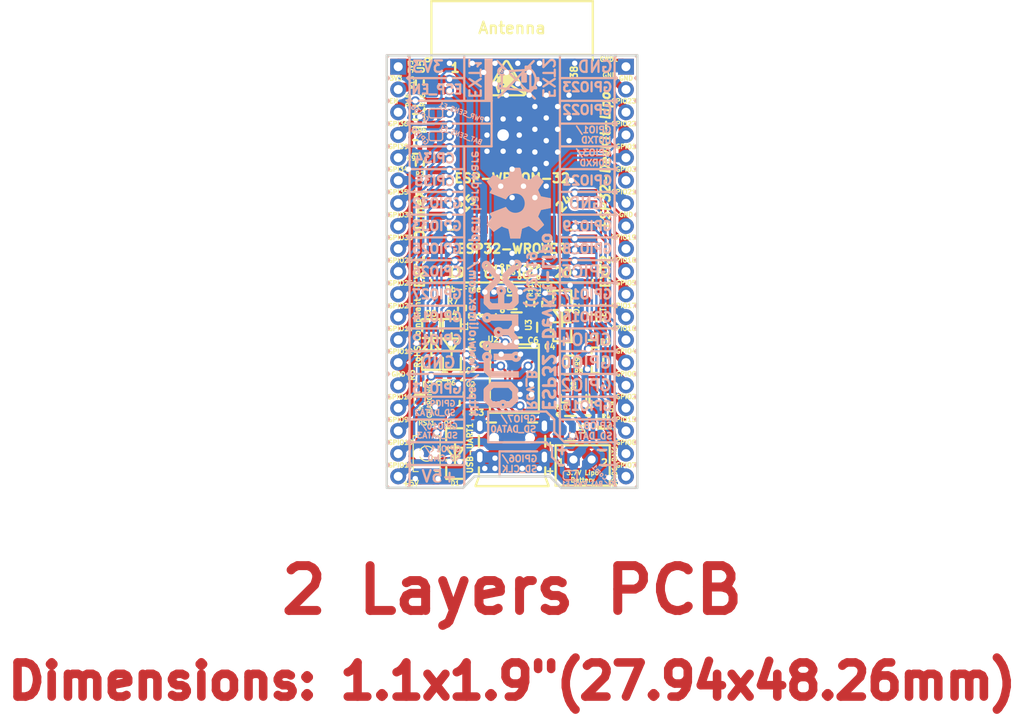
<source format=kicad_pcb>
(kicad_pcb (version 20171130) (host pcbnew 5.1.6-c6e7f7d~86~ubuntu18.04.1)
  (title_block (title ESP32-DevKit-Lipo) (date 2020-06-08) (rev B) (company "OLIMEX Ltd.") (comment 1 https://www.olimex.com))
  (layers (0 F.Cu mixed) (31 B.Cu mixed) (34 B.Paste user) (35 F.Paste user) (36 B.SilkS user) (37 F.SilkS user) (38 B.Mask user) (39 F.Mask user) (44 Edge.Cuts user))
  (net 0 "")
  (net 1 +5V)
  (net 2 GND)
  (net 3 "Net-(C3-Pad1)")
  (net 4 +3V3)
  (net 5 /ESP_EN)
  (net 6 "Net-(Q2-Pad1)")
  (net 7 "Net-(CHARGING1-Pad1)")
  (net 8 /+5V_USB)
  (net 9 /D_Com)
  (net 10 "Net-(C2-Pad1)")
  (net 11 "Net-(C6-Pad1)")
  (net 12 /GPIO13)
  (net 13 /GPIO12)
  (net 14 /GPIO27)
  (net 15 /GPIO14)
  (net 16 /GPIO26)
  (net 17 /GPIO25)
  (net 18 /GPIO32)
  (net 19 /GPIO33)
  (net 20 /GPI35)
  (net 21 /GPI34)
  (net 22 /GPIO22)
  (net 23 /GPIO23)
  (net 24 /GPIO21)
  (net 25 /GPIO19)
  (net 26 /GPIO18)
  (net 27 /GPIO5)
  (net 28 /GPIO16)
  (net 29 /GPIO17)
  (net 30 /GPIO4)
  (net 31 /GPIO0)
  (net 32 /GPIO15)
  (net 33 /GPIO2)
  (net 34 "Net-(L1-Pad1)")
  (net 35 "Net-(Q2-Pad2)")
  (net 36 "Net-(Q3-Pad1)")
  (net 37 "Net-(Q3-Pad2)")
  (net 38 "Net-(Q3-Pad3)")
  (net 39 "Net-(R3-Pad2)")
  (net 40 "Net-(R4-Pad1)")
  (net 41 "Net-(R11-Pad1)")
  (net 42 "Net-(U2-Pad7)")
  (net 43 "Net-(U2-Pad6)")
  (net 44 "Net-(FID1-PadFid1)")
  (net 45 "Net-(FID2-PadFid1)")
  (net 46 "Net-(FID3-PadFid1)")
  (net 47 "Net-(U2-Pad17)")
  (net 48 "Net-(U2-Pad14)")
  (net 49 "Net-(U2-Pad13)")
  (net 50 "Net-(U2-Pad12)")
  (net 51 "Net-(U2-Pad11)")
  (net 52 "Net-(U5-Pad32)")
  (net 53 "Net-(USB-UART1-Pad4)")
  (net 54 VBAT)
  (net 55 "Net-(BAT_SENS_E1-Pad1)")
  (net 56 "Net-(C5-Pad1)")
  (net 57 /GPIO3\U0RXD)
  (net 58 "Net-(D4-Pad1)")
  (net 59 /GPIO1\U0TXD)
  (net 60 "Net-(D5-Pad2)")
  (net 61 /GPI39\SENSOR_VN)
  (net 62 /GPI36\SENSOR_VP)
  (net 63 /GPIO9\SD_DATA2)
  (net 64 /GPIO11\SD_CMD)
  (net 65 /GPIO10\SD_DATA3)
  (net 66 /GPIO6\SD_CLK)
  (net 67 /GPIO7\SD_DATA0)
  (net 68 /GPIO8\SD_DATA1)
  (net 69 "Net-(PWR_SENS_E1-Pad1)")
  (net 70 "Net-(U2-Pad20)")
  (net 71 "Net-(BAT_PWR_E1-Pad1)")
  (net 72 "Net-(FID4-PadFid1)")
  (module OLIMEX_RLC-FP:CD32 (layer F.Cu) (at 140.208 100.203 90)
    (fp_text reference L1 (at -1.143 -1.905 270) (layer F.SilkS) (effects (font (size 0.5588 0.5588) (thickness 0.1397))))
    (fp_text value "2.2uH/1.5A/DCR=72mR/20%/3.00x3.00x1.50mm/CD32(NR3015T2R2M)")
    (pad 2 smd rect (at 1.2 0 270) (size 1.6 3) (layers F.Cu F.Paste F.Mask) (net 4 +3V3) (clearance 0.0508))
    (pad 1 smd rect (at -1.2 0 270) (size 1.6 3) (layers F.Cu F.Paste F.Mask) (net 34 "Net-(L1-Pad1)") (clearance 0.0508))
  )
  (module OLIMEX_Cases-FP:ESP32-WROVER_MODULE (layer F.Cu) (at 143.51 80.772)
    (fp_text reference U5 (at -10.16 -8.382 90) (layer F.SilkS) (effects (font (size 0.762 0.762) (thickness 0.1905))))
    (fp_text value ESP32-WROOM-32D-4MB)
    (fp_text user 24 (at 5.842 6.858 225) (layer F.SilkS) (effects (font (size 1.016 1.016) (thickness 0.254))))
    (fp_text user 15 (at -4.953 6.858 225) (layer F.SilkS) (effects (font (size 1.016 1.016) (thickness 0.254))))
    (fp_text user 38 (at 6.9215 -7.747 90) (layer F.SilkS) (effects (font (size 0.762 0.762) (thickness 0.1905))))
    (fp_text user 20 (at 5.715 14.605) (layer F.SilkS) (effects (font (size 1.016 1.016) (thickness 0.254))))
    (fp_text user 19 (at -6.223 14.605) (layer F.SilkS) (effects (font (size 1.016 1.016) (thickness 0.254))))
    (fp_text user 1 (at -6.35 -8.255) (layer F.SilkS) (effects (font (size 1.016 1.016) (thickness 0.254))))
    (fp_text user ESP32-WROVER (at 0 11.938) (layer F.SilkS) (effects (font (size 1.016 1.016) (thickness 0.254))))
    (fp_text user ESP-WROOM-32 (at 0 4.064) (layer F.SilkS) (effects (font (size 1.016 1.016) (thickness 0.254))))
    (fp_text user Antenna (at 0 -12.7) (layer F.SilkS) (effects (font (size 1.27 1.27) (thickness 0.254))))
    (fp_text user o (at -9.525 -9.144 90) (layer F.SilkS) (effects (font (size 0.762 0.762) (thickness 0.1905))))
    (pad 21 smd rect (at 8.5 13.33) (size 2 0.9) (layers F.Cu F.Paste F.Mask) (net 67 /GPIO7\SD_DATA0))
    (pad 22 smd rect (at 8.5 12.06) (size 2 0.9) (layers F.Cu F.Paste F.Mask) (net 68 /GPIO8\SD_DATA1))
    (pad 23 smd rect (at 8.5 10.79) (size 2 0.9) (layers F.Cu F.Paste F.Mask) (net 32 /GPIO15))
    (pad 24 smd rect (at 8.5 9.52) (size 2 0.9) (layers F.Cu F.Paste F.Mask) (net 33 /GPIO2))
    (pad 20 smd rect (at 8.5 14.6) (size 2 0.9) (layers F.Cu F.Paste F.Mask) (net 66 /GPIO6\SD_CLK))
    (pad 19 smd rect (at -8.5 14.6) (size 2 0.9) (layers F.Cu F.Paste F.Mask) (net 64 /GPIO11\SD_CMD))
    (pad 15 smd rect (at -8.5 9.52) (size 2 0.9) (layers F.Cu F.Paste F.Mask) (net 2 GND))
    (pad 16 smd rect (at -8.5 10.79) (size 2 0.9) (layers F.Cu F.Paste F.Mask) (net 12 /GPIO13))
    (pad 17 smd rect (at -8.5 12.06) (size 2 0.9) (layers F.Cu F.Paste F.Mask) (net 63 /GPIO9\SD_DATA2))
    (pad 18 smd rect (at -8.5 13.33) (size 2 0.9) (layers F.Cu F.Paste F.Mask) (net 65 /GPIO10\SD_DATA3))
    (pad 39 thru_hole circle (at 0.8 -0.75) (size 1.3 1.3) (drill 0.6) (layers *.Cu) (net 2 GND))
    (pad 39 thru_hole circle (at -2.8 -0.75) (size 1.3 1.3) (drill 0.6) (layers *.Cu) (net 2 GND))
    (pad 39 thru_hole circle (at -1 1.05) (size 1.3 1.3) (drill 0.6) (layers *.Cu) (net 2 GND))
    (pad 39 thru_hole circle (at -1 -2.55) (size 1.3 1.3) (drill 0.6) (layers *.Cu) (net 2 GND))
    (pad 39 thru_hole circle (at 0.8 -2.55) (size 1.3 1.3) (drill 0.6) (layers *.Cu) (net 2 GND))
    (pad 39 thru_hole circle (at -2.8 -2.55) (size 1.3 1.3) (drill 0.6) (layers *.Cu) (net 2 GND))
    (pad 39 thru_hole circle (at 0.8 1.05) (size 1.3 1.3) (drill 0.6) (layers *.Cu) (net 2 GND))
    (pad 1 smd rect (at -8.5 -8.26) (size 2 0.9) (layers F.Cu F.Paste F.Mask) (net 2 GND))
    (pad 2 smd rect (at -8.5 -6.99) (size 2 0.9) (layers F.Cu F.Paste F.Mask) (net 4 +3V3))
    (pad 3 smd rect (at -8.5 -5.72) (size 2 0.9) (layers F.Cu F.Paste F.Mask) (net 5 /ESP_EN))
    (pad 4 smd rect (at -8.5 -4.45) (size 2 0.9) (layers F.Cu F.Paste F.Mask) (net 62 /GPI36\SENSOR_VP))
    (pad 5 smd rect (at -8.5 -3.18) (size 2 0.9) (layers F.Cu F.Paste F.Mask) (net 61 /GPI39\SENSOR_VN))
    (pad 6 smd rect (at -8.5 -1.91) (size 2 0.9) (layers F.Cu F.Paste F.Mask) (net 21 /GPI34))
    (pad 7 smd rect (at -8.5 -0.64) (size 2 0.9) (layers F.Cu F.Paste F.Mask) (net 20 /GPI35))
    (pad 8 smd rect (at -8.5 0.63) (size 2 0.9) (layers F.Cu F.Paste F.Mask) (net 18 /GPIO32))
    (pad 9 smd rect (at -8.5 1.9) (size 2 0.9) (layers F.Cu F.Paste F.Mask) (net 19 /GPIO33))
    (pad 10 smd rect (at -8.5 3.17) (size 2 0.9) (layers F.Cu F.Paste F.Mask) (net 17 /GPIO25))
    (pad 11 smd rect (at -8.5 4.44) (size 2 0.9) (layers F.Cu F.Paste F.Mask) (net 16 /GPIO26))
    (pad 12 smd rect (at -8.5 5.71) (size 2 0.9) (layers F.Cu F.Paste F.Mask) (net 14 /GPIO27))
    (pad 13 smd rect (at -8.5 6.98) (size 2 0.9) (layers F.Cu F.Paste F.Mask) (net 15 /GPIO14))
    (pad 14 smd rect (at -8.5 8.25) (size 2 0.9) (layers F.Cu F.Paste F.Mask) (net 13 /GPIO12))
    (pad 15 smd rect (at -5.7 9.25) (size 0.9 2) (layers F.Cu F.Paste F.Mask) (net 2 GND))
    (pad 16 smd rect (at -4.43 9.25) (size 0.9 2) (layers F.Cu F.Paste F.Mask) (net 12 /GPIO13))
    (pad 17 smd rect (at -3.16 9.25) (size 0.9 2) (layers F.Cu F.Paste F.Mask) (net 63 /GPIO9\SD_DATA2))
    (pad 18 smd rect (at -1.89 9.25) (size 0.9 2) (layers F.Cu F.Paste F.Mask) (net 65 /GPIO10\SD_DATA3))
    (pad 19 smd rect (at -0.62 9.25) (size 0.9 2) (layers F.Cu F.Paste F.Mask) (net 64 /GPIO11\SD_CMD))
    (pad 20 smd rect (at 0.65 9.25) (size 0.9 2) (layers F.Cu F.Paste F.Mask) (net 66 /GPIO6\SD_CLK))
    (pad 21 smd rect (at 1.92 9.25) (size 0.9 2) (layers F.Cu F.Paste F.Mask) (net 67 /GPIO7\SD_DATA0))
    (pad 22 smd rect (at 3.19 9.25) (size 0.9 2) (layers F.Cu F.Paste F.Mask) (net 68 /GPIO8\SD_DATA1))
    (pad 23 smd rect (at 4.46 9.25) (size 0.9 2) (layers F.Cu F.Paste F.Mask) (net 32 /GPIO15))
    (pad 24 smd rect (at 5.73 9.25) (size 0.9 2) (layers F.Cu F.Paste F.Mask) (net 33 /GPIO2))
    (pad 25 smd rect (at 8.5 8.25) (size 2 0.9) (layers F.Cu F.Paste F.Mask) (net 31 /GPIO0))
    (pad 26 smd rect (at 8.5 6.98) (size 2 0.9) (layers F.Cu F.Paste F.Mask) (net 30 /GPIO4))
    (pad 27 smd rect (at 8.5 5.71) (size 2 0.9) (layers F.Cu F.Paste F.Mask) (net 28 /GPIO16))
    (pad 28 smd rect (at 8.5 4.44) (size 2 0.9) (layers F.Cu F.Paste F.Mask) (net 29 /GPIO17))
    (pad 29 smd rect (at 8.5 3.17) (size 2 0.9) (layers F.Cu F.Paste F.Mask) (net 27 /GPIO5))
    (pad 30 smd rect (at 8.5 1.9) (size 2 0.9) (layers F.Cu F.Paste F.Mask) (net 26 /GPIO18))
    (pad 31 smd rect (at 8.5 0.63) (size 2 0.9) (layers F.Cu F.Paste F.Mask) (net 25 /GPIO19))
    (pad 32 smd rect (at 8.5 -0.64) (size 2 0.9) (layers F.Cu F.Paste F.Mask) (net 52 "Net-(U5-Pad32)"))
    (pad 33 smd rect (at 8.5 -1.91) (size 2 0.9) (layers F.Cu F.Paste F.Mask) (net 24 /GPIO21))
    (pad 34 smd rect (at 8.5 -3.18) (size 2 0.9) (layers F.Cu F.Paste F.Mask) (net 57 /GPIO3\U0RXD))
    (pad 35 smd rect (at 8.5 -4.45) (size 2 0.9) (layers F.Cu F.Paste F.Mask) (net 59 /GPIO1\U0TXD))
    (pad 36 smd rect (at 8.5 -5.72) (size 2 0.9) (layers F.Cu F.Paste F.Mask) (net 22 /GPIO22))
    (pad 37 smd rect (at 8.5 -6.99) (size 2 0.9) (layers F.Cu F.Paste F.Mask) (net 23 /GPIO23))
    (pad 38 smd rect (at 8.5 -8.26) (size 2 0.9) (layers F.Cu F.Paste F.Mask) (net 2 GND))
    (pad 39 smd rect (at -1 -0.75) (size 5 5) (layers F.Cu F.Mask) (net 2 GND))
    (pad 39 thru_hole circle (at -1 -0.75) (size 2 2) (drill 1.3) (layers *.Cu *.Mask) (net 2 GND))
    (pad 39 thru_hole circle (at -2.8 1.05) (size 1.3 1.3) (drill 0.6) (layers *.Cu) (net 2 GND))
  )
  (module OLIMEX_Connectors-FP:LIPO_BAT_VERTICAL_DW02S (layer F.Cu) (at 151.384 119.761)
    (fp_text reference BAT1 (at 3.556 -4.191 90) (layer F.SilkS) (effects (font (size 0.508 0.508) (thickness 0.127))))
    (fp_text value DW02S)
    (fp_text user 1 (at -2.413 -3.175) (layer F.SilkS) (effects (font (size 0.762 0.762) (thickness 0.1905))))
    (fp_text user 2 (at 2.413 -3.175) (layer F.SilkS) (effects (font (size 0.762 0.762) (thickness 0.1905))))
    (pad 2 thru_hole circle (at 1.00076 -3.53822) (size 1.4 1.4) (drill 0.9) (layers *.Cu *.Mask) (net 2 GND))
    (pad 1 thru_hole rect (at -1.0287 -3.53568) (size 1.4 1.4) (drill 0.9) (layers *.Cu *.Mask) (net 54 VBAT))
  )
  (module OLIMEX_Jumpers-FP:SJ_1_SMALLER (layer B.Cu) (at 149.987 117.983)
    (fp_text reference BAT_PWR_E1 (at 1.3335 0.9525) (layer B.SilkS) (effects (font (size 0.508 0.508) (thickness 0.127)) (justify mirror)))
    (fp_text value Opened hide)
    (pad 2 smd rect (at 0.381 0) (size 0.508 0.762) (layers B.Cu B.Mask) (net 54 VBAT) (clearance 0.0508))
    (pad 1 smd rect (at -0.381 0) (size 0.508 0.762) (layers B.Cu B.Mask) (net 71 "Net-(BAT_PWR_E1-Pad1)") (clearance 0.0508))
  )
  (module OLIMEX_LEDs-FP:LED_0603_KA (layer F.Cu) (at 133.223 110.49 270)
    (fp_text reference CHARGING1 (at -1.016 -1.0795 270) (layer F.SilkS) (effects (font (size 0.508 0.508) (thickness 0.127))))
    (fp_text value LED/YELLOW/0603)
    (pad 1 smd rect (at -0.762 0 90) (size 0.8 0.8) (layers F.Cu F.Paste F.Mask) (net 7 "Net-(CHARGING1-Pad1)"))
    (pad 2 smd rect (at 0.762 0 90) (size 0.8 0.8) (layers F.Cu F.Paste F.Mask) (net 1 +5V))
  )
  (module OLIMEX_Other-FP:TESTPAD_40-ROUND (layer F.Cu) (at 154.305 72.39)
    (fp_text reference GND1 (at 0 -0.8255 unlocked) (layer F.SilkS) (effects (font (size 0.508 0.508) (thickness 0.127))))
    (fp_text value TESTPAD hide)
    (pad 1 smd circle (at 0 0) (size 1 1) (layers F.Cu F.Mask) (net 2 GND))
  )
  (module OLIMEX_Other-FP:TESTPAD_40-ROUND (layer B.Cu) (at 152.4 117.983)
    (fp_text reference D_Com1 (at 1.2065 0 315 unlocked) (layer B.SilkS) (effects (font (size 0.508 0.508) (thickness 0.127)) (justify mirror)))
    (fp_text value TESTPAD hide)
    (pad 1 smd circle (at 0 0) (size 1 1) (layers B.Cu B.Mask) (net 9 /D_Com))
  )
  (module OLIMEX_LOGOs-FP:LOGO_ANTISTATIC_SMALL_4.5mmX2.8mm (layer F.Cu) (at 142.875 73.66)
    (fp_text reference Sign_Antistatic hide)
    (fp_text value Val**)
  )
  (module "OLIMEX_Crystal-FP:TSX-3.2x2.5mm_GND(3)" (layer F.Cu) (at 136.398 109.939 270)
    (fp_text reference Q1 (at 2.2655 0) (layer F.SilkS) (effects (font (size 0.508 0.508) (thickness 0.127))))
    (fp_text value Q12MHz/20pF/10ppm/4P/3.2x2.5mm)
    (fp_text user o (at -2.243 1.143 90) (layer F.SilkS) (effects (font (size 0.8 0.8) (thickness 0.2))))
    (pad 3 smd rect (at -1.1 -0.8 270) (size 1.4 1.2) (layers F.Cu F.Paste F.Mask) (net 2 GND))
    (pad 3 smd rect (at 1.1 0.8 270) (size 1.4 1.2) (layers F.Cu F.Paste F.Mask) (net 2 GND))
    (pad 2 smd rect (at 1.1 -0.8 270) (size 1.4 1.2) (layers F.Cu F.Paste F.Mask) (net 3 "Net-(C3-Pad1)"))
    (pad 1 smd rect (at -1.1 0.8 270) (size 1.4 1.2) (layers F.Cu F.Paste F.Mask) (net 10 "Net-(C2-Pad1)"))
  )
  (module OLIMEX_RLC-FP:C_0603_5MIL_DWS (layer F.Cu) (at 149.86 103.886)
    (fp_text reference C4 (at -2.159 -0.254 180) (layer F.SilkS) (effects (font (size 0.635 0.635) (thickness 0.15875))))
    (fp_text value 22uF/6.3V/20%/X5R/C0603)
    (pad 2 smd rect (at 0.889 0) (size 1.016 1.016) (layers F.Cu F.Paste F.Mask) (net 2 GND) (clearance 0.0508))
    (pad 1 smd rect (at -0.889 0) (size 1.016 1.016) (layers F.Cu F.Paste F.Mask) (net 8 /+5V_USB) (clearance 0.0508))
  )
  (module OLIMEX_Connectors-FP:HN1x19 (layer B.Cu) (at 130.81 93.98 270)
    (fp_text reference EXT1 (at -20.32 -8.509 270 unlocked) (layer B.SilkS) (effects (font (size 1.27 1.27) (thickness 0.254)) (justify mirror)))
    (fp_text value HN1x19)
    (pad 4 thru_hole circle (at -13.97 0 270) (size 1.778 1.778) (drill 1) (layers *.Cu *.Mask) (net 61 /GPI39\SENSOR_VN))
    (pad 3 thru_hole circle (at -16.51 0 270) (size 1.778 1.778) (drill 1) (layers *.Cu *.Mask) (net 62 /GPI36\SENSOR_VP))
    (pad 2 thru_hole circle (at -19.05 0 270) (size 1.778 1.778) (drill 1) (layers *.Cu *.Mask) (net 5 /ESP_EN))
    (pad 1 thru_hole rect (at -21.59 0 270) (size 1.778 1.778) (drill 1) (layers *.Cu *.Mask) (net 4 +3V3))
    (pad 5 thru_hole circle (at -11.43 0 270) (size 1.778 1.778) (drill 1) (layers *.Cu *.Mask) (net 21 /GPI34))
    (pad 6 thru_hole circle (at -8.89 0 270) (size 1.778 1.778) (drill 1) (layers *.Cu *.Mask) (net 20 /GPI35))
    (pad 8 thru_hole circle (at -3.81 0 270) (size 1.778 1.778) (drill 1) (layers *.Cu *.Mask) (net 19 /GPIO33))
    (pad 7 thru_hole circle (at -6.35 0 270) (size 1.778 1.778) (drill 1) (layers *.Cu *.Mask) (net 18 /GPIO32))
    (pad 9 thru_hole circle (at -1.27 0 270) (size 1.778 1.778) (drill 1) (layers *.Cu *.Mask) (net 17 /GPIO25))
    (pad 10 thru_hole circle (at 1.27 0 270) (size 1.778 1.778) (drill 1) (layers *.Cu *.Mask) (net 16 /GPIO26))
    (pad 12 thru_hole circle (at 6.35 0 270) (size 1.778 1.778) (drill 1) (layers *.Cu *.Mask) (net 15 /GPIO14))
    (pad 11 thru_hole circle (at 3.81 0 270) (size 1.778 1.778) (drill 1) (layers *.Cu *.Mask) (net 14 /GPIO27))
    (pad 13 thru_hole circle (at 8.89 0 270) (size 1.778 1.778) (drill 1) (layers *.Cu *.Mask) (net 13 /GPIO12))
    (pad 14 thru_hole circle (at 11.43 0 270) (size 1.778 1.778) (drill 1) (layers *.Cu *.Mask) (net 2 GND))
    (pad 16 thru_hole circle (at 16.51 0 270) (size 1.778 1.778) (drill 1) (layers *.Cu *.Mask) (net 63 /GPIO9\SD_DATA2))
    (pad 15 thru_hole circle (at 13.97 0 270) (size 1.778 1.778) (drill 1) (layers *.Cu *.Mask) (net 12 /GPIO13))
    (pad 19 thru_hole circle (at 24.13 0 270) (size 1.778 1.778) (drill 1) (layers *.Cu *.Mask) (net 1 +5V))
    (pad 18 thru_hole circle (at 21.59 0 270) (size 1.778 1.778) (drill 1) (layers *.Cu *.Mask) (net 64 /GPIO11\SD_CMD))
    (pad 17 thru_hole circle (at 19.05 0 270) (size 1.778 1.778) (drill 1) (layers *.Cu *.Mask) (net 65 /GPIO10\SD_DATA3))
  )
  (module OLIMEX_Connectors-FP:HN1x19 (layer B.Cu) (at 156.21 93.98 270)
    (fp_text reference EXT2 (at -20.32 8.636 270 unlocked) (layer B.SilkS) (effects (font (size 1.27 1.27) (thickness 0.254)) (justify mirror)))
    (fp_text value HN1x19)
    (pad 4 thru_hole circle (at -13.97 0 270) (size 1.778 1.778) (drill 1) (layers *.Cu *.Mask) (net 59 /GPIO1\U0TXD))
    (pad 3 thru_hole circle (at -16.51 0 270) (size 1.778 1.778) (drill 1) (layers *.Cu *.Mask) (net 22 /GPIO22))
    (pad 2 thru_hole circle (at -19.05 0 270) (size 1.778 1.778) (drill 1) (layers *.Cu *.Mask) (net 23 /GPIO23))
    (pad 1 thru_hole rect (at -21.59 0 270) (size 1.778 1.778) (drill 1) (layers *.Cu *.Mask) (net 2 GND))
    (pad 5 thru_hole circle (at -11.43 0 270) (size 1.778 1.778) (drill 1) (layers *.Cu *.Mask) (net 57 /GPIO3\U0RXD))
    (pad 6 thru_hole circle (at -8.89 0 270) (size 1.778 1.778) (drill 1) (layers *.Cu *.Mask) (net 24 /GPIO21))
    (pad 8 thru_hole circle (at -3.81 0 270) (size 1.778 1.778) (drill 1) (layers *.Cu *.Mask) (net 25 /GPIO19))
    (pad 7 thru_hole circle (at -6.35 0 270) (size 1.778 1.778) (drill 1) (layers *.Cu *.Mask) (net 2 GND))
    (pad 9 thru_hole circle (at -1.27 0 270) (size 1.778 1.778) (drill 1) (layers *.Cu *.Mask) (net 26 /GPIO18))
    (pad 10 thru_hole circle (at 1.27 0 270) (size 1.778 1.778) (drill 1) (layers *.Cu *.Mask) (net 27 /GPIO5))
    (pad 12 thru_hole circle (at 6.35 0 270) (size 1.778 1.778) (drill 1) (layers *.Cu *.Mask) (net 28 /GPIO16))
    (pad 11 thru_hole circle (at 3.81 0 270) (size 1.778 1.778) (drill 1) (layers *.Cu *.Mask) (net 29 /GPIO17))
    (pad 13 thru_hole circle (at 8.89 0 270) (size 1.778 1.778) (drill 1) (layers *.Cu *.Mask) (net 30 /GPIO4))
    (pad 14 thru_hole circle (at 11.43 0 270) (size 1.778 1.778) (drill 1) (layers *.Cu *.Mask) (net 31 /GPIO0))
    (pad 16 thru_hole circle (at 16.51 0 270) (size 1.778 1.778) (drill 1) (layers *.Cu *.Mask) (net 32 /GPIO15))
    (pad 15 thru_hole circle (at 13.97 0 270) (size 1.778 1.778) (drill 1) (layers *.Cu *.Mask) (net 33 /GPIO2))
    (pad 19 thru_hole circle (at 24.13 0 270) (size 1.778 1.778) (drill 1) (layers *.Cu *.Mask) (net 66 /GPIO6\SD_CLK))
    (pad 18 thru_hole circle (at 21.59 0 270) (size 1.778 1.778) (drill 1) (layers *.Cu *.Mask) (net 67 /GPIO7\SD_DATA0))
    (pad 17 thru_hole circle (at 19.05 0 270) (size 1.778 1.778) (drill 1) (layers *.Cu *.Mask) (net 68 /GPIO8\SD_DATA1))
  )
  (module OLIMEX_Transistors-FP:SOT23 (layer F.Cu) (at 152.273 101.473 180)
    (fp_text reference FET1 (at -1.397 1.7145 270) (layer F.SilkS) (effects (font (size 0.635 0.635) (thickness 0.15875))))
    (fp_text value WPM2015-3/TR)
    (pad 1 smd rect (at 1.10744 0.94996 180) (size 1.4 1) (layers F.Cu F.Paste F.Mask) (net 1 +5V) (clearance 0.0508))
    (pad 2 smd rect (at 1.10744 -0.9525 180) (size 1.4 1) (layers F.Cu F.Paste F.Mask) (net 11 "Net-(C6-Pad1)") (clearance 0.0508))
    (pad 3 smd rect (at -1.10236 0.00254 180) (size 1.4 1) (layers F.Cu F.Paste F.Mask) (net 54 VBAT) (clearance 0.0508))
  )
  (module OLIMEX_Other-FP:Fiducial1x3 (layer F.Cu) (at 151.765 98.425)
    (fp_text reference FID1 hide)
    (fp_text value Fiducial hide)
    (pad Fid1 connect circle (at 0 0) (size 1 1) (layers F.Cu F.Mask) (net 44 "Net-(FID1-PadFid1)") (clearance 1.016))
  )
  (module OLIMEX_Other-FP:Fiducial1x3 (layer F.Cu) (at 135.255 98.425)
    (fp_text reference FID2 hide)
    (fp_text value Fiducial hide)
    (pad Fid1 connect circle (at 0 0) (size 1 1) (layers F.Cu F.Mask) (net 45 "Net-(FID2-PadFid1)") (clearance 1.016))
  )
  (module OLIMEX_Other-FP:Fiducial1x3 (layer F.Cu) (at 148.59 73.025)
    (fp_text reference FID3 hide)
    (fp_text value Fiducial hide)
    (pad Fid1 connect circle (at 0 0) (size 1 1) (layers F.Cu F.Mask) (net 46 "Net-(FID3-PadFid1)") (clearance 1.016))
  )
  (module OLIMEX_Transistors-FP:SOT23 (layer F.Cu) (at 150.368 109.22 90)
    (fp_text reference Q2 (at 1.2065 0 270) (layer F.SilkS) (effects (font (size 0.508 0.508) (thickness 0.127))))
    (fp_text value "BC817-40(SOT23)")
    (pad 1 smd rect (at 1.10744 0.94996 90) (size 1.4 1) (layers F.Cu F.Paste F.Mask) (net 6 "Net-(Q2-Pad1)") (clearance 0.0508))
    (pad 2 smd rect (at 1.10744 -0.9525 90) (size 1.4 1) (layers F.Cu F.Paste F.Mask) (net 35 "Net-(Q2-Pad2)") (clearance 0.0508))
    (pad 3 smd rect (at -1.10236 0.00254 90) (size 1.4 1) (layers F.Cu F.Paste F.Mask) (net 5 /ESP_EN) (clearance 0.0508))
  )
  (module OLIMEX_Transistors-FP:SOT23 (layer F.Cu) (at 153.543 109.22 90)
    (fp_text reference Q3 (at -1.27 1.0795 90) (layer F.SilkS) (effects (font (size 0.508 0.508) (thickness 0.127))))
    (fp_text value "BC817-40(SOT23)")
    (pad 1 smd rect (at 1.10744 0.94996 90) (size 1.4 1) (layers F.Cu F.Paste F.Mask) (net 36 "Net-(Q3-Pad1)") (clearance 0.0508))
    (pad 2 smd rect (at 1.10744 -0.9525 90) (size 1.4 1) (layers F.Cu F.Paste F.Mask) (net 37 "Net-(Q3-Pad2)") (clearance 0.0508))
    (pad 3 smd rect (at -1.10236 0.00254 90) (size 1.4 1) (layers F.Cu F.Paste F.Mask) (net 38 "Net-(Q3-Pad3)") (clearance 0.0508))
  )
  (module OLIMEX_IC-FP:SOT-23-5 (layer F.Cu) (at 149.987 112.776 180)
    (fp_text reference U1 (at -1.3335 0 90) (layer F.SilkS) (effects (font (size 0.635 0.635) (thickness 0.15875))))
    (fp_text value "BL4054B-42TPRN(SOT23-5)")
    (pad 1 smd rect (at 1.3 0.95 180) (size 1.2 0.55) (layers F.Cu F.Paste F.Mask) (net 39 "Net-(R3-Pad2)") (clearance 0.0508))
    (pad 2 smd rect (at 1.3 0 180) (size 1.2 0.55) (layers F.Cu F.Paste F.Mask) (net 2 GND) (clearance 0.0508))
    (pad 3 smd rect (at 1.3 -0.95 180) (size 1.2 0.55) (layers F.Cu F.Paste F.Mask) (net 54 VBAT) (clearance 0.0508))
    (pad 5 smd rect (at -1.3 0.95 180) (size 1.2 0.55) (layers F.Cu F.Paste F.Mask) (net 40 "Net-(R4-Pad1)") (clearance 0.0508))
    (pad 4 smd rect (at -1.3 -0.95 180) (size 1.2 0.55) (layers F.Cu F.Paste F.Mask) (net 1 +5V) (clearance 0.0508))
  )
  (module OLIMEX_IC-FP:SSOP-20W (layer F.Cu) (at 143.764 107.188 270)
    (fp_text reference U2 (at -4.3815 2.3495) (layer F.SilkS) (effects (font (size 0.635 0.635) (thickness 0.15875))))
    (fp_text value "CH340T(SSOP20W)")
    (fp_text user o (at -3.81 3.556 90) (layer F.SilkS) (effects (font (size 1.016 1.016) (thickness 0.254))))
    (pad 1 smd rect (at -2.925 3.6195 270) (size 0.325 1.27) (layers F.Cu F.Paste F.Mask))
    (pad 2 smd rect (at -2.275 3.6195 270) (size 0.325 1.27) (layers F.Cu F.Paste F.Mask))
    (pad 3 smd rect (at -1.625 3.6195 270) (size 0.325 1.27) (layers F.Cu F.Paste F.Mask) (net 58 "Net-(D4-Pad1)"))
    (pad 4 smd rect (at -0.975 3.6195 270) (size 0.325 1.27) (layers F.Cu F.Paste F.Mask) (net 60 "Net-(D5-Pad2)"))
    (pad 5 smd rect (at -0.325 3.6195 270) (size 0.325 1.27) (layers F.Cu F.Paste F.Mask) (net 56 "Net-(C5-Pad1)"))
    (pad 6 smd rect (at 0.325 3.6195 270) (size 0.325 1.27) (layers F.Cu F.Paste F.Mask) (net 43 "Net-(U2-Pad6)"))
    (pad 7 smd rect (at 0.975 3.6195 270) (size 0.325 1.27) (layers F.Cu F.Paste F.Mask) (net 42 "Net-(U2-Pad7)"))
    (pad 8 smd rect (at 1.625 3.6195 270) (size 0.325 1.27) (layers F.Cu F.Paste F.Mask) (net 2 GND))
    (pad 9 smd rect (at 2.275 3.6195 270) (size 0.325 1.27) (layers F.Cu F.Paste F.Mask) (net 10 "Net-(C2-Pad1)"))
    (pad 10 smd rect (at 2.925 3.6195 270) (size 0.325 1.27) (layers F.Cu F.Paste F.Mask) (net 3 "Net-(C3-Pad1)"))
    (pad 11 smd rect (at 2.925 -3.6195 270) (size 0.325 1.27) (layers F.Cu F.Paste F.Mask) (net 51 "Net-(U2-Pad11)"))
    (pad 12 smd rect (at 2.275 -3.6195 270) (size 0.325 1.27) (layers F.Cu F.Paste F.Mask) (net 50 "Net-(U2-Pad12)"))
    (pad 13 smd rect (at 1.625 -3.6195 270) (size 0.325 1.27) (layers F.Cu F.Paste F.Mask) (net 49 "Net-(U2-Pad13)"))
    (pad 14 smd rect (at 0.975 -3.6195 270) (size 0.325 1.27) (layers F.Cu F.Paste F.Mask) (net 48 "Net-(U2-Pad14)"))
    (pad 15 smd rect (at 0.325 -3.6195 270) (size 0.325 1.27) (layers F.Cu F.Paste F.Mask) (net 37 "Net-(Q3-Pad2)"))
    (pad 16 smd rect (at -0.325 -3.6195 270) (size 0.325 1.27) (layers F.Cu F.Paste F.Mask) (net 35 "Net-(Q2-Pad2)"))
    (pad 17 smd rect (at -0.975 -3.6195 270) (size 0.325 1.27) (layers F.Cu F.Paste F.Mask) (net 47 "Net-(U2-Pad17)"))
    (pad 18 smd rect (at -1.625 -3.6195 270) (size 0.325 1.27) (layers F.Cu F.Paste F.Mask))
    (pad 19 smd rect (at -2.275 -3.6195 270) (size 0.325 1.27) (layers F.Cu F.Paste F.Mask) (net 8 /+5V_USB))
    (pad 20 smd rect (at -2.925 -3.6195 270) (size 0.325 1.27) (layers F.Cu F.Paste F.Mask) (net 70 "Net-(U2-Pad20)"))
  )
  (module OLIMEX_Regulators-FP:SOT-23-5 (layer F.Cu) (at 144.018 101.219 180)
    (fp_text reference U3 (at -1.3335 0 270) (layer F.SilkS) (effects (font (size 0.635 0.635) (thickness 0.15875))))
    (fp_text value "SY8089AAAC(SOT23-5)")
    (pad 1 smd rect (at 1.3 0.95 180) (size 1.2 0.55) (layers F.Cu F.Paste F.Mask) (net 11 "Net-(C6-Pad1)") (clearance 0.0508))
    (pad 2 smd rect (at 1.3 0 180) (size 1.2 0.55) (layers F.Cu F.Paste F.Mask) (net 2 GND) (clearance 0.0508))
    (pad 3 smd rect (at 1.3 -0.95 180) (size 1.2 0.55) (layers F.Cu F.Paste F.Mask) (net 34 "Net-(L1-Pad1)") (clearance 0.0508))
    (pad 5 smd rect (at -1.3 0.95 180) (size 1.2 0.55) (layers F.Cu F.Paste F.Mask) (net 41 "Net-(R11-Pad1)") (clearance 0.0508))
    (pad 4 smd rect (at -1.3 -0.95 180) (size 1.2 0.55) (layers F.Cu F.Paste F.Mask) (net 11 "Net-(C6-Pad1)") (clearance 0.0508))
  )
  (module OLIMEX_Diodes-FP:SOT23-3 (layer F.Cu) (at 153.035 105.156)
    (fp_text reference D3 (at 0.889 -2.032) (layer F.SilkS) (effects (font (size 0.635 0.635) (thickness 0.15875))))
    (fp_text value "BAT54C(SOT23-3)")
    (pad 3 smd rect (at -1.1 0 90) (size 1 1.4) (layers F.Cu F.Paste F.Mask) (net 9 /D_Com))
    (pad 2 smd rect (at 1.1 -0.95 90) (size 1 1.4) (layers F.Cu F.Paste F.Mask) (net 31 /GPIO0))
    (pad 1 smd rect (at 1.1 0.95 90) (size 1 1.4) (layers F.Cu F.Paste F.Mask) (net 33 /GPIO2))
  )
  (module OLIMEX_Connectors-FP:USB-MICRO_MISB-SWMM-5B_LF (layer F.Cu) (at 143.51 115.697 270)
    (fp_text reference USB-UART1 (at -0.762 4.699 90) (layer F.SilkS) (effects (font (size 0.635 0.635) (thickness 0.15875))))
    (fp_text value "MISB-SWMM-5B-LF(USB_MICRO)")
    (pad 1 smd rect (at -3.15 1.3875) (size 0.5 1.65) (layers F.Cu F.Paste F.Mask) (net 8 /+5V_USB))
    (pad 2 smd rect (at -3.15 0.65) (size 0.325 1.65) (layers F.Cu F.Paste F.Mask) (net 42 "Net-(U2-Pad7)"))
    (pad 3 smd rect (at -3.15 0) (size 0.325 1.65) (layers F.Cu F.Paste F.Mask) (net 43 "Net-(U2-Pad6)"))
    (pad 4 smd rect (at -3.15 -0.65) (size 0.325 1.65) (layers F.Cu F.Paste F.Mask) (net 53 "Net-(USB-UART1-Pad4)"))
    (pad 5 smd rect (at -3.15 -1.3875) (size 0.5 1.65) (layers F.Cu F.Paste F.Mask) (net 2 GND))
    (pad "" np_thru_hole circle (at -1.9 2) (size 0.6 0.6) (drill 0.6) (layers *.Cu *.Mask))
    (pad "" np_thru_hole circle (at -1.9 -2) (size 0.6 0.6) (drill 0.6) (layers *.Cu *.Mask))
    (pad 0 smd rect (at 1.4 1.5) (size 1.1 1) (layers F.Cu F.Paste F.Mask) (net 2 GND))
    (pad 0 smd rect (at 1.4 -1.5) (size 1.1 1) (layers F.Cu F.Paste F.Mask) (net 2 GND))
    (pad 0 thru_hole oval (at 0.25 3.6) (size 1.2 1.8) (drill oval 0.6 1.2) (layers *.Cu *.Mask) (net 2 GND))
    (pad 0 thru_hole oval (at -3.22 3.6) (size 1.2 1.8) (drill oval 0.6 1.2) (layers *.Cu *.Mask) (net 2 GND))
    (pad 0 thru_hole oval (at -3.22 -3.6) (size 1.2 1.8) (drill oval 0.6 1.2) (layers *.Cu *.Mask) (net 2 GND))
    (pad 0 thru_hole oval (at 0.25 -3.6) (size 1.2 1.8) (drill oval 0.6 1.2) (layers *.Cu *.Mask) (net 2 GND))
  )
  (module OLIMEX_Buttons-FP:IT1185AU2_V2 (layer F.Cu) (at 133.985 115.57 270)
    (fp_text reference RST1 (at -3.429 0) (layer F.SilkS) (effects (font (size 0.508 0.508) (thickness 0.127))))
    (fp_text value IT-1185AU2-160G-G-TR)
    (pad 1 smd rect (at -2.177 0 270) (size 0.9 1.5) (layers F.Cu F.Mask) (net 5 /ESP_EN))
    (pad 2 smd rect (at 2.177 0 270) (size 0.9 1.5) (layers F.Cu F.Mask) (net 2 GND))
    (pad "" np_thru_hole circle (at 0 -0.9 270) (size 0.7 0.7) (drill 0.7) (layers *.Cu *.Mask))
    (pad "" np_thru_hole circle (at 0 0.9 270) (size 0.7 0.7) (drill 0.7) (layers *.Cu *.Mask))
  )
  (module OLIMEX_LOGOs-FP:LOGO_OLIMEX_80 (layer F.Cu) (at 143.51 95.25)
    (fp_text reference Olimex_Logo_Small hide)
    (fp_text value "" hide)
  )
  (module OLIMEX_LOGOs-FP:LOGO_OPENHARDWARE_8x8 (layer B.Cu) (at 143.764 87.63 90)
    (fp_text reference Logo_OSHW hide)
    (fp_text value "" hide)
    (fp_text user open (at -3.40106 -4.17576 270 unlocked) (layer B.SilkS) (effects (font (size 1.1 1.1) (thickness 0.254)) (justify mirror)))
    (fp_text user hardware (at 2.51206 -4.2672 270 unlocked) (layer B.SilkS) (effects (font (thickness 0.18)) (justify mirror)))
  )
  (module OLIMEX_LOGOs-FP:LOGO_RECYCLEBIN_1 (layer B.Cu) (at 140.462 76.2 90)
    (fp_text reference Sign_RecycleBin hide)
    (fp_text value "" hide)
  )
  (module OLIMEX_LOGOs-FP:OLIMEX_LOGO_TB (layer B.Cu) (at 142.367 102.108 90)
    (fp_text reference Olimex_Logo_Big hide)
    (fp_text value "" hide)
  )
  (module OLIMEX_Jumpers-FP:SJ_1_SMALLER (layer B.Cu) (at 135.001 80.137)
    (fp_text reference BAT_SENS_E1 (at 2.794 -0.127 340) (layer B.SilkS) (effects (font (size 0.508 0.508) (thickness 0.127)) (justify mirror)))
    (fp_text value Opened hide)
    (pad 2 smd rect (at 0.381 0) (size 0.508 0.762) (layers B.Cu B.Mask) (net 20 /GPI35) (clearance 0.0508))
    (pad 1 smd rect (at -0.381 0) (size 0.508 0.762) (layers B.Cu B.Mask) (net 55 "Net-(BAT_SENS_E1-Pad1)") (clearance 0.0508))
  )
  (module OLIMEX_Diodes-FP:SOD-123_1C-2A_KA (layer F.Cu) (at 137.16 115.57 90)
    (fp_text reference D1 (at -3.302 0 180) (layer F.SilkS) (effects (font (size 0.508 0.508) (thickness 0.127))))
    (fp_text value 1N5819S4/SOD123)
    (pad 2 smd rect (at 1.9 0 90) (size 1 1.4) (layers F.Cu F.Paste F.Mask) (net 8 /+5V_USB) (clearance 0.0508))
    (pad 1 smd rect (at -1.9 0 90) (size 1 1.4) (layers F.Cu F.Paste F.Mask) (net 1 +5V) (clearance 0.0508))
  )
  (module OLIMEX_Diodes-FP:SOD-123_1C-2A_KA (layer F.Cu) (at 149.098 100.203 90)
    (fp_text reference D2 (at 0.8255 1.5875 90) (layer F.SilkS) (effects (font (size 0.635 0.635) (thickness 0.15875))))
    (fp_text value 1N5819S4/SOD123)
    (pad 2 smd rect (at 1.9 0 90) (size 1 1.4) (layers F.Cu F.Paste F.Mask) (net 1 +5V) (clearance 0.0508))
    (pad 1 smd rect (at -1.9 0 90) (size 1 1.4) (layers F.Cu F.Paste F.Mask) (net 11 "Net-(C6-Pad1)") (clearance 0.0508))
  )
  (module OLIMEX_Diodes-FP:SOD-123_1C-2A_KA (layer F.Cu) (at 136.779 103.378 90)
    (fp_text reference D4 (at 3.429 0 180) (layer F.SilkS) (effects (font (size 0.635 0.635) (thickness 0.15875))))
    (fp_text value 1N5819S4/SOD123)
    (pad 2 smd rect (at 1.9 0 90) (size 1 1.4) (layers F.Cu F.Paste F.Mask) (net 57 /GPIO3\U0RXD) (clearance 0.0508))
    (pad 1 smd rect (at -1.9 0 90) (size 1 1.4) (layers F.Cu F.Paste F.Mask) (net 58 "Net-(D4-Pad1)") (clearance 0.0508))
  )
  (module OLIMEX_Diodes-FP:SOD-123_1C-2A_KA (layer F.Cu) (at 134.493 103.378 270)
    (fp_text reference D5 (at -3.429 0) (layer F.SilkS) (effects (font (size 0.635 0.635) (thickness 0.15875))))
    (fp_text value 1N5819S4/SOD123)
    (pad 2 smd rect (at 1.9 0 270) (size 1 1.4) (layers F.Cu F.Paste F.Mask) (net 60 "Net-(D5-Pad2)") (clearance 0.0508))
    (pad 1 smd rect (at -1.9 0 270) (size 1 1.4) (layers F.Cu F.Paste F.Mask) (net 59 /GPIO1\U0TXD) (clearance 0.0508))
  )
  (module OLIMEX_Jumpers-FP:SJ_1_SMALLER (layer B.Cu) (at 135.001 77.597)
    (fp_text reference PWR_SENS_E1 (at 2.8575 -0.127 340) (layer B.SilkS) (effects (font (size 0.508 0.508) (thickness 0.127)) (justify mirror)))
    (fp_text value Opened hide)
    (pad 2 smd rect (at 0.381 0) (size 0.508 0.762) (layers B.Cu B.Mask) (net 61 /GPI39\SENSOR_VN) (clearance 0.0508))
    (pad 1 smd rect (at -0.381 0) (size 0.508 0.762) (layers B.Cu B.Mask) (net 69 "Net-(PWR_SENS_E1-Pad1)") (clearance 0.0508))
  )
  (module OLIMEX_RLC-FP:C_0603_5MIL_DWS (layer F.Cu) (at 153.6065 113.538)
    (fp_text reference C1 (at 1.0795 -0.9525) (layer F.SilkS) (effects (font (size 0.508 0.508) (thickness 0.127))))
    (fp_text value 22uF/6.3V/20%/X5R/C0603)
    (pad 2 smd rect (at 0.889 0) (size 1.016 1.016) (layers F.Cu F.Paste F.Mask) (net 2 GND) (clearance 0.0508))
    (pad 1 smd rect (at -0.889 0) (size 1.016 1.016) (layers F.Cu F.Paste F.Mask) (net 1 +5V) (clearance 0.0508))
  )
  (module OLIMEX_RLC-FP:C_0603_5MIL_DWS (layer F.Cu) (at 147.066 101.473 90)
    (fp_text reference C6 (at -1.4605 -1.2065 180) (layer F.SilkS) (effects (font (size 0.635 0.635) (thickness 0.15875))))
    (fp_text value 22uF/6.3V/20%/X5R/C0603)
    (pad 2 smd rect (at 0.889 0 90) (size 1.016 1.016) (layers F.Cu F.Paste F.Mask) (net 2 GND) (clearance 0.0508))
    (pad 1 smd rect (at -0.889 0 90) (size 1.016 1.016) (layers F.Cu F.Paste F.Mask) (net 11 "Net-(C6-Pad1)") (clearance 0.0508))
  )
  (module OLIMEX_RLC-FP:C_0603_5MIL_DWS (layer F.Cu) (at 143.51 98.679)
    (fp_text reference C7 (at 0 -1.397 180) (layer F.SilkS) (effects (font (size 0.635 0.635) (thickness 0.15875))))
    (fp_text value 22uF/6.3V/20%/X5R/C0603)
    (pad 2 smd rect (at 0.889 0) (size 1.016 1.016) (layers F.Cu F.Paste F.Mask) (net 2 GND) (clearance 0.0508))
    (pad 1 smd rect (at -0.889 0) (size 1.016 1.016) (layers F.Cu F.Paste F.Mask) (net 4 +3V3) (clearance 0.0508))
  )
  (module OLIMEX_RLC-FP:R_0402_5MIL_DWS (layer F.Cu) (at 147.32 98.8695 90)
    (fp_text reference R1 (at 1.778 0.381 270) (layer F.SilkS) (effects (font (size 0.508 0.508) (thickness 0.127))))
    (fp_text value 10k/R0402)
    (pad 2 smd rect (at 0.508 0 90) (size 0.5 0.55) (layers F.Cu F.Paste F.Mask) (net 2 GND))
    (pad 1 smd rect (at -0.508 0 270) (size 0.5 0.55) (layers F.Cu F.Paste F.Mask) (net 1 +5V))
  )
  (module OLIMEX_RLC-FP:R_0402_5MIL_DWS (layer F.Cu) (at 133.223 83.185 90)
    (fp_text reference R2 (at -1.2065 0 180) (layer F.SilkS) (effects (font (size 0.508 0.508) (thickness 0.127))))
    (fp_text value 470k/R0402)
    (pad 2 smd rect (at 0.508 0 90) (size 0.5 0.55) (layers F.Cu F.Paste F.Mask) (net 55 "Net-(BAT_SENS_E1-Pad1)"))
    (pad 1 smd rect (at -0.508 0 270) (size 0.5 0.55) (layers F.Cu F.Paste F.Mask) (net 71 "Net-(BAT_PWR_E1-Pad1)"))
  )
  (module OLIMEX_RLC-FP:R_0402_5MIL_DWS (layer F.Cu) (at 133.223 107.823 90)
    (fp_text reference R3 (at 1.016 -0.889 90) (layer F.SilkS) (effects (font (size 0.635 0.635) (thickness 0.15875))))
    (fp_text value 2.2k/R0402)
    (pad 2 smd rect (at 0.508 0 90) (size 0.5 0.55) (layers F.Cu F.Paste F.Mask) (net 39 "Net-(R3-Pad2)"))
    (pad 1 smd rect (at -0.508 0 270) (size 0.5 0.55) (layers F.Cu F.Paste F.Mask) (net 7 "Net-(CHARGING1-Pad1)"))
  )
  (module OLIMEX_RLC-FP:R_0402_5MIL_DWS (layer F.Cu) (at 153.162 112.141)
    (fp_text reference R4 (at 0.8255 -0.6985) (layer F.SilkS) (effects (font (size 0.508 0.508) (thickness 0.127))))
    (fp_text value 2.2k/R0402)
    (pad 2 smd rect (at 0.508 0) (size 0.5 0.55) (layers F.Cu F.Paste F.Mask) (net 2 GND))
    (pad 1 smd rect (at -0.508 0 180) (size 0.5 0.55) (layers F.Cu F.Paste F.Mask) (net 40 "Net-(R4-Pad1)"))
  )
  (module OLIMEX_RLC-FP:R_0402_5MIL_DWS (layer F.Cu) (at 132.715 80.137001 180)
    (fp_text reference R5 (at -0.762 0.660401 180) (layer F.SilkS) (effects (font (size 0.508 0.508) (thickness 0.127))))
    (fp_text value 470k/R0402)
    (pad 2 smd rect (at 0.508 0 180) (size 0.5 0.55) (layers F.Cu F.Paste F.Mask) (net 2 GND))
    (pad 1 smd rect (at -0.508 0) (size 0.5 0.55) (layers F.Cu F.Paste F.Mask) (net 55 "Net-(BAT_SENS_E1-Pad1)"))
  )
  (module OLIMEX_RLC-FP:R_0402_5MIL_DWS (layer F.Cu) (at 136.017 106.934)
    (fp_text reference R6 (at 0.6985 0.762) (layer F.SilkS) (effects (font (size 0.508 0.508) (thickness 0.127))))
    (fp_text value 10k/R0402)
    (pad 2 smd rect (at 0.508 0) (size 0.5 0.55) (layers F.Cu F.Paste F.Mask) (net 60 "Net-(D5-Pad2)"))
    (pad 1 smd rect (at -0.508 0 180) (size 0.5 0.55) (layers F.Cu F.Paste F.Mask) (net 8 /+5V_USB))
  )
  (module OLIMEX_RLC-FP:R_0402_5MIL_DWS (layer F.Cu) (at 137.922 99.314 90)
    (fp_text reference R7 (at 0.762 -1.016 180) (layer F.SilkS) (effects (font (size 0.635 0.635) (thickness 0.15875))))
    (fp_text value NA/R0402)
    (pad 2 smd rect (at 0.508 0 90) (size 0.5 0.55) (layers F.Cu F.Paste F.Mask) (net 4 +3V3))
    (pad 1 smd rect (at -0.508 0 270) (size 0.5 0.55) (layers F.Cu F.Paste F.Mask) (net 57 /GPIO3\U0RXD))
  )
  (module OLIMEX_RLC-FP:R_0402_5MIL_DWS (layer F.Cu) (at 149.606 106.299)
    (fp_text reference R8 (at 1.3335 0.127) (layer F.SilkS) (effects (font (size 0.508 0.508) (thickness 0.127))))
    (fp_text value 2.2k/R0402)
    (pad 2 smd rect (at 0.508 0) (size 0.5 0.55) (layers F.Cu F.Paste F.Mask) (net 6 "Net-(Q2-Pad1)"))
    (pad 1 smd rect (at -0.508 0 180) (size 0.5 0.55) (layers F.Cu F.Paste F.Mask) (net 37 "Net-(Q3-Pad2)"))
  )
  (module OLIMEX_RLC-FP:R_0402_5MIL_DWS (layer F.Cu) (at 149.606 105.41)
    (fp_text reference R9 (at 1.2065 -0.127 90) (layer F.SilkS) (effects (font (size 0.508 0.508) (thickness 0.127))))
    (fp_text value 2.2k/R0402)
    (pad 2 smd rect (at 0.508 0) (size 0.5 0.55) (layers F.Cu F.Paste F.Mask) (net 36 "Net-(Q3-Pad1)"))
    (pad 1 smd rect (at -0.508 0 180) (size 0.5 0.55) (layers F.Cu F.Paste F.Mask) (net 35 "Net-(Q2-Pad2)"))
  )
  (module OLIMEX_RLC-FP:R_0402_5MIL_DWS (layer F.Cu) (at 152.019 110.871 180)
    (fp_text reference R10 (at 3.048 0.4445 180) (layer F.SilkS) (effects (font (size 0.508 0.508) (thickness 0.127))))
    (fp_text value 220R/R0402)
    (pad 2 smd rect (at 0.508 0 180) (size 0.5 0.55) (layers F.Cu F.Paste F.Mask) (net 9 /D_Com))
    (pad 1 smd rect (at -0.508 0) (size 0.5 0.55) (layers F.Cu F.Paste F.Mask) (net 38 "Net-(Q3-Pad3)"))
  )
  (module OLIMEX_RLC-FP:R_0402_5MIL_DWS (layer F.Cu) (at 145.542 98.8695 90)
    (fp_text reference R11 (at 1.524 0 90) (layer F.SilkS) (effects (font (size 0.508 0.508) (thickness 0.127))))
    (fp_text value 220k/R0402)
    (pad 2 smd rect (at 0.508 0 90) (size 0.5 0.55) (layers F.Cu F.Paste F.Mask) (net 4 +3V3))
    (pad 1 smd rect (at -0.508 0 270) (size 0.5 0.55) (layers F.Cu F.Paste F.Mask) (net 41 "Net-(R11-Pad1)"))
  )
  (module OLIMEX_RLC-FP:R_0402_5MIL_DWS (layer F.Cu) (at 146.431 98.8695 90)
    (fp_text reference R12 (at 1.524 0 90) (layer F.SilkS) (effects (font (size 0.508 0.508) (thickness 0.127))))
    (fp_text value 49.9k/1%/R0402)
    (pad 2 smd rect (at 0.508 0 90) (size 0.5 0.55) (layers F.Cu F.Paste F.Mask) (net 2 GND))
    (pad 1 smd rect (at -0.508 0 270) (size 0.5 0.55) (layers F.Cu F.Paste F.Mask) (net 41 "Net-(R11-Pad1)"))
  )
  (module OLIMEX_RLC-FP:R_0402_5MIL_DWS (layer F.Cu) (at 133.223 74.168 270)
    (fp_text reference R13 (at 0 0.889 270) (layer F.SilkS) (effects (font (size 0.508 0.508) (thickness 0.127))))
    (fp_text value 470k/R0402)
    (pad 2 smd rect (at 0.508 0 270) (size 0.5 0.55) (layers F.Cu F.Paste F.Mask) (net 5 /ESP_EN))
    (pad 1 smd rect (at -0.508 0 90) (size 0.5 0.55) (layers F.Cu F.Paste F.Mask) (net 4 +3V3))
  )
  (module OLIMEX_RLC-FP:R_0402_5MIL_DWS (layer F.Cu) (at 132.715 77.216)
    (fp_text reference R15 (at -0.762 -1.0795 90) (layer F.SilkS) (effects (font (size 0.508 0.508) (thickness 0.127))))
    (fp_text value 220k/R0402)
    (pad 2 smd rect (at 0.508 0) (size 0.5 0.55) (layers F.Cu F.Paste F.Mask) (net 69 "Net-(PWR_SENS_E1-Pad1)"))
    (pad 1 smd rect (at -0.508 0 180) (size 0.5 0.55) (layers F.Cu F.Paste F.Mask) (net 1 +5V))
  )
  (module OLIMEX_RLC-FP:R_0402_5MIL_DWS (layer F.Cu) (at 132.715 78.74 180)
    (fp_text reference R16 (at -0.8255 2.6035 270) (layer F.SilkS) (effects (font (size 0.508 0.508) (thickness 0.127))))
    (fp_text value 470k/R0402)
    (pad 2 smd rect (at 0.508 0 180) (size 0.5 0.55) (layers F.Cu F.Paste F.Mask) (net 2 GND))
    (pad 1 smd rect (at -0.508 0) (size 0.5 0.55) (layers F.Cu F.Paste F.Mask) (net 69 "Net-(PWR_SENS_E1-Pad1)"))
  )
  (module OLIMEX_RLC-FP:R_0402_5MIL_DWS (layer F.Cu) (at 138.938 103.251 180)
    (fp_text reference R17 (at -0.127 -1.3335 270) (layer F.SilkS) (effects (font (size 0.508 0.508) (thickness 0.127))))
    (fp_text value 10k/R0402)
    (pad 2 smd rect (at 0.508 0 180) (size 0.5 0.55) (layers F.Cu F.Paste F.Mask) (net 57 /GPIO3\U0RXD))
    (pad 1 smd rect (at -0.508 0) (size 0.5 0.55) (layers F.Cu F.Paste F.Mask) (net 56 "Net-(C5-Pad1)"))
  )
  (module OLIMEX_RLC-FP:C_0402_5MIL_DWS (layer F.Cu) (at 138.557 108.966 90)
    (fp_text reference C2 (at 1.143 0.3175 180) (layer F.SilkS) (effects (font (size 0.508 0.508) (thickness 0.127))))
    (fp_text value 27pF/50V/5%/C0G/C0402)
    (pad 2 smd rect (at 0.508 0 90) (size 0.5 0.55) (layers F.Cu F.Paste F.Mask) (net 2 GND))
    (pad 1 smd rect (at -0.508 0 270) (size 0.5 0.55) (layers F.Cu F.Paste F.Mask) (net 10 "Net-(C2-Pad1)"))
  )
  (module OLIMEX_RLC-FP:C_0402_5MIL_DWS (layer F.Cu) (at 138.557 110.998 270)
    (fp_text reference C3 (at 0 -1.2065) (layer F.SilkS) (effects (font (size 0.635 0.635) (thickness 0.15875))))
    (fp_text value 27pF/50V/5%/C0G/C0402)
    (pad 2 smd rect (at 0.508 0 270) (size 0.5 0.55) (layers F.Cu F.Paste F.Mask) (net 2 GND))
    (pad 1 smd rect (at -0.508 0 90) (size 0.5 0.55) (layers F.Cu F.Paste F.Mask) (net 3 "Net-(C3-Pad1)"))
  )
  (module OLIMEX_RLC-FP:C_0402_5MIL_DWS (layer F.Cu) (at 138.049 106.934 180)
    (fp_text reference C5 (at -0.8255 0.6985 180) (layer F.SilkS) (effects (font (size 0.508 0.508) (thickness 0.127))))
    (fp_text value 100nF/10V/10%/X7R/C0402)
    (pad 2 smd rect (at 0.508 0 180) (size 0.5 0.55) (layers F.Cu F.Paste F.Mask) (net 2 GND))
    (pad 1 smd rect (at -0.508 0) (size 0.5 0.55) (layers F.Cu F.Paste F.Mask) (net 56 "Net-(C5-Pad1)"))
  )
  (module OLIMEX_RLC-FP:C_0402_5MIL_DWS (layer F.Cu) (at 132.714999 81.661)
    (fp_text reference C9 (at -0.444499 0.9525) (layer F.SilkS) (effects (font (size 0.508 0.508) (thickness 0.127))))
    (fp_text value 100nF/10V/10%/X7R/C0402)
    (pad 2 smd rect (at 0.508 0) (size 0.5 0.55) (layers F.Cu F.Paste F.Mask) (net 55 "Net-(BAT_SENS_E1-Pad1)"))
    (pad 1 smd rect (at -0.508 0 180) (size 0.5 0.55) (layers F.Cu F.Paste F.Mask) (net 2 GND))
  )
  (module OLIMEX_Other-FP:Fiducial1x3 (layer F.Cu) (at 144.145 115.062)
    (fp_text reference FID4 hide)
    (fp_text value Fiducial hide)
    (pad Fid1 connect circle (at 0 0) (size 1 1) (layers F.Cu F.Mask) (net 72 "Net-(FID4-PadFid1)") (clearance 1.016))
  )
  (gr_text + (at 147.7645 117.475) (layer F.SilkS) (effects (font (size 0.762 0.762) (thickness 0.1905))))
  (gr_line (start 133.731 76.962) (end 133.858 77.216) (layer F.SilkS) (width 0.15))
  (gr_line (start 133.731 76.962) (end 133.604 77.216) (layer F.SilkS) (width 0.15))
  (gr_line (start 133.731 78.5495) (end 133.604 78.6765) (layer F.SilkS) (width 0.15))
  (gr_line (start 133.731 78.359) (end 133.731 78.5495) (layer F.SilkS) (width 0.15))
  (gr_line (start 133.731 76.962) (end 133.731 78.359) (layer F.SilkS) (width 0.15))
  (gr_line (start 148.209 113.157) (end 148.844 113.792) (layer B.SilkS) (width 0.254))
  (gr_line (start 148.209 111.76) (end 148.209 113.157) (layer B.SilkS) (width 0.254))
  (gr_text - (at 153.543 115.062) (layer B.SilkS) (effects (font (size 1.27 1.27) (thickness 0.254)) (justify mirror)))
  (gr_text + (at 149.098 115.062) (layer B.SilkS) (effects (font (size 1.27 1.27) (thickness 0.254)) (justify mirror)))
  (gr_line (start 138.176 76.2) (end 138.176 71.12) (layer B.SilkS) (width 0.254))
  (gr_line (start 141.224 81.28) (end 141.224 76.2) (layer B.SilkS) (width 0.254))
  (gr_line (start 148.844 116.84) (end 149.225 116.84) (layer B.SilkS) (width 0.254))
  (gr_line (start 149.345618 114.293618) (end 148.844 113.792) (layer B.SilkS) (width 0.254))
  (gr_line (start 148.844 111.76) (end 148.844 113.792) (layer B.SilkS) (width 0.254))
  (gr_text + (at 149.0345 115.189) (layer F.SilkS) (effects (font (size 0.762 0.762) (thickness 0.1905))))
  (gr_text - (at 153.6065 115.189) (layer F.SilkS) (effects (font (size 0.762 0.762) (thickness 0.1905))))
  (gr_circle (center 148.6535 111.1885) (end 148.844 111.1885) (layer F.SilkS) (width 0.2032))
  (gr_circle (center 142.4305 99.6315) (end 142.621 99.6315) (layer F.SilkS) (width 0.2032))
  (gr_line (start 147.955 114.935) (end 147.955 115.951) (layer B.SilkS) (width 0.254))
  (gr_line (start 138.176 119.253) (end 138.049 119.38) (layer B.SilkS) (width 0.254))
  (gr_line (start 131.826 119.38) (end 138.049 119.38) (layer B.SilkS) (width 0.254))
  (gr_line (start 131.826 71.12) (end 138.176 71.12) (layer B.SilkS) (width 0.254))
  (gr_line (start 148.844 71.12) (end 155.194 71.12) (layer B.SilkS) (width 0.254))
  (gr_line (start 148.971 119.38) (end 155.321 119.38) (layer B.SilkS) (width 0.254))
  (gr_line (start 142.113 115.316) (end 146.304 115.316) (layer B.SilkS) (width 0.254))
  (gr_line (start 147.701 118.11) (end 148.971 119.38) (layer B.SilkS) (width 0.254))
  (gr_line (start 148.971 119.38) (end 157.48 119.38) (layer Edge.Cuts) (width 0.254))
  (gr_line (start 147.701 118.11) (end 148.971 119.38) (layer Edge.Cuts) (width 0.254))
  (gr_line (start 139.319 118.11) (end 147.701 118.11) (layer Edge.Cuts) (width 0.254))
  (gr_line (start 138.049 119.38) (end 139.319 118.11) (layer Edge.Cuts) (width 0.254))
  (gr_text "3.7V Lipo\nBattery" (at 151.384 118.11) (layer F.SilkS) (effects (font (size 0.508 0.508) (thickness 0.127))))
  (gr_text "RoHS Compliant" (at 132.969 102.108 90) (layer F.SilkS) (effects (font (size 0.635 0.635) (thickness 0.15875))))
  (gr_text Pb-Free (at 138.049 97.2185) (layer F.SilkS) (effects (font (size 0.635 0.635) (thickness 0.15875))))
  (gr_text "Rev_B         (C)2019" (at 145.669 101.854 270) (layer B.SilkS) (effects (font (size 1.016 1.016) (thickness 0.254)) (justify mirror)))
  (gr_text https://www.olimex.com/ (at 139.192 102.743 270) (layer B.SilkS) (effects (font (size 0.889 0.889) (thickness 0.22225)) (justify mirror)))
  (gr_line (start 140.843 114.3) (end 147.326382 114.3) (layer B.SilkS) (width 0.254))
  (gr_line (start 140.843 110.871) (end 140.843 114.3) (layer B.SilkS) (width 0.254))
  (gr_line (start 147.32 110.871) (end 140.843 110.871) (layer B.SilkS) (width 0.254))
  (gr_line (start 148.209 111.76) (end 147.32 110.871) (layer B.SilkS) (width 0.254))
  (gr_line (start 147.955 114.935) (end 147.326382 114.306382) (layer B.SilkS) (width 0.254))
  (gr_text "GPIO8/\nSD_DATA1" (at 154.813 113.03) (layer B.SilkS) (effects (font (size 0.7112 0.7112) (thickness 0.1778)) (justify left mirror)))
  (gr_line (start 142.113 115.316) (end 142.113 118.11) (layer B.SilkS) (width 0.254))
  (gr_line (start 147.701 118.11) (end 142.113 118.11) (layer B.SilkS) (width 0.254))
  (gr_line (start 148.844 116.84) (end 147.955 115.951) (layer B.SilkS) (width 0.254))
  (gr_text "GPIO6/\nSD_CLK" (at 146.431 116.713) (layer B.SilkS) (effects (font (size 0.7112 0.7112) (thickness 0.1778)) (justify left mirror)))
  (gr_text "GPIO7/\nSD_DATA0" (at 146.304 112.268) (layer B.SilkS) (effects (font (size 0.7112 0.7112) (thickness 0.1778)) (justify left mirror)))
  (gr_text GPIO15 (at 151.892 110.236) (layer B.SilkS) (effects (font (size 1.016 1.016) (thickness 0.254)) (justify mirror)))
  (gr_text GPIO2 (at 151.765 107.95) (layer B.SilkS) (effects (font (size 1.27 1.27) (thickness 0.254)) (justify mirror)))
  (gr_text GPIO0 (at 151.765 105.41) (layer B.SilkS) (effects (font (size 1.27 1.27) (thickness 0.254)) (justify mirror)))
  (gr_text GPIO4 (at 151.765 102.87) (layer B.SilkS) (effects (font (size 1.27 1.27) (thickness 0.254)) (justify mirror)))
  (gr_text GPIO16 (at 151.892 100.33) (layer B.SilkS) (effects (font (size 1.016 1.016) (thickness 0.254)) (justify mirror)))
  (gr_text GPIO17 (at 151.892 97.79) (layer B.SilkS) (effects (font (size 1.016 1.016) (thickness 0.254)) (justify mirror)))
  (gr_text GPIO5 (at 151.765 95.25) (layer B.SilkS) (effects (font (size 1.27 1.27) (thickness 0.254)) (justify mirror)))
  (gr_text GPIO18 (at 151.892 92.71) (layer B.SilkS) (effects (font (size 1.016 1.016) (thickness 0.254)) (justify mirror)))
  (gr_text GPIO19 (at 151.892 90.17) (layer B.SilkS) (effects (font (size 1.016 1.016) (thickness 0.254)) (justify mirror)))
  (gr_text GND (at 151.765 87.63) (layer B.SilkS) (effects (font (size 1.27 1.27) (thickness 0.254)) (justify mirror)))
  (gr_text GPIO21 (at 151.892 85.09) (layer B.SilkS) (effects (font (size 1.016 1.016) (thickness 0.254)) (justify mirror)))
  (gr_text "GPIO3/\nU0RXD" (at 154.686 82.55) (layer B.SilkS) (effects (font (size 0.7112 0.7112) (thickness 0.1778)) (justify left mirror)))
  (gr_text "GPIO1/\nU0TXD" (at 154.686 80.01) (layer B.SilkS) (effects (font (size 0.7112 0.7112) (thickness 0.1778)) (justify left mirror)))
  (gr_line (start 153.289 116.84) (end 155.194 116.84) (layer B.SilkS) (width 0.254))
  (gr_line (start 149.352 114.3) (end 155.194 114.296827) (layer B.SilkS) (width 0.254))
  (gr_line (start 148.844 111.76) (end 155.194 111.76) (layer B.SilkS) (width 0.254))
  (gr_line (start 148.844 109.22) (end 155.194 109.22) (layer B.SilkS) (width 0.254))
  (gr_line (start 148.844 106.68) (end 155.194 106.68) (layer B.SilkS) (width 0.254))
  (gr_line (start 148.844 104.14) (end 155.194 104.14) (layer B.SilkS) (width 0.254))
  (gr_line (start 148.844 101.6) (end 155.194 101.6) (layer B.SilkS) (width 0.254))
  (gr_line (start 148.844 99.06) (end 155.194 99.06) (layer B.SilkS) (width 0.254))
  (gr_line (start 148.844 96.52) (end 155.194 96.52) (layer B.SilkS) (width 0.254))
  (gr_line (start 148.844 93.98) (end 155.194 93.98) (layer B.SilkS) (width 0.254))
  (gr_line (start 148.844 91.44) (end 155.194 91.44) (layer B.SilkS) (width 0.254))
  (gr_line (start 148.844 88.9) (end 155.194 88.9) (layer B.SilkS) (width 0.254))
  (gr_line (start 148.844 86.36) (end 155.194 86.36) (layer B.SilkS) (width 0.254))
  (gr_line (start 148.844 83.82) (end 155.194 83.82) (layer B.SilkS) (width 0.254))
  (gr_line (start 148.844 81.28) (end 155.194 81.28) (layer B.SilkS) (width 0.254))
  (gr_text GPIO22 (at 151.892 77.216) (layer B.SilkS) (effects (font (size 1.016 1.016) (thickness 0.254)) (justify mirror)))
  (gr_line (start 148.844 78.74) (end 155.194 78.74) (layer B.SilkS) (width 0.254))
  (gr_text GPIO23 (at 151.892 74.676) (layer B.SilkS) (effects (font (size 1.016 1.016) (thickness 0.254)) (justify mirror)))
  (gr_line (start 148.844 76.2) (end 155.194 76.2) (layer B.SilkS) (width 0.254))
  (gr_line (start 148.844 111.760446) (end 148.844 71.12) (layer B.SilkS) (width 0.254))
  (gr_line (start 148.844 73.66) (end 155.194 73.66) (layer B.SilkS) (width 0.254))
  (gr_line (start 131.826 73.66) (end 138.176 73.66) (layer B.SilkS) (width 0.254))
  (gr_line (start 131.826 76.2) (end 141.224 76.2) (layer B.SilkS) (width 0.254))
  (gr_line (start 131.826 78.74) (end 141.224 78.74) (layer B.SilkS) (width 0.254))
  (gr_line (start 131.699 81.28) (end 141.224 81.28) (layer B.SilkS) (width 0.254))
  (gr_line (start 131.826 83.82) (end 138.176 83.82) (layer B.SilkS) (width 0.254))
  (gr_line (start 131.826 86.36) (end 138.176 86.36) (layer B.SilkS) (width 0.254))
  (gr_line (start 131.826 88.9) (end 138.176 88.9) (layer B.SilkS) (width 0.254))
  (gr_line (start 131.826 91.44) (end 138.176 91.44) (layer B.SilkS) (width 0.254))
  (gr_line (start 131.826 93.98) (end 138.176 93.98) (layer B.SilkS) (width 0.254))
  (gr_line (start 131.826 96.52) (end 138.176 96.52) (layer B.SilkS) (width 0.254))
  (gr_line (start 131.826 99.06) (end 138.176 99.06) (layer B.SilkS) (width 0.254))
  (gr_line (start 131.826 101.6) (end 138.176 101.6) (layer B.SilkS) (width 0.254))
  (gr_line (start 131.826 104.14) (end 138.176 104.14) (layer B.SilkS) (width 0.254))
  (gr_line (start 131.826 106.68) (end 138.176 106.68) (layer B.SilkS) (width 0.254))
  (gr_line (start 138.176 109.22) (end 138.176 81.28) (layer B.SilkS) (width 0.254))
  (gr_line (start 138.176 109.22) (end 138.176 119.253) (layer B.SilkS) (width 0.254))
  (gr_line (start 131.826 116.84) (end 138.176 116.84) (layer B.SilkS) (width 0.254))
  (gr_line (start 131.826 109.22) (end 138.176 109.22) (layer B.SilkS) (width 0.254))
  (gr_line (start 131.826 111.76) (end 138.176 111.76) (layer B.SilkS) (width 0.254))
  (gr_line (start 131.826 114.3) (end 138.176 114.3) (layer B.SilkS) (width 0.254))
  (gr_text +5V (at 135.382 118.11) (layer B.SilkS) (effects (font (size 1.27 1.27) (thickness 0.254)) (justify mirror)))
  (gr_text "GPIO11/\nSD_CMD" (at 137.922 115.57) (layer B.SilkS) (effects (font (size 0.635 0.635) (thickness 0.15875)) (justify left mirror)))
  (gr_text "GPIO10/\nSD_DATA3" (at 137.541 113.03) (layer B.SilkS) (effects (font (size 0.635 0.635) (thickness 0.15875)) (justify left mirror)))
  (gr_text "GPIO9/\nSD_DATA2" (at 137.287 110.49) (layer B.SilkS) (effects (font (size 0.635 0.635) (thickness 0.15875)) (justify left mirror)))
  (gr_text GPIO13 (at 135.128 108.331) (layer B.SilkS) (effects (font (size 1.016 1.016) (thickness 0.254)) (justify mirror)))
  (gr_text GND (at 135.255 105.41) (layer B.SilkS) (effects (font (size 1.27 1.27) (thickness 0.254)) (justify mirror)))
  (gr_text GPIO12 (at 135.128 102.87) (layer B.SilkS) (effects (font (size 1.016 1.016) (thickness 0.254)) (justify mirror)))
  (gr_text GPIO14 (at 135.128 100.33) (layer B.SilkS) (effects (font (size 1.016 1.016) (thickness 0.254)) (justify mirror)))
  (gr_text GPIO27 (at 135.128 97.79) (layer B.SilkS) (effects (font (size 1.016 1.016) (thickness 0.254)) (justify mirror)))
  (gr_text GPIO26 (at 135.128 95.25) (layer B.SilkS) (effects (font (size 1.016 1.016) (thickness 0.254)) (justify mirror)))
  (gr_text GPIO25 (at 135.128 92.71) (layer B.SilkS) (effects (font (size 1.016 1.016) (thickness 0.254)) (justify mirror)))
  (gr_text GPIO33 (at 135.128 90.17) (layer B.SilkS) (effects (font (size 1.016 1.016) (thickness 0.254)) (justify mirror)))
  (gr_text GPIO32 (at 135.128 87.63) (layer B.SilkS) (effects (font (size 1.016 1.016) (thickness 0.254)) (justify mirror)))
  (gr_text GPI35 (at 134.874 85.1535) (layer B.SilkS) (effects (font (size 1.016 1.016) (thickness 0.254)) (justify mirror)))
  (gr_text GPI34 (at 134.874 82.6135) (layer B.SilkS) (effects (font (size 1.016 1.016) (thickness 0.254)) (justify mirror)))
  (gr_text GPI39 (at 133.223 80.137 315) (layer B.SilkS) (effects (font (size 0.5588 0.5588) (thickness 0.1397)) (justify mirror)))
  (gr_text GPI36 (at 133.223 77.597 315) (layer B.SilkS) (effects (font (size 0.5588 0.5588) (thickness 0.1397)) (justify mirror)))
  (gr_text ESP_EN (at 135.128 74.93) (layer B.SilkS) (effects (font (size 1.016 1.016) (thickness 0.254)) (justify mirror)))
  (gr_text GND (at 152.781 72.39) (layer B.SilkS) (effects (font (size 1.27 1.27) (thickness 0.254)) (justify mirror)))
  (gr_text 3V3 (at 134.112 72.39) (layer B.SilkS) (effects (font (size 1.27 1.27) (thickness 0.254)) (justify mirror)))
  (gr_text EXT2 (at 153.924 95.25 90) (layer F.SilkS) (effects (font (size 1.016 1.016) (thickness 0.254))))
  (gr_text EXT1 (at 133.223 95.25 90) (layer F.SilkS) (effects (font (size 1.016 1.016) (thickness 0.254))))
  (gr_text GND (at 154.3685 73.3425) (layer F.SilkS) (effects (font (size 0.508 0.508) (thickness 0.127))))
  (gr_text GPIO6 (at 154.94 118.1735 90) (layer F.SilkS) (effects (font (size 0.508 0.508) (thickness 0.127))))
  (gr_text GPIO7 (at 156.21 116.8654) (layer F.SilkS) (effects (font (size 0.508 0.508) (thickness 0.127))))
  (gr_text GPIO8 (at 156.21 114.3254) (layer F.SilkS) (effects (font (size 0.508 0.508) (thickness 0.127))))
  (gr_text GPIO15 (at 155.956 111.76) (layer F.SilkS) (effects (font (size 0.508 0.508) (thickness 0.127))))
  (gr_text GPIO2 (at 156.21 109.22) (layer F.SilkS) (effects (font (size 0.508 0.508) (thickness 0.127))))
  (gr_text GPIO0 (at 156.21 106.68) (layer F.SilkS) (effects (font (size 0.508 0.508) (thickness 0.127))))
  (gr_text GPIO4 (at 156.21 104.14) (layer F.SilkS) (effects (font (size 0.508 0.508) (thickness 0.127))))
  (gr_text GPIO16 (at 155.956 101.6) (layer F.SilkS) (effects (font (size 0.508 0.508) (thickness 0.127))))
  (gr_text GPIO17 (at 155.956 99.06) (layer F.SilkS) (effects (font (size 0.508 0.508) (thickness 0.127))))
  (gr_text GPIO5 (at 156.21 96.52) (layer F.SilkS) (effects (font (size 0.508 0.508) (thickness 0.127))))
  (gr_text GPIO18 (at 155.956 93.98) (layer F.SilkS) (effects (font (size 0.508 0.508) (thickness 0.127))))
  (gr_text GPIO19 (at 155.956 91.44) (layer F.SilkS) (effects (font (size 0.508 0.508) (thickness 0.127))))
  (gr_text GND (at 156.21 88.9) (layer F.SilkS) (effects (font (size 0.508 0.508) (thickness 0.127))))
  (gr_text GPIO21 (at 155.956 86.36) (layer F.SilkS) (effects (font (size 0.508 0.508) (thickness 0.127))))
  (gr_text GPIO3 (at 156.21 83.8454) (layer F.SilkS) (effects (font (size 0.508 0.508) (thickness 0.127))))
  (gr_text GPIO1 (at 156.21 81.3054) (layer F.SilkS) (effects (font (size 0.508 0.508) (thickness 0.127))))
  (gr_text GPIO22 (at 155.956 78.7654) (layer F.SilkS) (effects (font (size 0.508 0.508) (thickness 0.127))))
  (gr_text GPIO23 (at 155.956 76.2254) (layer F.SilkS) (effects (font (size 0.508 0.508) (thickness 0.127))))
  (gr_text GND (at 156.21 73.6854) (layer F.SilkS) (effects (font (size 0.508 0.508) (thickness 0.127))))
  (gr_text 3V3 (at 132.207 72.39 90) (layer F.SilkS) (effects (font (size 0.508 0.508) (thickness 0.127))))
  (gr_text +5V (at 132.207 118.872) (layer F.SilkS) (effects (font (size 0.5842 0.5842) (thickness 0.14605))))
  (gr_text GPIO11 (at 131.064 116.8654) (layer F.SilkS) (effects (font (size 0.508 0.508) (thickness 0.127))))
  (gr_text GPIO10 (at 131.064 114.3254) (layer F.SilkS) (effects (font (size 0.508 0.508) (thickness 0.127))))
  (gr_text GPIO9 (at 130.81 111.7854) (layer F.SilkS) (effects (font (size 0.508 0.508) (thickness 0.127))))
  (gr_text GPIO13 (at 130.9878 109.2454) (layer F.SilkS) (effects (font (size 0.508 0.508) (thickness 0.127))))
  (gr_text GND (at 130.8354 106.7054) (layer F.SilkS) (effects (font (size 0.508 0.508) (thickness 0.127))))
  (gr_text GPIO12 (at 131.064 104.1654) (layer F.SilkS) (effects (font (size 0.508 0.508) (thickness 0.127))))
  (gr_text GPIO14 (at 131.064 101.6254) (layer F.SilkS) (effects (font (size 0.508 0.508) (thickness 0.127))))
  (gr_text GPIO27 (at 131.064 99.0854) (layer F.SilkS) (effects (font (size 0.508 0.508) (thickness 0.127))))
  (gr_text GPIO26 (at 131.064 96.5454) (layer F.SilkS) (effects (font (size 0.508 0.508) (thickness 0.127))))
  (gr_text GPIO25 (at 131.064 94.0054) (layer F.SilkS) (effects (font (size 0.508 0.508) (thickness 0.127))))
  (gr_text GPIO33 (at 131.064 91.4654) (layer F.SilkS) (effects (font (size 0.508 0.508) (thickness 0.127))))
  (gr_text GPIO32 (at 131.064 88.9254) (layer F.SilkS) (effects (font (size 0.508 0.508) (thickness 0.127))))
  (gr_text GPI35 (at 130.81 86.3854) (layer F.SilkS) (effects (font (size 0.508 0.508) (thickness 0.127))))
  (gr_text GPI34 (at 130.81 83.8454) (layer F.SilkS) (effects (font (size 0.508 0.508) (thickness 0.127))))
  (gr_text GPI39 (at 130.81 81.3054) (layer F.SilkS) (effects (font (size 0.508 0.508) (thickness 0.127))))
  (gr_text GPI36 (at 130.81 78.7654) (layer F.SilkS) (effects (font (size 0.508 0.508) (thickness 0.127))))
  (gr_text EN (at 130.302 76.2254) (layer F.SilkS) (effects (font (size 0.508 0.508) (thickness 0.127))))
  (gr_text 3V3 (at 130.556 73.6854) (layer F.SilkS) (effects (font (size 0.508 0.508) (thickness 0.127))))
  (gr_text ESP32-DevKit-Lipo (at 147.574 100.838 270) (layer B.SilkS) (effects (font (size 1.3208 1.3208) (thickness 0.3175)) (justify mirror)))
  (gr_text OLimeX (at 133.223 88.9 90) (layer F.SilkS) (effects (font (size 1.016 1.016) (thickness 0.254))))
  (gr_text ESP32-DevKit-Lipo (at 153.924 82.804 90) (layer F.SilkS) (effects (font (size 1.016 1.016) (thickness 0.254) italic)))
  (gr_text + (at 147.7645 114.554) (layer F.SilkS) (effects (font (size 0.762 0.762) (thickness 0.1905))))
  (gr_text "Dimensions: 1.1x1.9\"(27.94x48.26mm)" (at 143.51 140.97) (layer F.Cu) (effects (font (size 3.81 3.81) (thickness 0.9525))))
  (gr_text "2 Layers PCB" (at 143.51 130.81) (layer F.Cu) (effects (font (size 5 5) (thickness 1))))
  (gr_line (start 129.54 71.12) (end 129.54 119.38) (layer Edge.Cuts) (width 0.254))
  (gr_line (start 157.48 71.12) (end 129.54 71.12) (layer Edge.Cuts) (width 0.254))
  (gr_line (start 157.48 119.38) (end 157.48 71.12) (layer Edge.Cuts) (width 0.254))
  (gr_line (start 129.54 119.38) (end 138.049 119.38) (layer Edge.Cuts) (width 0.254))
  (via (at 136.525 116.459) (size 1) (drill 0.6) (layers F.Cu B.Cu) (net 1))
  (segment (start 137.16 116.96701) (end 137.151989 116.958999) (width 1.016) (layer F.Cu) (net 1))
  (segment (start 137.16 117.47) (end 137.16 116.96701) (width 1.016) (layer F.Cu) (net 1))
  (segment (start 137.151989 116.958999) (end 136.65199 116.459) (width 1.016) (layer F.Cu) (net 1))
  (segment (start 136.65199 116.459) (end 137.668 116.459) (width 1.016) (layer F.Cu) (net 1))
  (segment (start 137.668 117.166106) (end 137.359106 117.475) (width 1.016) (layer F.Cu) (net 1))
  (segment (start 137.668 116.459) (end 137.668 117.166106) (width 1.016) (layer F.Cu) (net 1))
  (segment (start 137.359106 117.475) (end 137.033 117.475) (width 1.016) (layer F.Cu) (net 1))
  (segment (start 136.52499 116.586) (end 136.65199 116.459) (width 0.762) (layer F.Cu) (net 1))
  (segment (start 135.763 116.586) (end 135.89 116.586) (width 0.762) (layer F.Cu) (net 1))
  (segment (start 135.89 116.586) (end 136.906 117.602) (width 0.762) (layer F.Cu) (net 1))
  (segment (start 135.89 116.459) (end 136.65199 116.459) (width 1.016) (layer F.Cu) (net 1))
  (segment (start 135.763 116.586) (end 135.89 116.459) (width 1.016) (layer F.Cu) (net 1))
  (segment (start 135.89 116.459) (end 135.89 116.5225) (width 1.016) (layer F.Cu) (net 1))
  (segment (start 135.763 116.586) (end 136.652 117.475) (width 1.016) (layer F.Cu) (net 1))
  (segment (start 136.652 117.475) (end 137.033 117.475) (width 1.016) (layer F.Cu) (net 1))
  (via (at 137.668 116.459) (size 1) (drill 0.6) (layers F.Cu B.Cu) (net 1))
  (segment (start 136.525 116.459) (end 136.398 116.586) (width 0.762) (layer B.Cu) (net 1))
  (segment (start 136.398 116.586) (end 132.334 116.586) (width 0.762) (layer B.Cu) (net 1))
  (segment (start 137.668 116.459) (end 136.525 116.459) (width 1.016) (layer B.Cu) (net 1))
  (segment (start 136.906 116.459) (end 136.525 116.459) (width 0.762) (layer B.Cu) (net 1))
  (segment (start 138.167999 115.324001) (end 137.033 116.459) (width 0.762) (layer B.Cu) (net 1))
  (segment (start 137.033 116.459) (end 136.906 116.459) (width 0.762) (layer B.Cu) (net 1))
  (segment (start 137.795 115.697) (end 138.167999 115.324001) (width 0.762) (layer B.Cu) (net 1))
  (segment (start 137.668 116.459) (end 137.795 116.332) (width 0.762) (layer B.Cu) (net 1))
  (segment (start 137.795 116.332) (end 137.795 115.697) (width 0.762) (layer B.Cu) (net 1))
  (segment (start 130.81 118.11) (end 131.5085 117.4115) (width 1.016) (layer B.Cu) (net 1))
  (segment (start 132.334 116.586) (end 131.5085 117.4115) (width 0.762) (layer B.Cu) (net 1))
  (segment (start 130.81 118.11) (end 131.5085 117.4115) (width 1.016) (layer F.Cu) (net 1))
  (segment (start 131.5085 117.4115) (end 132.334 116.586) (width 0.762) (layer F.Cu) (net 1))
  (via (at 150.241 113.538) (size 1) (drill 0.6) (layers F.Cu B.Cu) (net 1))
  (segment (start 132.226999 116.478999) (end 132.334 116.586) (width 0.508) (layer F.Cu) (net 1))
  (segment (start 132.226999 115.970999) (end 132.842 116.586) (width 0.508) (layer F.Cu) (net 1))
  (segment (start 132.226999 115.931001) (end 132.226999 115.970999) (width 0.508) (layer F.Cu) (net 1))
  (segment (start 132.842 116.586) (end 136.52499 116.586) (width 0.762) (layer F.Cu) (net 1))
  (segment (start 132.334 116.586) (end 132.842 116.586) (width 0.762) (layer F.Cu) (net 1))
  (segment (start 132.226999 115.931001) (end 132.226999 116.478999) (width 0.508) (layer F.Cu) (net 1))
  (segment (start 151.384 113.538) (end 150.241 113.538) (width 1.016) (layer F.Cu) (net 1))
  (segment (start 132.226999 112.248001) (end 132.226999 115.931001) (width 0.508) (layer F.Cu) (net 1))
  (segment (start 133.223 111.252) (end 132.226999 112.248001) (width 0.508) (layer F.Cu) (net 1))
  (segment (start 152.7175 113.538) (end 151.257 113.538) (width 1.016) (layer F.Cu) (net 1))
  (via (at 149.098 99.441) (size 1) (drill 0.6) (layers F.Cu B.Cu) (net 1))
  (segment (start 150.18004 100.52304) (end 149.098 99.441) (width 1.016) (layer F.Cu) (net 1))
  (segment (start 151.16556 100.52304) (end 150.18004 100.52304) (width 1.016) (layer F.Cu) (net 1))
  (segment (start 149.098 98.303) (end 149.098 99.441) (width 1.016) (layer F.Cu) (net 1))
  (segment (start 149.606011 114.172989) (end 149.741001 114.037999) (width 0.762) (layer B.Cu) (net 1))
  (segment (start 145.990511 114.803989) (end 146.621511 114.172989) (width 0.762) (layer B.Cu) (net 1))
  (segment (start 140.3985 114.2365) (end 140.965989 114.803989) (width 0.762) (layer B.Cu) (net 1))
  (segment (start 146.621511 114.172989) (end 149.606011 114.172989) (width 0.762) (layer B.Cu) (net 1))
  (segment (start 138.167999 115.324001) (end 139.2555 114.2365) (width 0.762) (layer B.Cu) (net 1))
  (segment (start 140.965989 114.803989) (end 145.990511 114.803989) (width 0.762) (layer B.Cu) (net 1))
  (segment (start 139.2555 114.2365) (end 140.3985 114.2365) (width 0.762) (layer B.Cu) (net 1))
  (segment (start 149.741001 114.037999) (end 150.241 113.538) (width 0.762) (layer B.Cu) (net 1))
  (segment (start 132.207 77.216) (end 132.207 76.708) (width 0.508) (layer F.Cu) (net 1))
  (via (at 132.715 76.2) (size 1) (drill 0.6) (layers F.Cu B.Cu) (net 1))
  (segment (start 132.207 76.708) (end 132.715 76.2) (width 0.508) (layer F.Cu) (net 1))
  (segment (start 149.098 98.171) (end 149.098 98.425) (width 0.254) (layer B.Cu) (net 1))
  (segment (start 148.844 98.552) (end 149.098 98.806) (width 0.254) (layer B.Cu) (net 1))
  (segment (start 149.098 98.806) (end 149.098 98.425) (width 0.762) (layer B.Cu) (net 1))
  (segment (start 149.098 99.441) (end 149.098 98.806) (width 0.762) (layer B.Cu) (net 1))
  (segment (start 148.844 97.917) (end 148.844 98.552) (width 0.254) (layer B.Cu) (net 1))
  (segment (start 148.844 97.917) (end 149.098 98.171) (width 0.254) (layer B.Cu) (net 1))
  (segment (start 147.574 96.647) (end 148.844 97.917) (width 0.254) (layer B.Cu) (net 1))
  (segment (start 141.097 95.758) (end 141.986 96.647) (width 0.254) (layer B.Cu) (net 1))
  (segment (start 141.986 96.647) (end 147.574 96.647) (width 0.254) (layer B.Cu) (net 1))
  (segment (start 139.573 83.947) (end 141.097 85.471) (width 0.254) (layer B.Cu) (net 1))
  (segment (start 135.636 75.819) (end 135.636 73.406) (width 0.254) (layer B.Cu) (net 1))
  (segment (start 139.573 75.311) (end 139.573 83.947) (width 0.254) (layer B.Cu) (net 1))
  (segment (start 135.636 73.406) (end 136.144 72.898) (width 0.254) (layer B.Cu) (net 1))
  (segment (start 135.255 76.2) (end 135.636 75.819) (width 0.254) (layer B.Cu) (net 1))
  (segment (start 132.715 76.2) (end 135.255 76.2) (width 0.254) (layer B.Cu) (net 1))
  (segment (start 141.097 85.471) (end 141.097 95.758) (width 0.254) (layer B.Cu) (net 1))
  (segment (start 136.144 72.898) (end 137.16 72.898) (width 0.254) (layer B.Cu) (net 1))
  (segment (start 137.16 72.898) (end 139.573 75.311) (width 0.254) (layer B.Cu) (net 1))
  (segment (start 149.098 111.125) (end 149.098 100.148106) (width 0.762) (layer B.Cu) (net 1))
  (segment (start 150.241 113.538) (end 150.241 112.268) (width 0.762) (layer B.Cu) (net 1))
  (segment (start 149.098 100.148106) (end 149.098 99.441) (width 0.762) (layer B.Cu) (net 1))
  (segment (start 150.241 112.268) (end 149.098 111.125) (width 0.762) (layer B.Cu) (net 1))
  (segment (start 149.0345 99.3775) (end 149.098 99.441) (width 0.508) (layer F.Cu) (net 1))
  (segment (start 147.32 99.3775) (end 149.0345 99.3775) (width 0.508) (layer F.Cu) (net 1))
  (segment (start 149.093 98.303) (end 148.0185 99.3775) (width 0.508) (layer F.Cu) (net 1))
  (segment (start 149.098 98.303) (end 149.093 98.303) (width 0.508) (layer F.Cu) (net 1))
  (segment (start 140.1445 108.813) (end 138.912 108.813) (width 0.254) (layer F.Cu) (net 2))
  (segment (start 138.912 108.813) (end 138.557 108.458) (width 0.254) (layer F.Cu) (net 2))
  (segment (start 139.865 112.522) (end 139.573 112.522) (width 1.016) (layer F.Cu) (net 2))
  (segment (start 138.557 112.522) (end 139.319 112.522) (width 0.508) (layer F.Cu) (net 2))
  (segment (start 139.91 112.477) (end 139.91 111.843) (width 0.508) (layer F.Cu) (net 2))
  (segment (start 139.91 111.843) (end 139.827 111.76) (width 0.508) (layer F.Cu) (net 2))
  (segment (start 138.557 108.458) (end 137.541 108.458) (width 0.508) (layer F.Cu) (net 2))
  (segment (start 137.198 108.839) (end 137.198 108.547) (width 0.508) (layer F.Cu) (net 2))
  (segment (start 137.198 108.801) (end 137.287 108.712) (width 0.508) (layer F.Cu) (net 2))
  (segment (start 137.287 108.458) (end 137.541 108.458) (width 0.508) (layer F.Cu) (net 2))
  (segment (start 137.198 109.093) (end 137.198 108.825265) (width 0.254) (layer F.Cu) (net 2))
  (segment (start 140.235 110.998) (end 140.031 111.202) (width 0.254) (layer F.Cu) (net 2))
  (segment (start 140.031 111.202) (end 139.91 111.323) (width 0.254) (layer F.Cu) (net 2))
  (segment (start 140.5255 110.998) (end 139.91 111.6135) (width 0.254) (layer F.Cu) (net 2))
  (segment (start 139.91 111.6135) (end 139.91 112.477) (width 0.254) (layer F.Cu) (net 2))
  (segment (start 139.91 111.323) (end 139.91 111.6135) (width 0.254) (layer F.Cu) (net 2))
  (segment (start 140.5255 110.998) (end 140.235 110.998) (width 0.254) (layer F.Cu) (net 2))
  (segment (start 139.8905 112.0775) (end 139.8905 112.2045) (width 0.254) (layer F.Cu) (net 2))
  (segment (start 140.6525 110.998) (end 139.954 111.6965) (width 0.254) (layer F.Cu) (net 2))
  (segment (start 140.97 110.998) (end 140.6525 110.998) (width 0.254) (layer F.Cu) (net 2))
  (segment (start 140.6525 110.998) (end 140.5255 110.998) (width 0.254) (layer F.Cu) (net 2))
  (segment (start 140.3985 111.5695) (end 140.3985 112.522) (width 0.254) (layer F.Cu) (net 2))
  (segment (start 140.97 110.998) (end 140.3985 111.5695) (width 0.254) (layer F.Cu) (net 2))
  (segment (start 140.3985 111.5695) (end 139.8905 112.0775) (width 0.254) (layer F.Cu) (net 2))
  (segment (start 140.3985 112.522) (end 139.8905 112.522) (width 0.254) (layer F.Cu) (net 2))
  (segment (start 145.031 117.097) (end 145.034 117.094) (width 1.016) (layer F.Cu) (net 2))
  (segment (start 133.985 117.947) (end 134.656 118.618) (width 0.4064) (layer F.Cu) (net 2))
  (segment (start 134.656 118.618) (end 137.922 118.618) (width 0.4064) (layer F.Cu) (net 2))
  (segment (start 137.922 118.618) (end 138.7475 117.7925) (width 0.4064) (layer F.Cu) (net 2))
  (segment (start 139.91 115.947) (end 139.91 117.094) (width 1.016) (layer F.Cu) (net 2))
  (segment (start 139.91 117.094) (end 139.446 117.094) (width 1.016) (layer F.Cu) (net 2))
  (segment (start 138.7475 117.7925) (end 139.446 117.094) (width 0.4064) (layer F.Cu) (net 2))
  (segment (start 139.446 117.094) (end 139.446 116.078) (width 1.016) (layer F.Cu) (net 2))
  (segment (start 139.446 116.078) (end 139.954 115.57) (width 1.016) (layer F.Cu) (net 2))
  (segment (start 139.91 117.094) (end 141.4145 117.094) (width 1.016) (layer F.Cu) (net 2))
  (segment (start 141.4145 117.094) (end 141.986 117.094) (width 1.016) (layer F.Cu) (net 2))
  (via (at 135.255 118.364) (size 1) (drill 0.6) (layers F.Cu B.Cu) (net 2))
  (via (at 132.715 118.364) (size 1) (drill 0.6) (layers F.Cu B.Cu) (net 2))
  (segment (start 135.255 117.9195) (end 134.0485 117.9195) (width 1.016) (layer F.Cu) (net 2))
  (segment (start 134.0485 117.9195) (end 133.985 117.983) (width 1.016) (layer F.Cu) (net 2))
  (segment (start 132.715 117.9195) (end 133.9215 117.9195) (width 1.016) (layer F.Cu) (net 2))
  (segment (start 133.9215 117.9195) (end 133.985 117.983) (width 1.016) (layer F.Cu) (net 2))
  (segment (start 133.2865 118.491) (end 134.747 118.491) (width 1.016) (layer F.Cu) (net 2))
  (segment (start 132.715 117.9195) (end 133.2865 118.491) (width 1.016) (layer F.Cu) (net 2))
  (segment (start 132.715 117.9195) (end 132.715 118.49099) (width 1.016) (layer F.Cu) (net 2))
  (segment (start 133.28649 118.49099) (end 133.2865 118.491) (width 1.016) (layer F.Cu) (net 2))
  (segment (start 132.715 118.49099) (end 133.28649 118.49099) (width 1.016) (layer F.Cu) (net 2))
  (segment (start 135.255 117.9195) (end 135.255 118.49099) (width 1.016) (layer F.Cu) (net 2))
  (segment (start 134.74701 118.49099) (end 134.747 118.491) (width 1.016) (layer F.Cu) (net 2))
  (segment (start 135.255 118.49099) (end 134.74701 118.49099) (width 1.016) (layer F.Cu) (net 2))
  (segment (start 139.954 116.205) (end 139.954 115.951) (width 1.016) (layer B.Cu) (net 2))
  (via (at 141.605 116.078) (size 1) (drill 0.6) (layers F.Cu B.Cu) (net 2))
  (segment (start 141.986 116.078) (end 141.986 116.967) (width 1.016) (layer F.Cu) (net 2))
  (segment (start 141.986 116.078) (end 140.462 116.078) (width 1.016) (layer F.Cu) (net 2))
  (segment (start 140.462 116.078) (end 140.43025 116.10975) (width 1.016) (layer F.Cu) (net 2))
  (segment (start 141.4145 117.094) (end 140.43025 116.10975) (width 1.016) (layer F.Cu) (net 2))
  (segment (start 140.43025 116.10975) (end 139.954 115.6335) (width 1.016) (layer F.Cu) (net 2))
  (segment (start 143.005 117.097) (end 143.386 117.097) (width 1.016) (layer F.Cu) (net 2))
  (segment (start 141.986 116.078) (end 143.005 117.097) (width 1.016) (layer F.Cu) (net 2))
  (segment (start 142.01 117.097) (end 143.386 117.097) (width 1.016) (layer F.Cu) (net 2))
  (segment (start 143.386 117.097) (end 145.031 117.097) (width 1.016) (layer F.Cu) (net 2))
  (via (at 144.653 117.221) (size 1) (drill 0.6) (layers F.Cu B.Cu) (net 2))
  (via (at 146.558 117.221) (size 1) (drill 0.6) (layers F.Cu B.Cu) (net 2))
  (via (at 140.462 117.221) (size 1) (drill 0.6) (layers F.Cu B.Cu) (net 2))
  (segment (start 145.923 116.84) (end 146.177 117.094) (width 1.016) (layer F.Cu) (net 2))
  (segment (start 145.923 116.078) (end 145.923 116.84) (width 1.016) (layer F.Cu) (net 2))
  (segment (start 145.923 116.785106) (end 145.614106 117.094) (width 1.016) (layer F.Cu) (net 2))
  (segment (start 145.923 116.078) (end 145.923 116.785106) (width 1.016) (layer F.Cu) (net 2))
  (segment (start 145.614106 117.094) (end 145.034 117.094) (width 1.016) (layer F.Cu) (net 2))
  (segment (start 146.422999 115.578001) (end 147.11 114.891) (width 1.016) (layer F.Cu) (net 2))
  (segment (start 147.11 115.947) (end 147.11 114.891) (width 1.016) (layer F.Cu) (net 2))
  (segment (start 145.923 116.078) (end 146.422999 115.578001) (width 1.016) (layer F.Cu) (net 2))
  (segment (start 147.11 114.891) (end 147.11 114.217) (width 1.016) (layer F.Cu) (net 2))
  (segment (start 145.923 116.078) (end 146.630106 116.078) (width 1.016) (layer F.Cu) (net 2))
  (segment (start 146.630106 116.078) (end 147.066 116.078) (width 1.016) (layer F.Cu) (net 2))
  (segment (start 147.574 117.094) (end 145.034 117.094) (width 1.016) (layer F.Cu) (net 2))
  (segment (start 147.11 115.947) (end 147.11 116.63) (width 1.016) (layer F.Cu) (net 2))
  (segment (start 147.11 116.63) (end 147.574 117.094) (width 1.016) (layer F.Cu) (net 2))
  (segment (start 145.923 116.184) (end 145.923 116.078) (width 1.016) (layer F.Cu) (net 2))
  (segment (start 145.01 117.097) (end 145.923 116.184) (width 1.016) (layer F.Cu) (net 2))
  (segment (start 144.907 112.903) (end 144.8975 112.8935) (width 0.508) (layer F.Cu) (net 2))
  (segment (start 144.8975 112.8935) (end 144.8975 112.547) (width 0.508) (layer F.Cu) (net 2))
  (segment (start 147.11 112.477) (end 147.11 112.859) (width 0.508) (layer F.Cu) (net 2))
  (segment (start 147.11 112.859) (end 147.066 112.903) (width 0.508) (layer F.Cu) (net 2))
  (segment (start 145.161 111.887) (end 147.1295 111.887) (width 0.508) (layer F.Cu) (net 2))
  (segment (start 145.923 112.903) (end 146.05 112.903) (width 0.508) (layer F.Cu) (net 2))
  (segment (start 147.11 113.963) (end 147.11 114.217) (width 1.016) (layer F.Cu) (net 2))
  (segment (start 147.11 112.477) (end 147.11 113.963) (width 1.016) (layer F.Cu) (net 2))
  (segment (start 147.066 112.903) (end 145.923 112.903) (width 0.508) (layer F.Cu) (net 2))
  (segment (start 145.923 112.903) (end 144.907 112.903) (width 0.508) (layer F.Cu) (net 2))
  (segment (start 139.91 112.477) (end 145.079 112.477) (width 1.27) (layer B.Cu) (net 2))
  (segment (start 147.11 115.947) (end 144.395 115.947) (width 1.016) (layer B.Cu) (net 2))
  (segment (start 147.11 112.477) (end 147.409 112.776) (width 0.508) (layer F.Cu) (net 2))
  (segment (start 147.409 112.776) (end 148.717 112.776) (width 0.508) (layer F.Cu) (net 2))
  (segment (start 147.574 117.094) (end 148.209 117.094) (width 1.016) (layer F.Cu) (net 2))
  (segment (start 148.209 117.094) (end 149.352 118.237) (width 1.016) (layer F.Cu) (net 2))
  (segment (start 149.352 118.237) (end 152.4 118.237) (width 1.016) (layer F.Cu) (net 2))
  (segment (start 152.4 118.237) (end 152.4 116.205) (width 1.016) (layer F.Cu) (net 2))
  (segment (start 153.924 112.395) (end 153.67 112.141) (width 0.508) (layer F.Cu) (net 2))
  (segment (start 144.8975 112.1505) (end 145.161 111.887) (width 0.508) (layer F.Cu) (net 2))
  (segment (start 144.8975 112.547) (end 144.8975 112.087) (width 0.508) (layer F.Cu) (net 2))
  (segment (start 147.1295 112.141) (end 147.1295 112.522) (width 0.508) (layer F.Cu) (net 2))
  (segment (start 146.8755 111.887) (end 147.1295 112.141) (width 0.508) (layer F.Cu) (net 2))
  (segment (start 140.0175 111.506) (end 140.04925 111.47425) (width 0.508) (layer F.Cu) (net 2))
  (segment (start 138.557 111.506) (end 140.0175 111.506) (width 0.508) (layer F.Cu) (net 2))
  (segment (start 139.446 111.787) (end 139.446 112.395) (width 0.254) (layer F.Cu) (net 2))
  (segment (start 140.031 111.202) (end 139.446 111.787) (width 0.254) (layer F.Cu) (net 2))
  (segment (start 138.557 112.522) (end 138.557 111.506) (width 0.508) (layer F.Cu) (net 2))
  (segment (start 137.541 106.934) (end 137.541 107.95) (width 0.508) (layer F.Cu) (net 2))
  (segment (start 147.11 112.477) (end 147.193 112.394) (width 1.016) (layer B.Cu) (net 2))
  (segment (start 147.11 112.477) (end 145.714 112.477) (width 1.27) (layer B.Cu) (net 2))
  (segment (start 145.714 112.477) (end 145.079 112.477) (width 1.27) (layer B.Cu) (net 2))
  (segment (start 147.193 112.394) (end 147.193 111.125) (width 1.016) (layer B.Cu) (net 2))
  (segment (start 135.598 110.96) (end 135.598 111.039) (width 0.254) (layer F.Cu) (net 2))
  (segment (start 137.198 108.571265) (end 136.353619 107.726884) (width 0.254) (layer F.Cu) (net 2))
  (segment (start 134.537727 108.030665) (end 134.537727 109.899727) (width 0.254) (layer F.Cu) (net 2))
  (segment (start 134.537727 109.899727) (end 135.001 110.363) (width 0.254) (layer F.Cu) (net 2))
  (segment (start 136.353619 107.726884) (end 134.841508 107.726884) (width 0.254) (layer F.Cu) (net 2))
  (segment (start 134.841508 107.726884) (end 134.537727 108.030665) (width 0.254) (layer F.Cu) (net 2))
  (segment (start 154.4955 112.9665) (end 153.924 112.395) (width 1.016) (layer F.Cu) (net 2))
  (segment (start 154.4955 113.4745) (end 154.4955 112.9665) (width 1.016) (layer F.Cu) (net 2))
  (segment (start 154.44978 116.22278) (end 154.4955 116.2685) (width 1.016) (layer F.Cu) (net 2))
  (segment (start 152.38476 116.22278) (end 154.44978 116.22278) (width 1.016) (layer F.Cu) (net 2))
  (segment (start 135.001 110.363) (end 135.598 110.96) (width 0.254) (layer F.Cu) (net 2))
  (via (at 134.9375 110.363) (size 1) (drill 0.6) (layers F.Cu B.Cu) (net 2))
  (segment (start 137.541 107.95) (end 137.541 108.458) (width 0.508) (layer F.Cu) (net 2))
  (via (at 137.541 107.823) (size 1) (drill 0.6) (layers F.Cu B.Cu) (net 2))
  (via (at 136.652 103.251) (size 1) (drill 0.6) (layers F.Cu B.Cu) (net 2))
  (segment (start 135.944894 103.251) (end 136.652 103.251) (width 1.016) (layer F.Cu) (net 2))
  (segment (start 137.4775 107.823) (end 137.541 107.823) (width 1.016) (layer B.Cu) (net 2))
  (segment (start 134.9375 110.363) (end 137.4775 107.823) (width 1.016) (layer B.Cu) (net 2))
  (segment (start 147.066 107.823) (end 147.193 107.696) (width 1.016) (layer B.Cu) (net 2))
  (segment (start 137.541 107.823) (end 144.399 107.823) (width 1.016) (layer B.Cu) (net 2))
  (segment (start 145.669 107.823) (end 147.066 107.823) (width 1.016) (layer B.Cu) (net 2))
  (via (at 145.669 107.823) (size 1) (drill 0.6) (layers F.Cu B.Cu) (net 2))
  (segment (start 144.399 107.823) (end 145.669 107.823) (width 1.016) (layer B.Cu) (net 2))
  (via (at 144.399 107.823) (size 1) (drill 0.6) (layers F.Cu B.Cu) (net 2))
  (via (at 145.923 103.505) (size 1) (drill 0.6) (layers F.Cu B.Cu) (net 2))
  (segment (start 147.066 103.505) (end 147.193 103.378) (width 1.016) (layer B.Cu) (net 2))
  (segment (start 145.923 103.505) (end 147.066 103.505) (width 1.016) (layer B.Cu) (net 2))
  (segment (start 147.193 104.267) (end 147.193 103.378) (width 1.016) (layer B.Cu) (net 2))
  (segment (start 147.193 103.378) (end 147.193 102.743) (width 1.016) (layer B.Cu) (net 2))
  (segment (start 147.193 102.235) (end 147.193 101.981) (width 1.016) (layer B.Cu) (net 2))
  (segment (start 145.923 103.505) (end 147.193 102.235) (width 1.016) (layer B.Cu) (net 2))
  (segment (start 147.193 102.743) (end 147.193 101.981) (width 1.016) (layer B.Cu) (net 2))
  (segment (start 154.304195 118.237) (end 152.4 118.237) (width 1.016) (layer F.Cu) (net 2))
  (segment (start 154.4955 113.538) (end 154.4955 118.045695) (width 1.016) (layer F.Cu) (net 2))
  (segment (start 154.4955 118.045695) (end 154.304598 118.236598) (width 1.016) (layer F.Cu) (net 2))
  (segment (start 154.304598 118.236598) (end 154.304195 118.237) (width 1.016) (layer F.Cu) (net 2))
  (via (at 154.304598 118.236598) (size 1) (drill 0.6) (layers F.Cu B.Cu) (net 2))
  (segment (start 136.655936 112.522) (end 138.557 112.522) (width 0.508) (layer F.Cu) (net 2))
  (segment (start 135.598 111.464064) (end 136.655936 112.522) (width 0.508) (layer F.Cu) (net 2))
  (segment (start 135.598 111.039) (end 135.598 111.464064) (width 0.508) (layer F.Cu) (net 2))
  (segment (start 134.523999 114.457999) (end 133.858 113.792) (width 1.016) (layer B.Cu) (net 2))
  (segment (start 139.91 112.477) (end 138.348 112.477) (width 1.016) (layer B.Cu) (net 2))
  (segment (start 133.858 111.4425) (end 134.9375 110.363) (width 1.016) (layer B.Cu) (net 2))
  (segment (start 133.858 113.792) (end 133.858 111.4425) (width 1.016) (layer B.Cu) (net 2))
  (segment (start 136.367001 114.457999) (end 134.523999 114.457999) (width 1.016) (layer B.Cu) (net 2))
  (segment (start 138.348 112.477) (end 136.367001 114.457999) (width 1.016) (layer B.Cu) (net 2))
  (segment (start 140.947692 108.813) (end 141.223967 109.089275) (width 0.254) (layer F.Cu) (net 2))
  (segment (start 141.223967 109.089275) (end 141.223967 110.744033) (width 0.254) (layer F.Cu) (net 2))
  (segment (start 141.223967 110.744033) (end 140.97 110.998) (width 0.254) (layer F.Cu) (net 2))
  (segment (start 140.1445 108.813) (end 140.947692 108.813) (width 0.254) (layer F.Cu) (net 2))
  (segment (start 144.448488 104.471512) (end 144.448488 104.471512) (width 1.016) (layer B.Cu) (net 2))
  (segment (start 141.650276 104.471512) (end 142.289488 104.471512) (width 1.016) (layer B.Cu) (net 2))
  (segment (start 140.429764 103.251) (end 141.650276 104.471512) (width 1.016) (layer B.Cu) (net 2))
  (via (at 142.289488 104.471512) (size 1) (drill 0.6) (layers F.Cu B.Cu) (net 2))
  (via (at 144.448488 104.471512) (size 1) (drill 0.6) (layers F.Cu B.Cu) (net 2))
  (segment (start 144.956488 104.471512) (end 144.448488 104.471512) (width 1.016) (layer B.Cu) (net 2))
  (segment (start 145.923 103.505) (end 144.956488 104.471512) (width 1.016) (layer B.Cu) (net 2))
  (segment (start 146.127512 104.471512) (end 147.193 105.537) (width 1.016) (layer B.Cu) (net 2))
  (segment (start 144.956488 104.471512) (end 146.127512 104.471512) (width 1.016) (layer B.Cu) (net 2))
  (segment (start 147.193 107.696) (end 147.193 105.537) (width 1.016) (layer B.Cu) (net 2))
  (segment (start 147.193 105.537) (end 147.193 104.267) (width 1.016) (layer B.Cu) (net 2))
  (segment (start 146.988488 104.471512) (end 147.193 104.267) (width 1.016) (layer B.Cu) (net 2))
  (segment (start 146.127512 104.471512) (end 146.988488 104.471512) (width 1.016) (layer B.Cu) (net 2))
  (via (at 144.018 103.123996) (size 1) (drill 0.6) (layers F.Cu B.Cu) (net 2))
  (segment (start 144.018 101.727) (end 144.018 101.727) (width 0.508) (layer F.Cu) (net 2))
  (segment (start 144.018 104.394) (end 144.095512 104.471512) (width 1.016) (layer B.Cu) (net 2))
  (segment (start 142.289488 104.471512) (end 144.095512 104.471512) (width 1.016) (layer B.Cu) (net 2))
  (segment (start 144.095512 104.471512) (end 144.448488 104.471512) (width 1.016) (layer B.Cu) (net 2))
  (segment (start 144.018 101.727) (end 144.018 103.123996) (width 1.016) (layer B.Cu) (net 2))
  (via (at 147.955 100.584) (size 1) (drill 0.6) (layers F.Cu B.Cu) (net 2))
  (segment (start 147.066 100.584) (end 147.955 100.584) (width 1.016) (layer F.Cu) (net 2))
  (segment (start 147.193 100.584) (end 147.955 100.584) (width 1.016) (layer B.Cu) (net 2))
  (segment (start 147.193 101.981) (end 147.193 100.584) (width 1.016) (layer B.Cu) (net 2))
  (via (at 147.193 97.663) (size 1) (drill 0.6) (layers F.Cu B.Cu) (net 2))
  (segment (start 147.193 100.584) (end 147.193 97.536) (width 1.016) (layer B.Cu) (net 2))
  (via (at 144.399 97.536) (size 1) (drill 0.6) (layers F.Cu B.Cu) (net 2))
  (segment (start 144.399 98.679) (end 144.399 97.536) (width 1.016) (layer F.Cu) (net 2))
  (segment (start 144.399 97.536) (end 147.193 97.536) (width 1.016) (layer B.Cu) (net 2))
  (segment (start 144.018 97.917) (end 144.018 101.727) (width 1.016) (layer B.Cu) (net 2))
  (segment (start 144.399 97.536) (end 144.018 97.917) (width 1.016) (layer B.Cu) (net 2))
  (segment (start 144.399 103.505) (end 144.018 103.124) (width 1.016) (layer B.Cu) (net 2))
  (segment (start 145.923 103.505) (end 144.399 103.505) (width 1.016) (layer B.Cu) (net 2))
  (segment (start 144.018 103.123996) (end 144.018 103.124) (width 1.016) (layer B.Cu) (net 2))
  (segment (start 144.018 103.124) (end 144.018 104.394) (width 1.016) (layer B.Cu) (net 2))
  (via (at 144.399 108.966) (size 1) (drill 0.6) (layers F.Cu B.Cu) (net 2))
  (via (at 145.669 108.966) (size 1) (drill 0.6) (layers F.Cu B.Cu) (net 2))
  (segment (start 144.399 108.966) (end 145.669 108.966) (width 1.016) (layer B.Cu) (net 2))
  (segment (start 145.669 108.966) (end 147.193 108.966) (width 1.016) (layer B.Cu) (net 2))
  (segment (start 147.193 111.125) (end 147.193 108.966) (width 1.016) (layer B.Cu) (net 2))
  (segment (start 147.193 108.966) (end 147.193 107.696) (width 1.016) (layer B.Cu) (net 2))
  (segment (start 144.399 108.966) (end 144.399 107.823) (width 1.016) (layer B.Cu) (net 2))
  (segment (start 145.669 108.966) (end 145.669 107.823) (width 1.016) (layer B.Cu) (net 2))
  (via (at 144.018 101.61016) (size 1) (drill 0.6) (layers F.Cu B.Cu) (net 2))
  (segment (start 143.62684 101.219) (end 144.018 101.61016) (width 0.508) (layer F.Cu) (net 2))
  (segment (start 142.718 101.219) (end 143.62684 101.219) (width 0.508) (layer F.Cu) (net 2))
  (segment (start 144.018 101.61016) (end 144.018 103.123996) (width 0.762) (layer F.Cu) (net 2))
  (segment (start 147.193 112.477) (end 145.714 112.477) (width 1.016) (layer B.Cu) (net 2))
  (segment (start 147.193 111.125) (end 147.193 112.477) (width 1.016) (layer B.Cu) (net 2))
  (segment (start 139.065 117.094) (end 139.954 116.205) (width 1.016) (layer B.Cu) (net 2))
  (segment (start 139.91 115.947) (end 140.847 115.947) (width 1.016) (layer B.Cu) (net 2))
  (segment (start 140.847 115.947) (end 144.395 115.947) (width 1.016) (layer B.Cu) (net 2))
  (segment (start 132.207 78.74) (end 132.207 80.137) (width 0.508) (layer F.Cu) (net 2))
  (segment (start 132.207 80.137001) (end 132.207 81.661) (width 0.508) (layer F.Cu) (net 2))
  (segment (start 140.711 72.512) (end 140.716 72.517) (width 1.016) (layer F.Cu) (net 2))
  (segment (start 140.716 76.454) (end 140.716 78.105) (width 1.016) (layer F.Cu) (net 2))
  (segment (start 135.01 72.512) (end 134.234 72.512) (width 0.9144) (layer F.Cu) (net 2))
  (segment (start 134.234 72.512) (end 133.73101 72.00901) (width 0.9144) (layer F.Cu) (net 2))
  (via (at 146.558 72.009) (size 1) (drill 0.6) (layers F.Cu B.Cu) (net 2))
  (segment (start 133.73101 72.00901) (end 146.55799 72.00901) (width 1.016) (layer F.Cu) (net 2))
  (segment (start 146.55799 72.00901) (end 146.558 72.009) (width 1.016) (layer F.Cu) (net 2))
  (segment (start 140.711 72.512) (end 146.553 72.512) (width 1.016) (layer F.Cu) (net 2))
  (segment (start 146.558 72.507) (end 146.558 72.009) (width 1.016) (layer F.Cu) (net 2))
  (segment (start 146.553 72.512) (end 146.558 72.507) (width 1.016) (layer F.Cu) (net 2))
  (via (at 150.495 72.009) (size 1) (drill 0.6) (layers F.Cu B.Cu) (net 2))
  (segment (start 152.01 72.512) (end 150.998 72.512) (width 0.9144) (layer F.Cu) (net 2))
  (segment (start 150.998 72.512) (end 150.495 72.009) (width 0.9144) (layer F.Cu) (net 2))
  (segment (start 150.495 72.009) (end 155.829 72.009) (width 1.016) (layer F.Cu) (net 2))
  (segment (start 155.829 72.009) (end 156.21 72.39) (width 1.016) (layer F.Cu) (net 2))
  (segment (start 152.01 72.512) (end 156.205 72.512) (width 0.9144) (layer F.Cu) (net 2))
  (segment (start 156.205 72.512) (end 156.21 72.517) (width 1.016) (layer F.Cu) (net 2))
  (segment (start 132.207 103.759) (end 132.334 103.886) (width 0.508) (layer F.Cu) (net 2))
  (segment (start 132.206999 81.661) (end 132.207 82.444001) (width 0.508) (layer F.Cu) (net 2))
  (segment (start 130.81 105.41) (end 132.334 103.886) (width 1.016) (layer F.Cu) (net 2))
  (segment (start 132.334 103.886) (end 132.969 103.251) (width 1.016) (layer F.Cu) (net 2))
  (segment (start 134.366 103.251) (end 135.944894 103.251) (width 1.016) (layer F.Cu) (net 2))
  (segment (start 132.969 103.251) (end 134.366 103.251) (width 1.016) (layer F.Cu) (net 2))
  (segment (start 134.112 102.997) (end 134.366 103.251) (width 0.508) (layer F.Cu) (net 2))
  (segment (start 132.207 102.997) (end 134.112 102.997) (width 0.508) (layer F.Cu) (net 2))
  (segment (start 132.207 102.997) (end 132.207 103.759) (width 0.508) (layer F.Cu) (net 2))
  (segment (start 132.207 102.235) (end 132.207 102.489) (width 0.508) (layer F.Cu) (net 2))
  (segment (start 132.207 102.489) (end 132.969 103.251) (width 0.508) (layer F.Cu) (net 2))
  (segment (start 132.207 102.235) (end 132.207 102.997) (width 0.508) (layer F.Cu) (net 2))
  (via (at 131.953 83.82) (size 1) (drill 0.6) (layers F.Cu B.Cu) (net 2))
  (segment (start 132.207 83.82) (end 131.953 83.82) (width 0.508) (layer F.Cu) (net 2))
  (segment (start 132.207 82.444001) (end 132.207 83.82) (width 0.508) (layer F.Cu) (net 2))
  (segment (start 132.207 83.82) (end 132.207 102.235) (width 0.508) (layer F.Cu) (net 2))
  (via (at 136.525 90.297) (size 1) (drill 0.6) (layers F.Cu B.Cu) (net 2))
  (via (at 132.842 103.251) (size 1) (drill 0.6) (layers F.Cu B.Cu) (net 2))
  (segment (start 132.842 103.378) (end 132.842 103.251) (width 1.016) (layer B.Cu) (net 2))
  (segment (start 130.81 105.41) (end 132.842 103.378) (width 1.016) (layer B.Cu) (net 2))
  (segment (start 135.01 90.292) (end 136.52 90.292) (width 0.9144) (layer F.Cu) (net 2))
  (segment (start 136.525 90.297) (end 137.795 90.297) (width 0.9144) (layer F.Cu) (net 2))
  (segment (start 137.795 90.297) (end 137.535 90.297) (width 0.762) (layer F.Cu) (net 2))
  (segment (start 133.858039 94.807313) (end 133.858039 97.898885) (width 0.762) (layer B.Cu) (net 2))
  (segment (start 133.858039 97.898885) (end 133.34998 98.406944) (width 0.762) (layer B.Cu) (net 2))
  (segment (start 134.873996 91.567005) (end 134.873996 93.791356) (width 0.762) (layer B.Cu) (net 2))
  (segment (start 136.525 90.297) (end 136.144001 90.297) (width 0.762) (layer B.Cu) (net 2))
  (segment (start 136.144001 90.297) (end 134.873996 91.567005) (width 0.762) (layer B.Cu) (net 2))
  (segment (start 133.349979 100.203021) (end 132.842 100.711) (width 0.762) (layer B.Cu) (net 2))
  (segment (start 132.842 101.915646) (end 132.842 103.378) (width 0.762) (layer B.Cu) (net 2))
  (segment (start 134.873996 93.791356) (end 133.858039 94.807313) (width 0.762) (layer B.Cu) (net 2))
  (segment (start 132.842 100.711) (end 132.842 101.915646) (width 0.762) (layer B.Cu) (net 2))
  (segment (start 133.34998 98.406944) (end 133.349979 100.203021) (width 0.762) (layer B.Cu) (net 2))
  (segment (start 137.81 81.788) (end 140.716 81.788) (width 1.016) (layer F.Cu) (net 2))
  (segment (start 137.81 90.022) (end 137.81 88.504) (width 0.9144) (layer F.Cu) (net 2))
  (segment (start 137.81 88.504) (end 137.81 87.107) (width 1.016) (layer F.Cu) (net 2))
  (via (at 137.81 88.504) (size 1) (drill 0.6) (layers F.Cu B.Cu) (net 2))
  (via (at 137.81 87.107) (size 1) (drill 0.6) (layers F.Cu B.Cu) (net 2))
  (segment (start 135.01 72.512) (end 137.79 72.512) (width 0.9144) (layer F.Cu) (net 2))
  (segment (start 137.81 72.532) (end 137.79 72.512) (width 1.016) (layer F.Cu) (net 2))
  (segment (start 137.79 72.512) (end 140.711 72.512) (width 1.016) (layer F.Cu) (net 2))
  (segment (start 137.932 78.222) (end 137.81 78.344) (width 1.016) (layer F.Cu) (net 2))
  (segment (start 140.71 78.222) (end 137.932 78.222) (width 1.016) (layer F.Cu) (net 2))
  (segment (start 137.81 81.788) (end 137.81 78.344) (width 1.016) (layer F.Cu) (net 2))
  (segment (start 137.81 78.344) (end 137.81 72.532) (width 1.016) (layer F.Cu) (net 2))
  (via (at 137.81 85.852) (size 1) (drill 0.6) (layers F.Cu B.Cu) (net 2))
  (segment (start 137.81 85.852) (end 137.81 90.282) (width 1.016) (layer B.Cu) (net 2))
  (segment (start 137.795 90.297) (end 137.81 90.282) (width 1.016) (layer B.Cu) (net 2))
  (segment (start 136.525 90.297) (end 137.795 90.297) (width 1.016) (layer B.Cu) (net 2))
  (segment (start 138.43 102.997) (end 138.176 103.251) (width 1.016) (layer B.Cu) (net 2))
  (segment (start 137.795 90.297) (end 138.43 90.932) (width 1.016) (layer B.Cu) (net 2))
  (segment (start 139.7 103.251) (end 140.429764 103.251) (width 1.016) (layer B.Cu) (net 2))
  (segment (start 138.176 103.251) (end 139.7 103.251) (width 1.016) (layer B.Cu) (net 2))
  (segment (start 139.573 103.251) (end 139.7 103.251) (width 1.016) (layer B.Cu) (net 2))
  (segment (start 138.43 102.108) (end 139.573 103.251) (width 1.016) (layer B.Cu) (net 2))
  (segment (start 138.43 102.108) (end 138.43 102.997) (width 1.016) (layer B.Cu) (net 2))
  (segment (start 137.287 103.251) (end 137.16 103.251) (width 1.016) (layer B.Cu) (net 2))
  (segment (start 136.652 103.251) (end 137.16 103.251) (width 1.016) (layer B.Cu) (net 2))
  (segment (start 138.43 102.108) (end 137.287 103.251) (width 1.016) (layer B.Cu) (net 2))
  (segment (start 137.16 103.251) (end 138.176 103.251) (width 1.016) (layer B.Cu) (net 2))
  (segment (start 140.429764 103.251) (end 138.43 101.251236) (width 1.016) (layer B.Cu) (net 2))
  (segment (start 138.43 90.932) (end 138.43 100.838) (width 1.016) (layer B.Cu) (net 2))
  (segment (start 138.43 101.251236) (end 138.43 100.838) (width 1.016) (layer B.Cu) (net 2))
  (segment (start 138.43 101.473) (end 138.43 100.965) (width 1.016) (layer B.Cu) (net 2))
  (segment (start 136.652 103.251) (end 138.43 101.473) (width 1.016) (layer B.Cu) (net 2))
  (segment (start 138.43 100.838) (end 138.43 100.965) (width 1.016) (layer B.Cu) (net 2))
  (segment (start 138.43 100.965) (end 138.43 102.108) (width 1.016) (layer B.Cu) (net 2))
  (via (at 144.145 72.009) (size 1) (drill 0.6) (layers F.Cu B.Cu) (net 2))
  (via (at 141.605 72.009) (size 1) (drill 0.6) (layers F.Cu B.Cu) (net 2))
  (via (at 139.065 72.009) (size 1) (drill 0.6) (layers F.Cu B.Cu) (net 2))
  (via (at 136.525 72.009) (size 1) (drill 0.6) (layers F.Cu B.Cu) (net 2))
  (via (at 140.335 73.025) (size 1) (drill 0.6) (layers F.Cu B.Cu) (net 2))
  (via (at 142.875 73.025) (size 1) (drill 0.6) (layers F.Cu B.Cu) (net 2))
  (via (at 145.415 73.025) (size 1) (drill 0.6) (layers F.Cu B.Cu) (net 2))
  (via (at 146.558 74.295) (size 1) (drill 0.6) (layers F.Cu B.Cu) (net 2))
  (via (at 144.145 74.295) (size 1) (drill 0.6) (layers F.Cu B.Cu) (net 2))
  (via (at 141.605 74.295) (size 1) (drill 0.6) (layers F.Cu B.Cu) (net 2))
  (via (at 142.875 75.565) (size 1) (drill 0.6) (layers F.Cu B.Cu) (net 2))
  (via (at 145.415 75.565) (size 1) (drill 0.6) (layers F.Cu B.Cu) (net 2))
  (via (at 147.32 75.565) (size 1) (drill 0.6) (layers F.Cu B.Cu) (net 2))
  (via (at 149.86 75.565) (size 1) (drill 0.6) (layers F.Cu B.Cu) (net 2))
  (segment (start 149.86 75.565) (end 147.955 75.565) (width 1.016) (layer F.Cu) (net 2))
  (segment (start 147.955 75.565) (end 145.415 75.565) (width 1.016) (layer F.Cu) (net 2))
  (segment (start 145.415 75.565) (end 142.875 75.565) (width 1.016) (layer F.Cu) (net 2))
  (segment (start 140.97 75.565) (end 140.716 75.819) (width 1.016) (layer F.Cu) (net 2))
  (segment (start 142.875 75.565) (end 140.97 75.565) (width 1.016) (layer F.Cu) (net 2))
  (segment (start 140.716 75.819) (end 140.716 76.454) (width 1.016) (layer F.Cu) (net 2))
  (segment (start 146.558 74.295) (end 144.145 74.295) (width 1.016) (layer F.Cu) (net 2))
  (segment (start 144.145 74.295) (end 141.605 74.295) (width 1.016) (layer F.Cu) (net 2))
  (segment (start 140.897894 74.295) (end 140.716 74.295) (width 1.016) (layer F.Cu) (net 2))
  (segment (start 141.605 74.295) (end 140.897894 74.295) (width 1.016) (layer F.Cu) (net 2))
  (segment (start 140.716 72.517) (end 140.716 74.295) (width 1.016) (layer F.Cu) (net 2))
  (segment (start 140.716 74.295) (end 140.716 75.819) (width 1.016) (layer F.Cu) (net 2))
  (segment (start 144.145 72.009) (end 144.145 74.295) (width 1.016) (layer B.Cu) (net 2))
  (segment (start 145.415 73.025) (end 145.415 75.565) (width 1.016) (layer B.Cu) (net 2))
  (segment (start 142.875 73.025) (end 142.875 75.565) (width 1.016) (layer B.Cu) (net 2))
  (segment (start 147.650198 103.505) (end 145.923 103.505) (width 0.254) (layer F.Cu) (net 2))
  (segment (start 148.158199 102.996999) (end 147.650198 103.505) (width 0.254) (layer F.Cu) (net 2))
  (segment (start 150.749 103.886) (end 149.86 102.997) (width 0.254) (layer F.Cu) (net 2))
  (segment (start 149.86 102.997) (end 148.158199 102.996999) (width 0.254) (layer F.Cu) (net 2))
  (via (at 150.114 85.09) (size 1) (drill 0.6) (layers F.Cu B.Cu) (net 2))
  (segment (start 137.81 87.107) (end 137.81 85.202) (width 1.016) (layer F.Cu) (net 2))
  (segment (start 137.81 85.202) (end 137.81 81.788) (width 1.016) (layer F.Cu) (net 2))
  (segment (start 153.67 85.09) (end 155.448 86.868) (width 1.016) (layer B.Cu) (net 2))
  (segment (start 150.114 85.09) (end 153.67 85.09) (width 1.016) (layer B.Cu) (net 2))
  (segment (start 137.922 85.09) (end 137.81 85.202) (width 1.016) (layer F.Cu) (net 2))
  (segment (start 150.114 85.09) (end 137.922 85.09) (width 1.016) (layer F.Cu) (net 2))
  (segment (start 155.448 86.868) (end 156.21 87.63) (width 1.016) (layer B.Cu) (net 2))
  (via (at 149.987 96.774) (size 1) (drill 0.6) (layers F.Cu B.Cu) (net 2))
  (via (at 147.32 85.725) (size 1) (drill 0.6) (layers F.Cu B.Cu) (net 2))
  (via (at 144.78 85.725) (size 1) (drill 0.6) (layers F.Cu B.Cu) (net 2))
  (via (at 142.24 85.725) (size 1) (drill 0.6) (layers F.Cu B.Cu) (net 2))
  (via (at 147.32 78.105) (size 1) (drill 0.6) (layers F.Cu B.Cu) (net 2))
  (via (at 147.32 80.645) (size 1) (drill 0.6) (layers F.Cu B.Cu) (net 2))
  (via (at 147.32 83.185) (size 1) (drill 0.6) (layers F.Cu B.Cu) (net 2))
  (via (at 149.86 78.105) (size 1) (drill 0.6) (layers F.Cu B.Cu) (net 2))
  (via (at 149.86 80.645) (size 1) (drill 0.6) (layers F.Cu B.Cu) (net 2))
  (via (at 148.59 76.835) (size 1) (drill 0.6) (layers F.Cu B.Cu) (net 2))
  (via (at 148.59 79.375) (size 1) (drill 0.6) (layers F.Cu B.Cu) (net 2))
  (via (at 148.59 81.915) (size 1) (drill 0.6) (layers F.Cu B.Cu) (net 2))
  (via (at 146.05 79.375) (size 1) (drill 0.6) (layers F.Cu B.Cu) (net 2))
  (via (at 146.05 81.915) (size 1) (drill 0.6) (layers F.Cu B.Cu) (net 2))
  (via (at 146.05 76.835) (size 1) (drill 0.6) (layers F.Cu B.Cu) (net 2))
  (via (at 146.05 83.82) (size 1) (drill 0.6) (layers F.Cu B.Cu) (net 2))
  (via (at 146.05 86.995) (size 1) (drill 0.6) (layers F.Cu B.Cu) (net 2))
  (via (at 143.51 86.995) (size 1) (drill 0.6) (layers F.Cu B.Cu) (net 2))
  (via (at 143.51 83.82) (size 1) (drill 0.6) (layers F.Cu B.Cu) (net 2))
  (via (at 143.51 93.218) (size 1) (drill 0.6) (layers F.Cu B.Cu) (net 2))
  (via (at 143.51 94.234) (size 1) (drill 0.6) (layers F.Cu B.Cu) (net 2))
  (segment (start 137.3632 90.7796) (end 137.795 90.7796) (width 0.508) (layer F.Cu) (net 2))
  (segment (start 137.229442 90.7796) (end 137.3632 90.7796) (width 0.508) (layer F.Cu) (net 2))
  (segment (start 136.525 90.297) (end 136.746842 90.297) (width 0.508) (layer F.Cu) (net 2))
  (segment (start 136.746842 90.297) (end 137.229442 90.7796) (width 0.508) (layer F.Cu) (net 2))
  (segment (start 148.687 112.776) (end 148.0058 112.776) (width 0.508) (layer F.Cu) (net 2))
  (segment (start 148.0058 112.776) (end 147.6248 112.395) (width 0.508) (layer F.Cu) (net 2))
  (segment (start 147.6248 112.395) (end 147.3581 112.1283) (width 0.508) (layer F.Cu) (net 2))
  (segment (start 147.3581 112.1283) (end 147.1295 112.1283) (width 0.508) (layer F.Cu) (net 2))
  (segment (start 147.11 113.6718) (end 147.11 113.963) (width 0.508) (layer F.Cu) (net 2))
  (segment (start 148.0058 112.776) (end 147.11 113.6718) (width 0.508) (layer F.Cu) (net 2))
  (segment (start 146.05 76.835) (end 146.05 79.375) (width 1.016) (layer B.Cu) (net 2))
  (segment (start 146.05 79.375) (end 146.05 81.915) (width 1.016) (layer B.Cu) (net 2))
  (segment (start 146.05 81.915) (end 146.05 84.455) (width 1.016) (layer B.Cu) (net 2))
  (segment (start 146.05 84.455) (end 146.05 86.995) (width 1.016) (layer B.Cu) (net 2))
  (segment (start 143.51 84.455) (end 143.51 86.995) (width 1.016) (layer B.Cu) (net 2))
  (segment (start 147.32 78.105) (end 147.32 80.645) (width 1.016) (layer B.Cu) (net 2))
  (segment (start 147.32 80.645) (end 147.32 83.185) (width 1.016) (layer B.Cu) (net 2))
  (segment (start 147.32 83.185) (end 147.32 85.725) (width 1.016) (layer B.Cu) (net 2))
  (segment (start 147.32 78.105) (end 147.32 75.565) (width 1.016) (layer B.Cu) (net 2))
  (segment (start 146.05 76.2) (end 145.415 75.565) (width 1.016) (layer B.Cu) (net 2))
  (segment (start 146.05 76.835) (end 146.05 76.2) (width 1.016) (layer B.Cu) (net 2))
  (segment (start 148.59 76.835) (end 148.59 79.375) (width 1.016) (layer B.Cu) (net 2))
  (segment (start 148.59 79.375) (end 148.59 81.915) (width 1.016) (layer B.Cu) (net 2))
  (segment (start 149.86 78.105) (end 149.86 80.645) (width 1.016) (layer B.Cu) (net 2))
  (segment (start 149.86 78.105) (end 149.86 75.565) (width 1.016) (layer B.Cu) (net 2))
  (segment (start 148.59 76.835) (end 148.59 72.263) (width 1.016) (layer B.Cu) (net 2))
  (segment (start 148.59 72.263) (end 148.336 72.009) (width 1.016) (layer B.Cu) (net 2))
  (segment (start 150.495 72.009) (end 148.336 72.009) (width 1.016) (layer B.Cu) (net 2))
  (segment (start 148.336 72.009) (end 146.558 72.009) (width 1.016) (layer B.Cu) (net 2))
  (segment (start 142.24 85.725) (end 144.78 85.725) (width 1.016) (layer F.Cu) (net 2))
  (segment (start 144.78 85.725) (end 147.32 85.725) (width 1.016) (layer F.Cu) (net 2))
  (segment (start 143.51 84.455) (end 146.05 84.455) (width 1.016) (layer F.Cu) (net 2))
  (segment (start 143.51 92.964) (end 143.51 94.234) (width 1.016) (layer F.Cu) (net 2))
  (segment (start 143.51 92.964) (end 143.51 86.995) (width 1.016) (layer B.Cu) (net 2))
  (via (at 141.605 117.221) (size 1) (drill 0.6) (layers F.Cu B.Cu) (net 2))
  (segment (start 137.795 118.364) (end 132.715 118.364) (width 1.016) (layer B.Cu) (net 2))
  (segment (start 139.065 117.094) (end 137.795 118.364) (width 1.016) (layer B.Cu) (net 2))
  (segment (start 141.605 117.221) (end 140.462 117.221) (width 1.016) (layer B.Cu) (net 2))
  (segment (start 139.065 117.221) (end 139.065 117.094) (width 1.016) (layer B.Cu) (net 2))
  (segment (start 140.462 117.221) (end 139.065 117.221) (width 1.016) (layer B.Cu) (net 2))
  (segment (start 147.066 117.221) (end 147.066 115.951) (width 1.016) (layer B.Cu) (net 2))
  (segment (start 146.558 117.221) (end 147.066 117.221) (width 1.016) (layer B.Cu) (net 2))
  (segment (start 141.605 117.221) (end 146.558 117.221) (width 1.016) (layer B.Cu) (net 2))
  (segment (start 140.847 115.947) (end 141.474 115.947) (width 1.016) (layer B.Cu) (net 2))
  (segment (start 141.605 116.078) (end 141.605 117.221) (width 1.016) (layer B.Cu) (net 2))
  (segment (start 141.474 115.947) (end 141.605 116.078) (width 1.016) (layer B.Cu) (net 2))
  (segment (start 147.193 97.663) (end 147.193 98.044) (width 1.016) (layer F.Cu) (net 2))
  (segment (start 148.082 96.774) (end 147.193 97.663) (width 1.016) (layer F.Cu) (net 2))
  (segment (start 149.987 96.774) (end 148.082 96.774) (width 1.016) (layer F.Cu) (net 2))
  (segment (start 146.630106 116.078) (end 146.630106 113.3475) (width 0.508) (layer F.Cu) (net 2))
  (segment (start 146.318001 115.682999) (end 146.318001 113.171001) (width 0.508) (layer F.Cu) (net 2))
  (segment (start 145.923 116.078) (end 146.318001 115.682999) (width 0.508) (layer F.Cu) (net 2))
  (segment (start 146.318001 113.171001) (end 146.304 113.157) (width 0.508) (layer F.Cu) (net 2))
  (segment (start 146.05 112.903) (end 146.304 113.157) (width 0.508) (layer F.Cu) (net 2))
  (segment (start 146.304 113.157) (end 147.11 113.963) (width 0.508) (layer F.Cu) (net 2))
  (segment (start 147.447 97.79) (end 147.447 98.425) (width 0.508) (layer F.Cu) (net 2))
  (segment (start 147.193 97.536) (end 147.447 97.79) (width 0.508) (layer F.Cu) (net 2))
  (segment (start 146.431 98.298) (end 147.193 97.536) (width 0.508) (layer F.Cu) (net 2))
  (segment (start 147.447 98.425) (end 146.431 98.425) (width 0.508) (layer F.Cu) (net 2))
  (segment (start 146.431 98.425) (end 146.431 98.298) (width 0.508) (layer F.Cu) (net 2))
  (segment (start 140.1445 110.113) (end 138.934 110.113) (width 0.254) (layer F.Cu) (net 3))
  (segment (start 138.934 110.113) (end 138.557 110.49) (width 0.254) (layer F.Cu) (net 3))
  (segment (start 137.561885 110.850115) (end 137.198 111.214) (width 0.508) (layer F.Cu) (net 3))
  (segment (start 137.198 111.214) (end 137.198 111.293) (width 0.508) (layer F.Cu) (net 3))
  (segment (start 138.557 110.49) (end 138.450885 110.596115) (width 0.508) (layer F.Cu) (net 3))
  (segment (start 138.450885 110.596115) (end 138.155115 110.596115) (width 0.508) (layer F.Cu) (net 3))
  (segment (start 138.155115 110.596115) (end 138.069885 110.596115) (width 0.508) (layer F.Cu) (net 3))
  (segment (start 138.155115 110.596115) (end 137.561885 110.596115) (width 0.508) (layer F.Cu) (net 3))
  (segment (start 138.069885 110.596115) (end 137.541 111.125) (width 0.508) (layer F.Cu) (net 3))
  (segment (start 137.541 111.379) (end 137.287 111.379) (width 0.508) (layer F.Cu) (net 3))
  (segment (start 142.621 99.187) (end 140.589 99.187) (width 1.016) (layer F.Cu) (net 4))
  (segment (start 142.621 98.679) (end 142.621 99.187) (width 1.016) (layer F.Cu) (net 4))
  (segment (start 139.954 98.679) (end 140.335 99.06) (width 1.016) (layer F.Cu) (net 4))
  (segment (start 142.621 98.679) (end 139.954 98.679) (width 1.016) (layer F.Cu) (net 4))
  (segment (start 140.335 99.003) (end 140.011 98.679) (width 1.016) (layer F.Cu) (net 4))
  (segment (start 140.011 98.679) (end 139.065 98.679) (width 1.016) (layer F.Cu) (net 4))
  (segment (start 139.065 98.679) (end 138.811 98.679) (width 1.016) (layer F.Cu) (net 4))
  (segment (start 138.811 98.425) (end 139.065 98.679) (width 0.508) (layer F.Cu) (net 4))
  (segment (start 142.621 97.663) (end 142.621 98.679) (width 0.508) (layer F.Cu) (net 4))
  (segment (start 142.621 97.663) (end 141.478 98.806) (width 0.508) (layer F.Cu) (net 4))
  (segment (start 142.9385 97.3455) (end 142.875 97.409) (width 0.508) (layer F.Cu) (net 4))
  (segment (start 142.9385 97.3455) (end 142.621 97.663) (width 0.508) (layer F.Cu) (net 4))
  (segment (start 142.875 97.409) (end 142.875 98.679) (width 0.508) (layer F.Cu) (net 4))
  (segment (start 133.223 73.66) (end 133.5405 73.66) (width 0.508) (layer F.Cu) (net 4))
  (segment (start 131.826 73.406) (end 130.81 72.39) (width 1.016) (layer F.Cu) (net 4))
  (segment (start 132.969 73.406) (end 131.826 73.406) (width 1.016) (layer F.Cu) (net 4))
  (segment (start 133.223 73.66) (end 132.969 73.406) (width 0.508) (layer F.Cu) (net 4))
  (segment (start 131.953 72.39) (end 132.461 72.898) (width 1.27) (layer F.Cu) (net 4))
  (segment (start 130.81 72.39) (end 131.953 72.39) (width 1.27) (layer F.Cu) (net 4))
  (segment (start 133.2865 73.5965) (end 133.223 73.66) (width 0.508) (layer F.Cu) (net 4))
  (segment (start 135.01 73.782) (end 134.8245 73.5965) (width 0.508) (layer F.Cu) (net 4))
  (segment (start 134.8245 73.5965) (end 133.2865 73.5965) (width 0.508) (layer F.Cu) (net 4))
  (segment (start 133.8961 73.9775) (end 134.4295 73.9775) (width 0.508) (layer F.Cu) (net 4))
  (segment (start 133.4135 73.5965) (end 133.5151 73.5965) (width 0.508) (layer F.Cu) (net 4))
  (segment (start 133.5151 73.5965) (end 133.8961 73.9775) (width 0.508) (layer F.Cu) (net 4))
  (segment (start 131.953 71.755) (end 130.81 71.755) (width 0.508) (layer F.Cu) (net 4))
  (segment (start 133.8961 73.9775) (end 133.8961 73.6981) (width 0.508) (layer F.Cu) (net 4))
  (segment (start 130.81 71.755) (end 130.81 72.39) (width 0.508) (layer F.Cu) (net 4))
  (segment (start 133.8961 73.6981) (end 131.953 71.755) (width 0.508) (layer F.Cu) (net 4))
  (via (at 136.525 73.787) (size 1) (drill 0.6) (layers F.Cu B.Cu) (net 4))
  (via (at 141.478 97.536) (size 1) (drill 0.6) (layers F.Cu B.Cu) (net 4))
  (segment (start 141.478 97.536) (end 142.621 97.536) (width 1.016) (layer F.Cu) (net 4))
  (segment (start 141.478 97.536) (end 141.478 98.243106) (width 1.016) (layer F.Cu) (net 4))
  (segment (start 141.478 98.243106) (end 141.478 98.679) (width 1.016) (layer F.Cu) (net 4))
  (via (at 140.462 97.536) (size 1) (drill 0.6) (layers F.Cu B.Cu) (net 4))
  (segment (start 140.335 99.003) (end 140.335 97.536) (width 1.016) (layer F.Cu) (net 4))
  (segment (start 140.335 98.679) (end 141.478 97.536) (width 1.016) (layer F.Cu) (net 4))
  (segment (start 140.335 99.003) (end 140.335 98.679) (width 1.016) (layer F.Cu) (net 4))
  (segment (start 138.176 98.425) (end 138.43 98.425) (width 0.508) (layer F.Cu) (net 4))
  (segment (start 138.43 98.425) (end 138.811 98.425) (width 0.508) (layer F.Cu) (net 4))
  (segment (start 138.43 98.044) (end 138.43 98.425) (width 0.508) (layer F.Cu) (net 4))
  (segment (start 138.43046 98.04354) (end 138.43 98.044) (width 0.508) (layer F.Cu) (net 4))
  (segment (start 140.335 98.679) (end 140.335 97.536) (width 1.016) (layer F.Cu) (net 4))
  (segment (start 140.335 97.536) (end 141.478 97.536) (width 1.016) (layer F.Cu) (net 4))
  (segment (start 139.827 97.536) (end 139.827 98.679) (width 1.016) (layer F.Cu) (net 4))
  (segment (start 139.827 97.536) (end 140.335 97.536) (width 1.016) (layer F.Cu) (net 4))
  (segment (start 141.478 97.536) (end 140.462 96.52) (width 1.016) (layer B.Cu) (net 4))
  (segment (start 136.52 73.782) (end 136.525 73.787) (width 0.762) (layer F.Cu) (net 4))
  (segment (start 135.01 73.782) (end 136.52 73.782) (width 0.762) (layer F.Cu) (net 4))
  (segment (start 138.810989 84.262635) (end 138.810989 75.691989) (width 0.762) (layer B.Cu) (net 4))
  (segment (start 138.810989 75.691989) (end 136.906 73.787) (width 0.762) (layer B.Cu) (net 4))
  (segment (start 136.906 73.787) (end 136.525 73.787) (width 0.762) (layer B.Cu) (net 4))
  (segment (start 140.335 85.786646) (end 138.810989 84.262635) (width 0.762) (layer B.Cu) (net 4))
  (segment (start 140.335 97.536) (end 140.335 85.786646) (width 0.762) (layer B.Cu) (net 4))
  (segment (start 139.192 98.171) (end 139.192 98.679) (width 1.016) (layer F.Cu) (net 4))
  (segment (start 139.827 97.536) (end 139.192 98.171) (width 1.016) (layer F.Cu) (net 4))
  (segment (start 138.938 97.536) (end 139.827 97.536) (width 0.508) (layer F.Cu) (net 4))
  (segment (start 139.192 97.282) (end 139.827 97.282) (width 0.508) (layer F.Cu) (net 4))
  (segment (start 138.938 97.536) (end 139.192 97.282) (width 0.508) (layer F.Cu) (net 4))
  (segment (start 140.462 97.536) (end 141.478 97.536) (width 1.016) (layer B.Cu) (net 4))
  (segment (start 140.335 98.806) (end 140.335 99.187) (width 0.508) (layer F.Cu) (net 4))
  (segment (start 137.922 98.806) (end 140.335 98.806) (width 0.508) (layer F.Cu) (net 4))
  (segment (start 138.176 98.552) (end 138.176 98.425) (width 0.508) (layer F.Cu) (net 4))
  (segment (start 137.922 98.806) (end 138.176 98.552) (width 0.508) (layer F.Cu) (net 4))
  (segment (start 138.43 98.806) (end 137.922 98.806) (width 0.508) (layer F.Cu) (net 4))
  (segment (start 140.335 99.441) (end 139.065 99.441) (width 0.508) (layer F.Cu) (net 4))
  (segment (start 139.065 99.441) (end 138.43 98.806) (width 0.508) (layer F.Cu) (net 4))
  (segment (start 137.922 98.552) (end 138.938 97.536) (width 0.508) (layer F.Cu) (net 4))
  (segment (start 137.922 98.806) (end 137.922 98.552) (width 0.508) (layer F.Cu) (net 4))
  (segment (start 144.907 96.52) (end 143.764 96.52) (width 0.508) (layer F.Cu) (net 4))
  (segment (start 143.764 96.52) (end 142.9385 97.3455) (width 0.508) (layer F.Cu) (net 4))
  (segment (start 145.542 98.3615) (end 145.542 97.155) (width 0.508) (layer F.Cu) (net 4))
  (segment (start 145.542 97.155) (end 144.907 96.52) (width 0.508) (layer F.Cu) (net 4))
  (segment (start 133.985 113.193) (end 134.051976 113.193) (width 1.016) (layer F.Cu) (net 5))
  (segment (start 149.86 110.744) (end 150.368 110.236) (width 1.016) (layer F.Cu) (net 5))
  (segment (start 148.971 110.744) (end 149.86 110.744) (width 1.016) (layer F.Cu) (net 5))
  (segment (start 148.971 110.744) (end 148.9075 110.6805) (width 0.254) (layer F.Cu) (net 5))
  (segment (start 148.9075 110.6805) (end 144.9705 110.6805) (width 0.254) (layer F.Cu) (net 5))
  (via (at 144.399 110.236) (size 1) (drill 0.6) (layers F.Cu B.Cu) (net 5))
  (segment (start 144.9705 110.6805) (end 144.8435 110.6805) (width 0.254) (layer F.Cu) (net 5))
  (segment (start 144.8435 110.6805) (end 144.399 110.236) (width 0.254) (layer F.Cu) (net 5))
  (segment (start 134.420894 113.195989) (end 135.128 113.195989) (width 1.016) (layer F.Cu) (net 5))
  (segment (start 133.987989 113.195989) (end 134.420894 113.195989) (width 1.016) (layer F.Cu) (net 5))
  (via (at 135.128 113.195989) (size 1) (drill 0.6) (layers F.Cu B.Cu) (net 5))
  (segment (start 133.985 113.193) (end 133.987989 113.195989) (width 1.016) (layer F.Cu) (net 5))
  (segment (start 144.399 110.236) (end 143.256 109.093) (width 0.254) (layer F.Cu) (net 5))
  (segment (start 143.256 103.706048) (end 143.247999 103.698047) (width 0.254) (layer F.Cu) (net 5))
  (segment (start 143.247999 103.698047) (end 142.748 103.198048) (width 0.254) (layer F.Cu) (net 5))
  (via (at 142.748 103.198048) (size 1) (drill 0.6) (layers F.Cu B.Cu) (net 5))
  (segment (start 143.256 109.093) (end 143.256 103.706048) (width 0.254) (layer F.Cu) (net 5))
  (segment (start 133.223 74.676) (end 133.5278 74.676) (width 0.508) (layer F.Cu) (net 5))
  (segment (start 133.5278 74.676) (end 133.7056 74.8538) (width 0.508) (layer F.Cu) (net 5))
  (segment (start 133.7056 74.8538) (end 134.112 74.8538) (width 0.508) (layer F.Cu) (net 5))
  (segment (start 134.112 74.8538) (end 134.62 74.8538) (width 0.508) (layer F.Cu) (net 5))
  (segment (start 135.01 75.052) (end 134.8118 74.8538) (width 0.508) (layer F.Cu) (net 5))
  (segment (start 134.8118 74.8538) (end 134.62 74.8538) (width 0.508) (layer F.Cu) (net 5))
  (segment (start 133.7056 74.8538) (end 134.0866 75.2348) (width 0.508) (layer F.Cu) (net 5))
  (segment (start 134.0866 75.2348) (end 134.747 75.2348) (width 0.508) (layer F.Cu) (net 5))
  (segment (start 133.223 74.676) (end 131.699 74.676) (width 0.508) (layer F.Cu) (net 5))
  (segment (start 131.064 74.676) (end 131.699 74.676) (width 1.016) (layer F.Cu) (net 5))
  (segment (start 130.81 74.93) (end 131.064 74.676) (width 1.016) (layer F.Cu) (net 5))
  (via (at 136.525 75.057) (size 1) (drill 0.6) (layers F.Cu B.Cu) (net 5))
  (segment (start 136.52 75.052) (end 136.525 75.057) (width 0.762) (layer F.Cu) (net 5))
  (segment (start 135.01 75.052) (end 136.52 75.052) (width 0.762) (layer F.Cu) (net 5))
  (segment (start 142.248001 102.698049) (end 142.748 103.198048) (width 0.254) (layer B.Cu) (net 5))
  (segment (start 139.573 86.106) (end 139.573 100.023048) (width 0.254) (layer B.Cu) (net 5))
  (segment (start 139.573 100.023048) (end 142.248001 102.698049) (width 0.254) (layer B.Cu) (net 5))
  (segment (start 138.048978 84.581978) (end 139.573 86.106) (width 0.254) (layer B.Cu) (net 5))
  (segment (start 136.525 75.057) (end 138.048978 76.580978) (width 0.254) (layer B.Cu) (net 5))
  (segment (start 138.048978 76.580978) (end 138.048978 84.581978) (width 0.254) (layer B.Cu) (net 5))
  (segment (start 138.087989 110.236) (end 135.128 113.195989) (width 0.508) (layer B.Cu) (net 5))
  (segment (start 144.399 110.236) (end 138.087989 110.236) (width 0.508) (layer B.Cu) (net 5))
  (segment (start 148.971 110.744) (end 149.60599 110.10901) (width 1.016) (layer F.Cu) (net 5))
  (segment (start 149.60599 110.10901) (end 150.1775 110.10901) (width 1.016) (layer F.Cu) (net 5))
  (segment (start 150.114 106.299) (end 150.495 106.68) (width 0.254) (layer F.Cu) (net 6))
  (segment (start 150.495 106.68) (end 150.876 107.061) (width 0.254) (layer F.Cu) (net 6))
  (segment (start 151.003 107.188) (end 151.003 107.569) (width 0.254) (layer F.Cu) (net 6))
  (segment (start 150.876 107.061) (end 151.003 107.188) (width 0.254) (layer F.Cu) (net 6))
  (segment (start 151.003 107.188) (end 151.511 107.696) (width 0.254) (layer F.Cu) (net 6))
  (segment (start 150.9395 107.1245) (end 150.876 107.061) (width 0.254) (layer F.Cu) (net 6))
  (segment (start 151.31796 108.11256) (end 150.9395 107.7341) (width 0.254) (layer F.Cu) (net 6))
  (segment (start 150.9395 107.7341) (end 150.9395 107.1245) (width 0.254) (layer F.Cu) (net 6))
  (segment (start 133.223 108.331) (end 133.223 109.728) (width 0.508) (layer F.Cu) (net 7))
  (segment (start 142.327582 114.237818) (end 142.327582 113.772309) (width 0.4064) (layer F.Cu) (net 8))
  (segment (start 142.265699 113.717441) (end 142.324075 113.775817) (width 0.3556) (layer F.Cu) (net 8))
  (segment (start 142.265699 113.398599) (end 142.265699 113.717441) (width 0.3556) (layer F.Cu) (net 8))
  (segment (start 142.1225 112.547) (end 142.1225 113.2554) (width 0.3556) (layer F.Cu) (net 8))
  (segment (start 142.1225 113.2554) (end 142.265699 113.398599) (width 0.3556) (layer F.Cu) (net 8))
  (segment (start 142.265699 114.175935) (end 142.327582 114.237818) (width 0.3556) (layer F.Cu) (net 8))
  (segment (start 142.265699 113.717441) (end 142.265699 114.175935) (width 0.3556) (layer F.Cu) (net 8))
  (segment (start 137.16 113.67) (end 138.2445 113.67) (width 1.016) (layer F.Cu) (net 8))
  (segment (start 138.2445 113.67) (end 138.811 114.2365) (width 1.016) (layer F.Cu) (net 8))
  (segment (start 138.811 114.2365) (end 140.208 114.2365) (width 1.016) (layer F.Cu) (net 8))
  (segment (start 142.011199 114.554201) (end 142.327582 114.237818) (width 0.4064) (layer F.Cu) (net 8))
  (segment (start 142.1225 112.547) (end 141.6435 112.547) (width 0.4064) (layer F.Cu) (net 8))
  (segment (start 140.589 114.173) (end 140.970201 114.554201) (width 0.4064) (layer F.Cu) (net 8))
  (segment (start 140.970201 114.554201) (end 142.011199 114.554201) (width 0.4064) (layer F.Cu) (net 8))
  (segment (start 140.589 113.6015) (end 140.589 114.173) (width 0.4064) (layer F.Cu) (net 8))
  (segment (start 139.128701 114.554201) (end 138.811 114.2365) (width 0.4064) (layer F.Cu) (net 8))
  (segment (start 140.970201 114.554201) (end 139.128701 114.554201) (width 0.4064) (layer F.Cu) (net 8))
  (segment (start 140.208 113.9825) (end 140.208 114.2365) (width 0.4064) (layer F.Cu) (net 8))
  (segment (start 140.589 113.6015) (end 140.208 113.9825) (width 0.4064) (layer F.Cu) (net 8))
  (segment (start 142.1225 112.547) (end 142.1225 112.83) (width 0.4064) (layer F.Cu) (net 8))
  (segment (start 142.1225 112.83) (end 141.986 112.9665) (width 0.4064) (layer F.Cu) (net 8))
  (segment (start 141.224 112.9665) (end 140.589 113.6015) (width 0.4064) (layer F.Cu) (net 8))
  (segment (start 141.44625 112.74425) (end 142.01775 112.74425) (width 0.4064) (layer F.Cu) (net 8))
  (segment (start 141.6435 112.547) (end 141.44625 112.74425) (width 0.4064) (layer F.Cu) (net 8))
  (segment (start 141.44625 112.74425) (end 141.224 112.9665) (width 0.4064) (layer F.Cu) (net 8))
  (segment (start 142.01775 112.74425) (end 142.0495 112.7125) (width 0.4064) (layer F.Cu) (net 8))
  (segment (start 141.5415 112.9665) (end 141.7955 112.9665) (width 0.4064) (layer F.Cu) (net 8))
  (segment (start 141.986 112.9665) (end 141.5415 112.9665) (width 0.4064) (layer F.Cu) (net 8))
  (segment (start 141.5415 112.9665) (end 141.224 112.9665) (width 0.4064) (layer F.Cu) (net 8))
  (segment (start 141.7955 112.9665) (end 142.1765 113.3475) (width 0.4064) (layer F.Cu) (net 8))
  (segment (start 141.6435 112.547) (end 142.113 112.0775) (width 0.4064) (layer F.Cu) (net 8))
  (via (at 134.486989 106.920351) (size 1) (drill 0.6) (layers F.Cu B.Cu) (net 8))
  (segment (start 134.500638 106.934) (end 134.486989 106.920351) (width 0.508) (layer F.Cu) (net 8))
  (segment (start 135.509 106.934) (end 134.500638 106.934) (width 0.508) (layer F.Cu) (net 8))
  (via (at 145.288008 105.791) (size 1) (drill 0.6) (layers F.Cu B.Cu) (net 8))
  (segment (start 147.3835 104.913) (end 146.166008 104.913) (width 0.254) (layer F.Cu) (net 8))
  (segment (start 146.166008 104.913) (end 145.788007 105.291001) (width 0.254) (layer F.Cu) (net 8))
  (segment (start 145.788007 105.291001) (end 145.288008 105.791) (width 0.254) (layer F.Cu) (net 8))
  (segment (start 144.788009 106.290999) (end 145.288008 105.791) (width 0.508) (layer B.Cu) (net 8))
  (segment (start 144.280009 106.798999) (end 144.788009 106.290999) (width 0.508) (layer B.Cu) (net 8))
  (segment (start 134.486989 106.920351) (end 134.608341 106.798999) (width 0.508) (layer B.Cu) (net 8))
  (segment (start 134.608341 106.798999) (end 144.280009 106.798999) (width 0.508) (layer B.Cu) (net 8))
  (segment (start 134.004001 107.403339) (end 134.004001 111.652001) (width 0.254) (layer F.Cu) (net 8))
  (segment (start 134.004001 111.652001) (end 134.513999 112.161999) (width 0.254) (layer F.Cu) (net 8))
  (segment (start 134.513999 112.161999) (end 135.351261 112.161999) (width 0.254) (layer F.Cu) (net 8))
  (segment (start 135.351261 112.161999) (end 136.854262 113.665) (width 0.254) (layer F.Cu) (net 8))
  (segment (start 134.486989 106.920351) (end 134.004001 107.403339) (width 0.254) (layer F.Cu) (net 8))
  (segment (start 136.854262 113.665) (end 137.033 113.665) (width 0.254) (layer F.Cu) (net 8))
  (segment (start 149.098 104.013) (end 149.098 103.886) (width 0.254) (layer F.Cu) (net 8))
  (segment (start 147.3835 104.913) (end 148.198 104.913) (width 0.254) (layer F.Cu) (net 8))
  (segment (start 148.59 104.521) (end 148.59 103.886) (width 0.254) (layer F.Cu) (net 8))
  (segment (start 148.198 104.913) (end 148.59 104.521) (width 0.254) (layer F.Cu) (net 8))
  (segment (start 148.59 104.521) (end 149.098 104.013) (width 0.254) (layer F.Cu) (net 8))
  (segment (start 148.59 103.886) (end 148.971 103.886) (width 0.254) (layer F.Cu) (net 8))
  (via (at 151.921689 106.142311) (size 1) (drill 0.6) (layers F.Cu B.Cu) (net 9))
  (segment (start 151.921689 106.142311) (end 151.921689 105.634311) (width 0.762) (layer F.Cu) (net 9))
  (segment (start 151.935 106.129) (end 151.921689 106.142311) (width 0.762) (layer F.Cu) (net 9))
  (segment (start 151.935 105.156) (end 151.935 106.129) (width 0.762) (layer F.Cu) (net 9))
  (via (at 151.638 110.109) (size 1) (drill 0.6) (layers F.Cu B.Cu) (net 9))
  (segment (start 151.638 106.426) (end 151.921689 106.142311) (width 0.762) (layer B.Cu) (net 9))
  (segment (start 151.638 110.109) (end 151.638 106.426) (width 0.762) (layer B.Cu) (net 9))
  (segment (start 152.527 110.998) (end 151.638 110.109) (width 0.508) (layer B.Cu) (net 9))
  (segment (start 153.592761 115.642939) (end 152.527 114.577178) (width 0.508) (layer B.Cu) (net 9))
  (segment (start 152.527 114.577178) (end 152.527 110.998) (width 0.508) (layer B.Cu) (net 9))
  (segment (start 152.4 117.983) (end 153.592761 116.790239) (width 0.508) (layer B.Cu) (net 9))
  (segment (start 153.592761 116.790239) (end 153.592761 115.642939) (width 0.508) (layer B.Cu) (net 9))
  (segment (start 151.511 110.363) (end 151.765 110.109) (width 0.508) (layer F.Cu) (net 9))
  (segment (start 151.511 110.871) (end 151.511 110.363) (width 0.508) (layer F.Cu) (net 9))
  (segment (start 140.1445 109.463) (end 138.568 109.463) (width 0.254) (layer F.Cu) (net 10))
  (segment (start 135.598 109.093) (end 135.598 109.309) (width 0.254) (layer F.Cu) (net 10))
  (segment (start 137.992746 109.9312) (end 138.449946 109.474) (width 0.254) (layer F.Cu) (net 10))
  (segment (start 136.4107 109.9312) (end 137.992746 109.9312) (width 0.254) (layer F.Cu) (net 10))
  (segment (start 135.598 109.093) (end 135.598 109.3725) (width 0.254) (layer F.Cu) (net 10))
  (segment (start 135.598 109.1185) (end 136.4107 109.9312) (width 0.254) (layer F.Cu) (net 10))
  (segment (start 147 102.296) (end 147.066 102.362) (width 0.762) (layer F.Cu) (net 11))
  (segment (start 149.098 102.103) (end 147.96 102.103) (width 1.016) (layer F.Cu) (net 11))
  (segment (start 143.863882 100.269) (end 142.718 100.269) (width 0.508) (layer F.Cu) (net 11))
  (segment (start 145.984 102.296) (end 147 102.296) (width 0.762) (layer F.Cu) (net 11))
  (segment (start 145.222 102.296) (end 145.984 102.296) (width 0.762) (layer F.Cu) (net 11))
  (segment (start 145.161 102.235) (end 145.222 102.296) (width 0.762) (layer F.Cu) (net 11))
  (segment (start 144.899001 101.719001) (end 145.415 102.235) (width 0.254) (layer F.Cu) (net 11))
  (segment (start 144.899001 101.465001) (end 144.899001 101.719001) (width 0.254) (layer F.Cu) (net 11))
  (segment (start 145.288 101.854) (end 147.711 101.854) (width 0.254) (layer F.Cu) (net 11))
  (segment (start 147.711 101.854) (end 147.96 102.103) (width 0.254) (layer F.Cu) (net 11))
  (segment (start 145.288 101.854) (end 145.542 102.108) (width 0.254) (layer F.Cu) (net 11))
  (segment (start 144.899001 101.465001) (end 145.2245 101.7905) (width 0.254) (layer F.Cu) (net 11))
  (segment (start 145.2245 101.7905) (end 145.288 101.854) (width 0.254) (layer F.Cu) (net 11))
  (segment (start 150.814 102.103) (end 151.073 102.362) (width 1.016) (layer F.Cu) (net 11))
  (segment (start 149.098 102.103) (end 150.814 102.103) (width 1.016) (layer F.Cu) (net 11))
  (segment (start 151.073 102.362) (end 151.13 102.362) (width 1.016) (layer F.Cu) (net 11))
  (segment (start 150.9014 101.6254) (end 151.384 102.108) (width 0.254) (layer F.Cu) (net 11))
  (segment (start 145.220282 101.6254) (end 150.9014 101.6254) (width 0.254) (layer F.Cu) (net 11))
  (segment (start 145.216041 101.621159) (end 145.220282 101.6254) (width 0.254) (layer F.Cu) (net 11))
  (segment (start 145.2245 101.7905) (end 145.216041 101.782041) (width 0.254) (layer F.Cu) (net 11))
  (segment (start 145.216041 101.782041) (end 145.216041 101.621159) (width 0.254) (layer F.Cu) (net 11))
  (segment (start 143.863882 100.281715) (end 143.863882 100.269) (width 0.254) (layer F.Cu) (net 11))
  (segment (start 143.910901 100.281715) (end 143.863882 100.281715) (width 0.254) (layer F.Cu) (net 11))
  (segment (start 145.925186 102.296) (end 145.984 102.296) (width 0.254) (layer F.Cu) (net 11))
  (segment (start 144.886286 101.2571) (end 145.925186 102.296) (width 0.254) (layer F.Cu) (net 11))
  (segment (start 144.88414 101.23932) (end 143.908755 100.263935) (width 0.2286) (layer F.Cu) (net 11))
  (segment (start 145.095 102.169) (end 144.899001 101.973001) (width 0.254) (layer F.Cu) (net 11))
  (segment (start 144.899001 101.973001) (end 144.899001 101.304119) (width 0.254) (layer F.Cu) (net 11))
  (segment (start 145.318 102.169) (end 145.095 102.169) (width 0.254) (layer F.Cu) (net 11))
  (segment (start 144.899001 101.304119) (end 144.899001 101.465001) (width 0.254) (layer F.Cu) (net 11))
  (segment (start 147.325 102.103) (end 147.96 102.103) (width 1.016) (layer F.Cu) (net 11))
  (segment (start 147.066 102.362) (end 147.325 102.103) (width 1.016) (layer F.Cu) (net 11))
  (via (at 136.525 91.567) (size 1) (drill 0.6) (layers F.Cu B.Cu) (net 12))
  (segment (start 135.01 91.562) (end 136.52 91.562) (width 0.762) (layer F.Cu) (net 12))
  (segment (start 136.52 91.562) (end 136.525 91.567) (width 0.762) (layer F.Cu) (net 12))
  (segment (start 130.81 107.95) (end 131.572 107.188) (width 1.016) (layer B.Cu) (net 12))
  (segment (start 139.08 91.139304) (end 138.562303 91.657001) (width 0.762) (layer F.Cu) (net 12))
  (segment (start 139.08 90.022) (end 139.08 91.139304) (width 0.762) (layer F.Cu) (net 12))
  (segment (start 136.525 91.567) (end 135.635996 92.456004) (width 0.254) (layer B.Cu) (net 12))
  (segment (start 132.079999 105.413693) (end 132.079999 106.680001) (width 0.254) (layer B.Cu) (net 12))
  (segment (start 132.079999 106.680001) (end 131.572 107.188) (width 0.254) (layer B.Cu) (net 12))
  (segment (start 133.731 100.965) (end 133.731 103.762692) (width 0.254) (layer B.Cu) (net 12))
  (segment (start 134.111989 100.584011) (end 133.731 100.965) (width 0.254) (layer B.Cu) (net 12))
  (segment (start 135.635995 94.107003) (end 134.62004 95.122958) (width 0.254) (layer B.Cu) (net 12))
  (segment (start 135.635996 92.456004) (end 135.635995 94.107003) (width 0.254) (layer B.Cu) (net 12))
  (segment (start 134.62004 98.214537) (end 134.11199 98.722587) (width 0.254) (layer B.Cu) (net 12))
  (segment (start 133.731 103.762692) (end 132.079999 105.413693) (width 0.254) (layer B.Cu) (net 12))
  (segment (start 134.11199 98.722587) (end 134.111989 100.584011) (width 0.254) (layer B.Cu) (net 12))
  (segment (start 134.62004 95.122958) (end 134.62004 98.214537) (width 0.254) (layer B.Cu) (net 12))
  (segment (start 138.7602 91.459104) (end 138.7602 90.3478) (width 0.254) (layer F.Cu) (net 12))
  (segment (start 138.562303 91.657001) (end 138.7602 91.459104) (width 0.254) (layer F.Cu) (net 12))
  (segment (start 139.08 90.022) (end 139.3952 90.3372) (width 0.254) (layer F.Cu) (net 12))
  (segment (start 138.924199 91.657001) (end 138.562303 91.657001) (width 0.254) (layer F.Cu) (net 12))
  (segment (start 139.3952 90.3372) (end 139.3952 91.186) (width 0.254) (layer F.Cu) (net 12))
  (segment (start 139.3952 91.186) (end 138.924199 91.657001) (width 0.254) (layer F.Cu) (net 12))
  (segment (start 138.562303 91.657001) (end 138.550694 91.66861) (width 0.762) (layer F.Cu) (net 12))
  (segment (start 136.62661 91.66861) (end 136.525 91.567) (width 0.762) (layer F.Cu) (net 12))
  (segment (start 138.550694 91.66861) (end 136.62661 91.66861) (width 0.762) (layer F.Cu) (net 12))
  (via (at 136.525 89.027) (size 1) (drill 0.6) (layers F.Cu B.Cu) (net 13))
  (segment (start 136.600998 89.022) (end 136.605998 89.027) (width 0.762) (layer F.Cu) (net 13))
  (segment (start 136.52 89.022) (end 136.525 89.027) (width 0.762) (layer F.Cu) (net 13))
  (segment (start 135.01 89.022) (end 136.52 89.022) (width 0.762) (layer F.Cu) (net 13))
  (segment (start 136.525 89.027) (end 135.89 89.027) (width 0.762) (layer B.Cu) (net 13))
  (segment (start 130.81 102.87) (end 131.572 102.108) (width 1.016) (layer B.Cu) (net 13))
  (segment (start 132.079989 101.600011) (end 131.572 102.108) (width 0.254) (layer B.Cu) (net 13))
  (segment (start 133.096029 97.583249) (end 132.58797 98.091308) (width 0.254) (layer B.Cu) (net 13))
  (segment (start 132.079989 100.395365) (end 132.079989 101.600011) (width 0.254) (layer B.Cu) (net 13))
  (segment (start 132.587969 99.887385) (end 132.079989 100.395365) (width 0.254) (layer B.Cu) (net 13))
  (segment (start 133.096029 94.487971) (end 133.096029 97.583249) (width 0.254) (layer B.Cu) (net 13))
  (segment (start 132.58797 98.091308) (end 132.587969 99.887385) (width 0.254) (layer B.Cu) (net 13))
  (segment (start 134.874 89.027) (end 134.62 89.281) (width 0.254) (layer B.Cu) (net 13))
  (segment (start 134.111986 93.472014) (end 133.096029 94.487971) (width 0.254) (layer B.Cu) (net 13))
  (segment (start 135.89 89.027) (end 134.874 89.027) (width 0.254) (layer B.Cu) (net 13))
  (segment (start 134.62 89.281) (end 134.62 90.743355) (width 0.254) (layer B.Cu) (net 13))
  (segment (start 134.62 90.743355) (end 134.111986 91.251369) (width 0.254) (layer B.Cu) (net 13))
  (segment (start 134.111986 91.251369) (end 134.111986 93.472014) (width 0.254) (layer B.Cu) (net 13))
  (via (at 136.525 86.487) (size 1) (drill 0.6) (layers F.Cu B.Cu) (net 14))
  (segment (start 135.01 86.482) (end 136.52 86.482) (width 0.762) (layer F.Cu) (net 14))
  (segment (start 136.52 86.482) (end 136.525 86.487) (width 0.762) (layer F.Cu) (net 14))
  (segment (start 136.525 86.487) (end 135.89 86.487) (width 0.762) (layer B.Cu) (net 14))
  (segment (start 130.81 97.79) (end 131.572 97.028) (width 1.016) (layer B.Cu) (net 14))
  (segment (start 132.080008 96.519992) (end 131.572 97.028) (width 0.254) (layer B.Cu) (net 14))
  (segment (start 132.080008 94.023554) (end 132.080008 96.519992) (width 0.254) (layer B.Cu) (net 14))
  (segment (start 135.89 86.487) (end 135.382 86.487) (width 0.254) (layer B.Cu) (net 14))
  (segment (start 133.603978 88.265022) (end 133.603978 90.257148) (width 0.254) (layer B.Cu) (net 14))
  (segment (start 133.095966 90.76516) (end 133.095966 93.007596) (width 0.254) (layer B.Cu) (net 14))
  (segment (start 135.382 86.487) (end 133.603978 88.265022) (width 0.254) (layer B.Cu) (net 14))
  (segment (start 133.603978 90.257148) (end 133.095966 90.76516) (width 0.254) (layer B.Cu) (net 14))
  (segment (start 133.095966 93.007596) (end 132.080008 94.023554) (width 0.254) (layer B.Cu) (net 14))
  (segment (start 130.81 100.33) (end 131.572 99.568) (width 1.016) (layer B.Cu) (net 15))
  (via (at 136.525 87.757) (size 1) (drill 0.6) (layers F.Cu B.Cu) (net 15))
  (segment (start 135.01 87.752) (end 135.015 87.757) (width 0.762) (layer F.Cu) (net 15))
  (segment (start 135.015 87.757) (end 135.945006 87.757) (width 0.762) (layer F.Cu) (net 15))
  (segment (start 135.945006 87.757) (end 136.525 87.757) (width 0.762) (layer F.Cu) (net 15))
  (segment (start 135.89 87.757) (end 136.525 87.757) (width 0.762) (layer B.Cu) (net 15))
  (segment (start 131.698999 99.441001) (end 131.572 99.568) (width 0.254) (layer B.Cu) (net 15))
  (segment (start 132.079959 99.060041) (end 131.698999 99.441001) (width 0.254) (layer B.Cu) (net 15))
  (segment (start 132.588019 97.372825) (end 132.07996 97.880884) (width 0.254) (layer B.Cu) (net 15))
  (segment (start 134.111989 88.519011) (end 134.111989 90.532929) (width 0.254) (layer B.Cu) (net 15))
  (segment (start 134.874 87.757) (end 134.111989 88.519011) (width 0.254) (layer B.Cu) (net 15))
  (segment (start 135.89 87.757) (end 134.874 87.757) (width 0.254) (layer B.Cu) (net 15))
  (segment (start 134.111989 90.532929) (end 133.603976 91.040943) (width 0.254) (layer B.Cu) (net 15))
  (segment (start 132.07996 97.880884) (end 132.079959 99.060041) (width 0.254) (layer B.Cu) (net 15))
  (segment (start 132.588019 94.233979) (end 132.588019 97.372825) (width 0.254) (layer B.Cu) (net 15))
  (segment (start 133.603976 91.040943) (end 133.603976 93.218022) (width 0.254) (layer B.Cu) (net 15))
  (segment (start 133.603976 93.218022) (end 132.588019 94.233979) (width 0.254) (layer B.Cu) (net 15))
  (via (at 136.525 85.217) (size 1) (drill 0.6) (layers F.Cu B.Cu) (net 16))
  (segment (start 135.01 85.212) (end 136.52 85.212) (width 0.762) (layer F.Cu) (net 16))
  (segment (start 136.52 85.212) (end 136.525 85.217) (width 0.762) (layer F.Cu) (net 16))
  (segment (start 136.525 85.217) (end 135.89 85.217) (width 0.762) (layer B.Cu) (net 16))
  (segment (start 130.81 94.742) (end 131.191 94.361) (width 1.016) (layer B.Cu) (net 16))
  (segment (start 130.81 95.25) (end 130.81 94.742) (width 1.016) (layer B.Cu) (net 16))
  (segment (start 133.095966 88.038154) (end 133.095966 90.046724) (width 0.254) (layer B.Cu) (net 16))
  (segment (start 132.587934 92.38003) (end 132.587934 92.797194) (width 0.254) (layer B.Cu) (net 16))
  (segment (start 133.095966 90.046724) (end 132.587955 90.554735) (width 0.254) (layer B.Cu) (net 16))
  (segment (start 135.89 85.24412) (end 133.095966 88.038154) (width 0.254) (layer B.Cu) (net 16))
  (segment (start 132.587955 90.554735) (end 132.587955 92.380009) (width 0.254) (layer B.Cu) (net 16))
  (segment (start 132.587934 92.797194) (end 131.191 94.194128) (width 0.254) (layer B.Cu) (net 16))
  (segment (start 131.191 94.194128) (end 131.191 94.361) (width 0.254) (layer B.Cu) (net 16))
  (segment (start 135.89 85.217) (end 135.89 85.24412) (width 0.254) (layer B.Cu) (net 16))
  (segment (start 132.587955 92.380009) (end 132.587934 92.38003) (width 0.254) (layer B.Cu) (net 16))
  (segment (start 135.01 83.942) (end 136.52 83.942) (width 0.762) (layer F.Cu) (net 17))
  (via (at 136.525 83.947) (size 1) (drill 0.6) (layers F.Cu B.Cu) (net 17))
  (segment (start 136.52 83.942) (end 136.525 83.947) (width 0.762) (layer F.Cu) (net 17))
  (segment (start 136.525 83.947) (end 135.944894 83.947) (width 0.762) (layer B.Cu) (net 17))
  (segment (start 130.81 92.71) (end 131.572 91.948) (width 1.016) (layer B.Cu) (net 17))
  (segment (start 135.00102 85.414664) (end 132.587956 87.827728) (width 0.254) (layer B.Cu) (net 17))
  (segment (start 132.587956 87.827728) (end 132.587956 89.836298) (width 0.254) (layer B.Cu) (net 17))
  (segment (start 132.587956 89.836298) (end 132.079944 90.34431) (width 0.254) (layer B.Cu) (net 17))
  (segment (start 135.944894 83.947) (end 135.00102 84.890874) (width 0.254) (layer B.Cu) (net 17))
  (segment (start 132.079944 90.34431) (end 132.079944 91.440057) (width 0.254) (layer B.Cu) (net 17))
  (segment (start 132.079944 91.440057) (end 131.572 91.948) (width 0.254) (layer B.Cu) (net 17))
  (segment (start 135.00102 84.890874) (end 135.00102 85.414664) (width 0.254) (layer B.Cu) (net 17))
  (via (at 136.525 81.407) (size 1) (drill 0.6) (layers F.Cu B.Cu) (net 18))
  (segment (start 130.81 87.63) (end 131.572 86.868) (width 1.016) (layer B.Cu) (net 18))
  (segment (start 135.509 81.915) (end 135.574356 81.915) (width 0.254) (layer B.Cu) (net 18))
  (segment (start 135.574356 81.915) (end 135.574366 81.91499) (width 0.254) (layer B.Cu) (net 18))
  (segment (start 135.574366 81.91499) (end 136.017 81.91499) (width 0.254) (layer B.Cu) (net 18))
  (segment (start 136.271 81.407) (end 136.017 81.661) (width 0.762) (layer B.Cu) (net 18))
  (segment (start 136.525 81.407) (end 136.271 81.407) (width 0.762) (layer B.Cu) (net 18))
  (segment (start 136.52 81.402) (end 136.525 81.407) (width 0.762) (layer F.Cu) (net 18))
  (segment (start 135.01 81.402) (end 136.52 81.402) (width 0.762) (layer F.Cu) (net 18))
  (segment (start 135.4455 81.915) (end 135.509 81.915) (width 0.254) (layer B.Cu) (net 18))
  (segment (start 135.128 82.2325) (end 135.9535 81.407) (width 0.254) (layer B.Cu) (net 18))
  (segment (start 135.9535 81.407) (end 136.271 81.407) (width 0.254) (layer B.Cu) (net 18))
  (segment (start 132.715 85.725) (end 133.223 85.725) (width 0.254) (layer B.Cu) (net 18))
  (segment (start 133.985 83.947) (end 135.128 82.804) (width 0.254) (layer B.Cu) (net 18))
  (segment (start 131.572 86.868) (end 132.715 85.725) (width 0.254) (layer B.Cu) (net 18))
  (segment (start 133.223 85.725) (end 133.985 84.963) (width 0.254) (layer B.Cu) (net 18))
  (segment (start 133.985 84.963) (end 133.985 83.947) (width 0.254) (layer B.Cu) (net 18))
  (segment (start 135.128 82.804) (end 135.128 82.2325) (width 0.254) (layer B.Cu) (net 18))
  (via (at 136.525 82.677) (size 1) (drill 0.6) (layers F.Cu B.Cu) (net 19))
  (segment (start 135.01 82.672) (end 136.52 82.672) (width 0.762) (layer F.Cu) (net 19))
  (segment (start 136.52 82.672) (end 136.525 82.677) (width 0.762) (layer F.Cu) (net 19))
  (segment (start 136.525 82.677) (end 135.89 82.677) (width 0.762) (layer B.Cu) (net 19))
  (segment (start 130.81 90.17) (end 131.572 89.408) (width 1.016) (layer B.Cu) (net 19))
  (segment (start 132.080001 87.677259) (end 132.079947 87.677313) (width 0.254) (layer B.Cu) (net 19))
  (segment (start 132.079947 87.677313) (end 132.079947 88.900053) (width 0.254) (layer B.Cu) (net 19))
  (segment (start 132.079947 88.900053) (end 131.5085 89.4715) (width 0.254) (layer B.Cu) (net 19))
  (segment (start 132.080001 87.617247) (end 132.080001 87.677259) (width 0.254) (layer B.Cu) (net 19))
  (segment (start 134.49301 85.204238) (end 132.080001 87.617247) (width 0.254) (layer B.Cu) (net 19))
  (segment (start 135.89 82.677) (end 135.89 82.760436) (width 0.254) (layer B.Cu) (net 19))
  (segment (start 135.89 82.760436) (end 134.49301 84.157426) (width 0.254) (layer B.Cu) (net 19))
  (segment (start 134.49301 84.157426) (end 134.49301 85.204238) (width 0.254) (layer B.Cu) (net 19))
  (via (at 136.525 80.137) (size 1) (drill 0.6) (layers F.Cu B.Cu) (net 20))
  (segment (start 135.01 80.132) (end 136.52 80.132) (width 0.762) (layer F.Cu) (net 20))
  (segment (start 136.52 80.132) (end 136.525 80.137) (width 0.762) (layer F.Cu) (net 20))
  (segment (start 135.382 80.137) (end 135.382 81.026) (width 0.508) (layer B.Cu) (net 20))
  (segment (start 136.525 80.137) (end 136.271 80.137) (width 0.762) (layer B.Cu) (net 20))
  (segment (start 136.271 80.137) (end 135.509001 80.137) (width 0.762) (layer B.Cu) (net 20))
  (segment (start 135.382 81.026) (end 136.271 80.137) (width 0.508) (layer B.Cu) (net 20))
  (segment (start 131.953 85.09) (end 130.81 85.09) (width 1.016) (layer B.Cu) (net 20))
  (segment (start 134.62 81.788) (end 135.382 81.026) (width 0.254) (layer B.Cu) (net 20))
  (segment (start 134.62 82.55) (end 134.62 81.788) (width 0.254) (layer B.Cu) (net 20))
  (segment (start 133.477 83.693) (end 134.62 82.55) (width 0.254) (layer B.Cu) (net 20))
  (segment (start 133.477 84.709) (end 133.477 83.693) (width 0.254) (layer B.Cu) (net 20))
  (segment (start 131.953 85.09) (end 133.096 85.09) (width 0.254) (layer B.Cu) (net 20))
  (segment (start 133.096 85.09) (end 133.477 84.709) (width 0.254) (layer B.Cu) (net 20))
  (via (at 136.525 78.867) (size 1) (drill 0.6) (layers F.Cu B.Cu) (net 21))
  (segment (start 135.01 78.862) (end 136.52 78.862) (width 0.762) (layer F.Cu) (net 21))
  (segment (start 136.52 78.862) (end 136.525 78.867) (width 0.762) (layer F.Cu) (net 21))
  (segment (start 136.525 78.867) (end 135.89 78.867) (width 0.762) (layer B.Cu) (net 21))
  (segment (start 131.572 81.788) (end 130.81 82.55) (width 1.016) (layer B.Cu) (net 21))
  (segment (start 132.080001 81.279999) (end 131.572 81.788) (width 0.254) (layer B.Cu) (net 21))
  (segment (start 132.715 79.375) (end 132.080001 80.009999) (width 0.254) (layer B.Cu) (net 21))
  (segment (start 135.89 78.867) (end 135.382 79.375) (width 0.254) (layer B.Cu) (net 21))
  (segment (start 132.080001 80.009999) (end 132.080001 81.279999) (width 0.254) (layer B.Cu) (net 21))
  (segment (start 135.382 79.375) (end 132.715 79.375) (width 0.254) (layer B.Cu) (net 21))
  (segment (start 156.21 77.089) (end 156.21 77.47) (width 0.762) (layer F.Cu) (net 22))
  (segment (start 152.01 75.052) (end 154.173 75.052) (width 0.762) (layer F.Cu) (net 22))
  (segment (start 154.173 75.052) (end 156.21 77.089) (width 0.762) (layer F.Cu) (net 22))
  (segment (start 152.01 73.782) (end 154.808 73.782) (width 0.762) (layer F.Cu) (net 23))
  (segment (start 154.808 73.782) (end 155.575 74.549) (width 0.762) (layer F.Cu) (net 23))
  (segment (start 155.575 74.549) (end 155.956 74.93) (width 0.762) (layer F.Cu) (net 23))
  (segment (start 155.956 74.93) (end 156.21 74.93) (width 0.762) (layer F.Cu) (net 23))
  (segment (start 152.01 78.862) (end 153.792 78.862) (width 0.762) (layer F.Cu) (net 24))
  (segment (start 156.21 84.455) (end 155.7655 84.0105) (width 0.762) (layer F.Cu) (net 24))
  (segment (start 156.21 85.09) (end 156.21 84.455) (width 0.762) (layer F.Cu) (net 24))
  (segment (start 155.7655 84.0105) (end 155.7655 85.0265) (width 0.762) (layer F.Cu) (net 24))
  (segment (start 155.7655 85.0265) (end 155.829 85.09) (width 0.762) (layer F.Cu) (net 24))
  (segment (start 153.792 78.862) (end 154.43199 79.50199) (width 0.254) (layer F.Cu) (net 24))
  (segment (start 154.43199 79.50199) (end 154.43199 80.830026) (width 0.254) (layer F.Cu) (net 24))
  (segment (start 154.43199 80.830026) (end 154.94 81.338036) (width 0.254) (layer F.Cu) (net 24))
  (segment (start 154.94 83.185) (end 155.7655 84.0105) (width 0.254) (layer F.Cu) (net 24))
  (segment (start 154.94 81.338036) (end 154.94 83.185) (width 0.254) (layer F.Cu) (net 24))
  (segment (start 152.01 81.402) (end 153.792 81.402) (width 0.762) (layer F.Cu) (net 25))
  (segment (start 156.21 89.535) (end 155.7655 89.0905) (width 0.762) (layer F.Cu) (net 25))
  (segment (start 156.21 90.17) (end 156.21 89.535) (width 0.762) (layer F.Cu) (net 25))
  (segment (start 155.7655 89.0905) (end 155.7655 90.2335) (width 0.762) (layer F.Cu) (net 25))
  (segment (start 155.7655 90.2335) (end 155.829 90.297) (width 0.762) (layer F.Cu) (net 25))
  (segment (start 154.94 83.903435) (end 154.94 88.181564) (width 0.254) (layer F.Cu) (net 25))
  (segment (start 154.94 88.181564) (end 155.7655 89.007064) (width 0.254) (layer F.Cu) (net 25))
  (segment (start 154.431988 82.041988) (end 154.431988 83.395423) (width 0.254) (layer F.Cu) (net 25))
  (segment (start 153.792 81.402) (end 154.431988 82.041988) (width 0.254) (layer F.Cu) (net 25))
  (segment (start 154.431988 83.395423) (end 154.94 83.903435) (width 0.254) (layer F.Cu) (net 25))
  (segment (start 155.7655 89.007064) (end 155.7655 89.0905) (width 0.254) (layer F.Cu) (net 25))
  (segment (start 153.923982 83.60585) (end 154.432 84.113868) (width 0.254) (layer F.Cu) (net 26))
  (segment (start 154.431991 88.054575) (end 154.431991 88.475425) (width 0.254) (layer F.Cu) (net 26))
  (segment (start 154.432 84.113868) (end 154.432 88.054566) (width 0.254) (layer F.Cu) (net 26))
  (segment (start 154.432 88.054566) (end 154.431991 88.054575) (width 0.254) (layer F.Cu) (net 26))
  (segment (start 154.431991 88.475425) (end 154.856566 88.9) (width 0.254) (layer F.Cu) (net 26))
  (segment (start 154.856566 88.9) (end 154.94 88.983434) (width 0.254) (layer F.Cu) (net 26))
  (segment (start 154.94 88.983434) (end 154.94 90.297) (width 0.254) (layer F.Cu) (net 26))
  (segment (start 154.94 90.297) (end 154.939999 90.779601) (width 0.254) (layer F.Cu) (net 26))
  (segment (start 156.21 92.049602) (end 155.841699 91.681301) (width 0.762) (layer F.Cu) (net 26))
  (segment (start 156.21 92.71) (end 156.21 92.049602) (width 0.762) (layer F.Cu) (net 26))
  (segment (start 154.939999 90.779601) (end 155.841699 91.681301) (width 0.254) (layer F.Cu) (net 26))
  (segment (start 155.841699 91.681301) (end 155.841699 92.595699) (width 0.762) (layer F.Cu) (net 26))
  (segment (start 155.841699 92.595699) (end 155.956 92.71) (width 0.762) (layer F.Cu) (net 26))
  (segment (start 152.990132 82.672) (end 152.903 82.672) (width 0.254) (layer F.Cu) (net 26))
  (segment (start 152.01 82.672) (end 152.903 82.672) (width 0.762) (layer F.Cu) (net 26))
  (segment (start 152.903 82.672) (end 153.665 82.672) (width 0.762) (layer F.Cu) (net 26))
  (segment (start 153.67 82.677) (end 153.923979 82.677) (width 0.254) (layer F.Cu) (net 26))
  (segment (start 153.665 82.672) (end 153.67 82.677) (width 0.254) (layer F.Cu) (net 26))
  (segment (start 153.923979 82.677) (end 153.923979 83.580453) (width 0.254) (layer F.Cu) (net 26))
  (segment (start 153.923982 83.580456) (end 153.923982 83.60585) (width 0.254) (layer F.Cu) (net 26))
  (segment (start 153.923979 83.580453) (end 153.923982 83.580456) (width 0.254) (layer F.Cu) (net 26))
  (segment (start 153.713566 82.720566) (end 153.665 82.672) (width 0.254) (layer F.Cu) (net 26))
  (segment (start 153.713566 83.395434) (end 153.713566 82.720566) (width 0.254) (layer F.Cu) (net 26))
  (segment (start 153.923982 83.60585) (end 153.713566 83.395434) (width 0.254) (layer F.Cu) (net 26))
  (segment (start 153.523066 82.813934) (end 153.665 82.672) (width 0.254) (layer F.Cu) (net 26))
  (segment (start 153.523066 83.204934) (end 153.523066 82.813934) (width 0.254) (layer F.Cu) (net 26))
  (segment (start 153.713566 83.395434) (end 153.523066 83.204934) (width 0.254) (layer F.Cu) (net 26))
  (segment (start 153.523066 83.204934) (end 152.990132 82.672) (width 0.254) (layer F.Cu) (net 26))
  (segment (start 152.01 83.942) (end 153.167 83.942) (width 0.762) (layer F.Cu) (net 27))
  (segment (start 153.167 83.942) (end 153.92399 84.69899) (width 0.254) (layer F.Cu) (net 27))
  (segment (start 153.923982 88.68585) (end 154.43199 89.193858) (width 0.254) (layer F.Cu) (net 27))
  (segment (start 153.923981 87.844151) (end 153.923982 88.68585) (width 0.254) (layer F.Cu) (net 27))
  (segment (start 153.92399 84.69899) (end 153.92399 87.844142) (width 0.254) (layer F.Cu) (net 27))
  (segment (start 153.92399 87.844142) (end 153.923981 87.844151) (width 0.254) (layer F.Cu) (net 27))
  (segment (start 154.43199 89.193858) (end 154.43199 90.42399) (width 0.254) (layer F.Cu) (net 27))
  (segment (start 154.431987 90.990025) (end 154.94 91.498038) (width 0.254) (layer F.Cu) (net 27))
  (segment (start 154.43199 90.42399) (end 154.431987 90.990025) (width 0.254) (layer F.Cu) (net 27))
  (segment (start 154.94 91.498038) (end 154.94 92.583) (width 0.254) (layer F.Cu) (net 27))
  (segment (start 154.94 92.583) (end 154.939999 93.344999) (width 0.254) (layer F.Cu) (net 27))
  (segment (start 156.21 94.615) (end 155.7655 94.1705) (width 0.762) (layer F.Cu) (net 27))
  (segment (start 156.21 95.25) (end 156.21 94.615) (width 0.762) (layer F.Cu) (net 27))
  (segment (start 154.939999 93.344999) (end 155.7655 94.1705) (width 0.254) (layer F.Cu) (net 27))
  (segment (start 155.7655 94.1705) (end 155.7655 95.1865) (width 0.762) (layer F.Cu) (net 27))
  (segment (start 155.7655 95.1865) (end 155.829 95.25) (width 0.762) (layer F.Cu) (net 27))
  (via (at 150.495 86.487) (size 1) (drill 0.6) (layers F.Cu B.Cu) (net 28))
  (segment (start 152.01 86.482) (end 150.5 86.482) (width 0.762) (layer F.Cu) (net 28))
  (segment (start 150.5 86.482) (end 150.495 86.487) (width 0.762) (layer F.Cu) (net 28))
  (segment (start 150.495 86.487) (end 151.202106 86.487) (width 0.762) (layer B.Cu) (net 28))
  (segment (start 151.202106 86.487) (end 152.527 86.487) (width 0.762) (layer B.Cu) (net 28))
  (segment (start 156.21 100.33) (end 155.448 99.568) (width 1.016) (layer B.Cu) (net 28))
  (segment (start 152.527 86.487) (end 154.939999 88.899999) (width 0.254) (layer B.Cu) (net 28))
  (segment (start 154.939999 88.899999) (end 154.939999 99.059999) (width 0.254) (layer B.Cu) (net 28))
  (segment (start 154.939999 99.059999) (end 155.448 99.568) (width 0.254) (layer B.Cu) (net 28))
  (segment (start 152.01 85.212) (end 153.157 85.212) (width 0.762) (layer F.Cu) (net 29))
  (segment (start 153.16198 85.21698) (end 153.157 85.212) (width 0.762) (layer F.Cu) (net 29))
  (segment (start 156.21 97.155) (end 155.7655 96.7105) (width 0.762) (layer F.Cu) (net 29))
  (segment (start 156.21 97.79) (end 156.21 97.155) (width 0.762) (layer F.Cu) (net 29))
  (segment (start 155.7655 96.7105) (end 155.7655 97.8535) (width 0.762) (layer F.Cu) (net 29))
  (segment (start 155.7655 97.8535) (end 155.829 97.917) (width 0.762) (layer F.Cu) (net 29))
  (segment (start 153.41598 88.89998) (end 153.92398 89.40798) (width 0.254) (layer F.Cu) (net 29))
  (segment (start 153.92398 89.40798) (end 153.923978 91.20045) (width 0.254) (layer F.Cu) (net 29))
  (segment (start 153.923978 91.20045) (end 154.431989 91.708459) (width 0.254) (layer F.Cu) (net 29))
  (segment (start 154.94001 94.698426) (end 154.939999 94.698437) (width 0.254) (layer F.Cu) (net 29))
  (segment (start 154.939999 95.884999) (end 155.7655 96.7105) (width 0.254) (layer F.Cu) (net 29))
  (segment (start 154.94001 94.150574) (end 154.94001 94.698426) (width 0.254) (layer F.Cu) (net 29))
  (segment (start 154.431989 93.642553) (end 154.94001 94.150574) (width 0.254) (layer F.Cu) (net 29))
  (segment (start 154.939999 94.698437) (end 154.939999 95.884999) (width 0.254) (layer F.Cu) (net 29))
  (segment (start 154.431989 91.708459) (end 154.431989 93.642553) (width 0.254) (layer F.Cu) (net 29))
  (segment (start 152.01 85.212) (end 152.7506 85.212) (width 0.254) (layer F.Cu) (net 29))
  (segment (start 153.41598 85.87738) (end 153.41598 85.90278) (width 0.254) (layer F.Cu) (net 29))
  (segment (start 152.7506 85.212) (end 153.41598 85.87738) (width 0.254) (layer F.Cu) (net 29))
  (segment (start 153.41598 85.90278) (end 153.41598 88.89998) (width 0.254) (layer F.Cu) (net 29))
  (segment (start 153.41598 85.21698) (end 153.41598 85.90278) (width 0.254) (layer F.Cu) (net 29))
  (segment (start 153.16198 85.21698) (end 153.41598 85.21698) (width 0.254) (layer F.Cu) (net 29))
  (via (at 150.495 87.757) (size 1) (drill 0.6) (layers F.Cu B.Cu) (net 30))
  (segment (start 152.01 87.752) (end 150.5 87.752) (width 0.762) (layer F.Cu) (net 30))
  (segment (start 150.5 87.752) (end 150.495 87.757) (width 0.762) (layer F.Cu) (net 30))
  (segment (start 150.495 87.757) (end 151.202106 87.757) (width 0.762) (layer B.Cu) (net 30))
  (segment (start 151.202106 87.757) (end 152.527 87.757) (width 0.762) (layer B.Cu) (net 30))
  (segment (start 156.21 102.362) (end 155.829 101.981) (width 1.016) (layer B.Cu) (net 30))
  (segment (start 156.21 102.87) (end 156.21 102.362) (width 1.016) (layer B.Cu) (net 30))
  (segment (start 155.829 101.7905) (end 155.829 101.981) (width 0.254) (layer B.Cu) (net 30))
  (segment (start 152.527 87.757) (end 154.431989 89.661989) (width 0.254) (layer B.Cu) (net 30))
  (segment (start 154.432044 100.393544) (end 155.829 101.7905) (width 0.254) (layer B.Cu) (net 30))
  (segment (start 154.432044 99.270478) (end 154.432044 100.393544) (width 0.254) (layer B.Cu) (net 30))
  (segment (start 154.431989 89.661989) (end 154.431989 99.270423) (width 0.254) (layer B.Cu) (net 30))
  (segment (start 154.431989 99.270423) (end 154.432044 99.270478) (width 0.254) (layer B.Cu) (net 30))
  (segment (start 154.135 104.206) (end 155.006 104.206) (width 1.016) (layer F.Cu) (net 31))
  (segment (start 155.006 104.206) (end 156.21 105.41) (width 1.016) (layer F.Cu) (net 31))
  (segment (start 154.94 104.14) (end 155.006 104.206) (width 0.254) (layer F.Cu) (net 31))
  (segment (start 154.431989 96.138989) (end 154.94 96.647) (width 0.254) (layer F.Cu) (net 31))
  (segment (start 154.432 94.488002) (end 154.431989 94.488013) (width 0.254) (layer F.Cu) (net 31))
  (segment (start 153.41597 89.661971) (end 153.415969 91.410875) (width 0.254) (layer F.Cu) (net 31))
  (segment (start 152.776 89.022) (end 153.41597 89.661971) (width 0.254) (layer F.Cu) (net 31))
  (segment (start 152.01 89.022) (end 152.776 89.022) (width 0.254) (layer F.Cu) (net 31))
  (segment (start 153.415969 91.410875) (end 153.923978 91.918884) (width 0.254) (layer F.Cu) (net 31))
  (segment (start 154.431989 94.488013) (end 154.431989 96.138989) (width 0.254) (layer F.Cu) (net 31))
  (segment (start 154.432 94.361) (end 154.432 94.488002) (width 0.254) (layer F.Cu) (net 31))
  (segment (start 153.923978 91.918884) (end 153.923978 93.852978) (width 0.254) (layer F.Cu) (net 31))
  (segment (start 153.923978 93.852978) (end 154.432 94.361) (width 0.254) (layer F.Cu) (net 31))
  (segment (start 154.94 103.378) (end 154.94 103.505) (width 0.254) (layer F.Cu) (net 31))
  (segment (start 154.94 103.378) (end 154.94 104.14) (width 0.254) (layer F.Cu) (net 31))
  (segment (start 154.94 103.505) (end 154.432 104.013) (width 0.254) (layer F.Cu) (net 31))
  (segment (start 154.94 96.647) (end 154.94 102.997) (width 0.254) (layer F.Cu) (net 31))
  (segment (start 154.94 102.997) (end 154.94 103.378) (width 0.254) (layer F.Cu) (net 31))
  (segment (start 154.94 103.4415) (end 156.2735 104.775) (width 0.254) (layer F.Cu) (net 31))
  (segment (start 154.94 102.997) (end 154.94 103.4415) (width 0.254) (layer F.Cu) (net 31))
  (segment (start 153.111199 89.3572) (end 151.1554 89.3572) (width 0.254) (layer F.Cu) (net 31))
  (segment (start 153.41597 89.661971) (end 153.111199 89.3572) (width 0.254) (layer F.Cu) (net 31))
  (segment (start 155.829 110.109) (end 155.829 109.601) (width 1.016) (layer B.Cu) (net 32))
  (segment (start 156.21 110.49) (end 155.829 110.109) (width 1.016) (layer B.Cu) (net 32))
  (segment (start 155.829 109.601) (end 156.337 110.109) (width 1.016) (layer B.Cu) (net 32))
  (segment (start 154.940021 108.712021) (end 155.829 109.601) (width 0.254) (layer B.Cu) (net 32))
  (segment (start 153.415969 100.841661) (end 154.431988 101.85768) (width 0.254) (layer B.Cu) (net 32))
  (segment (start 153.415969 92.455969) (end 153.415969 100.841661) (width 0.254) (layer B.Cu) (net 32))
  (segment (start 152.527 91.567) (end 153.415969 92.455969) (width 0.254) (layer B.Cu) (net 32))
  (segment (start 154.431988 107.529116) (end 154.940021 108.037149) (width 0.254) (layer B.Cu) (net 32))
  (segment (start 154.431988 101.85768) (end 154.431988 107.529116) (width 0.254) (layer B.Cu) (net 32))
  (segment (start 154.940021 108.037149) (end 154.940021 108.712021) (width 0.254) (layer B.Cu) (net 32))
  (segment (start 147.97 90.022) (end 147.97 91.179628) (width 0.762) (layer F.Cu) (net 32))
  (segment (start 147.97 91.179628) (end 148.447373 91.657001) (width 0.762) (layer F.Cu) (net 32))
  (segment (start 148.447373 91.657001) (end 148.2852 91.494828) (width 0.254) (layer F.Cu) (net 32))
  (segment (start 148.2852 91.494828) (end 148.2852 90.3732) (width 0.254) (layer F.Cu) (net 32))
  (segment (start 152.01 91.562) (end 150.5 91.562) (width 0.762) (layer F.Cu) (net 32))
  (segment (start 150.404999 91.657001) (end 150.495 91.567) (width 0.762) (layer F.Cu) (net 32))
  (via (at 150.495 91.567) (size 1) (drill 0.6) (layers F.Cu B.Cu) (net 32))
  (segment (start 148.447373 91.657001) (end 150.404999 91.657001) (width 0.762) (layer F.Cu) (net 32))
  (segment (start 150.495 91.567) (end 152.527 91.567) (width 0.762) (layer B.Cu) (net 32))
  (segment (start 150.5 91.562) (end 150.495 91.567) (width 0.762) (layer F.Cu) (net 32))
  (segment (start 156.21 107.696) (end 156.21 107.95) (width 0.762) (layer F.Cu) (net 33))
  (segment (start 154.135 106.106) (end 154.62 106.106) (width 0.762) (layer F.Cu) (net 33))
  (segment (start 154.62 106.106) (end 156.21 107.696) (width 0.762) (layer F.Cu) (net 33))
  (via (at 150.495 90.297) (size 1) (drill 0.6) (layers F.Cu B.Cu) (net 33))
  (segment (start 152.01 90.292) (end 150.5 90.292) (width 0.9144) (layer F.Cu) (net 33))
  (segment (start 150.5 90.292) (end 150.495 90.297) (width 0.762) (layer F.Cu) (net 33))
  (segment (start 149.24 90.022) (end 149.24 90.282) (width 0.762) (layer F.Cu) (net 33))
  (segment (start 149.255 90.297) (end 150.495 90.297) (width 0.9144) (layer F.Cu) (net 33))
  (segment (start 149.24 90.282) (end 149.255 90.297) (width 0.762) (layer F.Cu) (net 33))
  (segment (start 150.495 90.297) (end 151.202106 90.297) (width 0.762) (layer B.Cu) (net 33))
  (segment (start 151.202106 90.297) (end 152.527 90.297) (width 0.762) (layer B.Cu) (net 33))
  (segment (start 156.21 107.95) (end 155.5115 107.2515) (width 1.016) (layer B.Cu) (net 33))
  (segment (start 156.21 107.95) (end 155.448 107.188) (width 1.016) (layer B.Cu) (net 33))
  (segment (start 155.448 107.188) (end 155.5115 107.2515) (width 0.254) (layer B.Cu) (net 33))
  (segment (start 152.527 90.297) (end 153.92398 91.69398) (width 0.254) (layer B.Cu) (net 33))
  (segment (start 153.92398 91.69398) (end 153.92398 100.631236) (width 0.254) (layer B.Cu) (net 33))
  (segment (start 153.92398 100.631236) (end 154.939999 101.647255) (width 0.254) (layer B.Cu) (net 33))
  (segment (start 154.939999 101.647255) (end 154.939999 106.679999) (width 0.254) (layer B.Cu) (net 33))
  (segment (start 154.939999 106.679999) (end 155.448 107.188) (width 0.254) (layer B.Cu) (net 33))
  (segment (start 150.1648 90.297) (end 149.7076 90.7542) (width 0.508) (layer F.Cu) (net 33))
  (segment (start 150.495 90.297) (end 150.1648 90.297) (width 0.508) (layer F.Cu) (net 33))
  (segment (start 150.495 90.297) (end 149.5044 89.3064) (width 0.508) (layer F.Cu) (net 33))
  (segment (start 149.5044 89.3064) (end 149.225 89.3064) (width 0.508) (layer F.Cu) (net 33))
  (segment (start 139.065 101.6) (end 140.335 101.6) (width 0.508) (layer F.Cu) (net 34))
  (segment (start 139.065 102.108) (end 139.065 101.6) (width 0.508) (layer F.Cu) (net 34))
  (segment (start 142.718 102.169) (end 139.126 102.169) (width 0.508) (layer F.Cu) (net 34))
  (segment (start 139.126 102.169) (end 139.065 102.108) (width 0.508) (layer F.Cu) (net 34))
  (segment (start 142.718 102.169) (end 142.047 102.169) (width 0.508) (layer F.Cu) (net 34))
  (segment (start 142.047 102.169) (end 141.351 101.473) (width 0.508) (layer F.Cu) (net 34))
  (segment (start 141.351 101.473) (end 140.716 101.473) (width 0.508) (layer F.Cu) (net 34))
  (segment (start 149.4155 108.0135) (end 149.4155 108.11256) (width 0.254) (layer F.Cu) (net 35))
  (segment (start 149.4155 107.8865) (end 148.463 106.934) (width 0.254) (layer F.Cu) (net 35))
  (segment (start 149.4155 108.11256) (end 149.4155 107.8865) (width 0.254) (layer F.Cu) (net 35))
  (segment (start 148.392 106.863) (end 148.463 106.934) (width 0.254) (layer F.Cu) (net 35))
  (segment (start 148.28 106.863) (end 148.463 106.68) (width 0.254) (layer F.Cu) (net 35))
  (segment (start 148.026 106.863) (end 148.28 106.863) (width 0.254) (layer F.Cu) (net 35))
  (segment (start 147.3835 106.863) (end 148.026 106.863) (width 0.254) (layer F.Cu) (net 35))
  (segment (start 148.463 106.934) (end 148.463 106.68) (width 0.254) (layer F.Cu) (net 35))
  (segment (start 148.026 106.863) (end 148.392 106.863) (width 0.254) (layer F.Cu) (net 35))
  (segment (start 149.0089 105.4991) (end 149.098 105.41) (width 0.254) (layer F.Cu) (net 35))
  (segment (start 148.463 106.68) (end 148.463 105.763476) (width 0.254) (layer F.Cu) (net 35))
  (segment (start 148.703238 105.523238) (end 148.984762 105.523238) (width 0.254) (layer F.Cu) (net 35))
  (segment (start 148.463 105.763476) (end 148.703238 105.523238) (width 0.254) (layer F.Cu) (net 35))
  (segment (start 148.984762 105.523238) (end 149.098 105.41) (width 0.254) (layer F.Cu) (net 35))
  (segment (start 148.943476 105.283) (end 149.098 105.283) (width 0.254) (layer F.Cu) (net 35))
  (segment (start 148.703238 105.523238) (end 148.943476 105.283) (width 0.254) (layer F.Cu) (net 35))
  (segment (start 150.622 105.41) (end 150.853999 105.641999) (width 0.254) (layer F.Cu) (net 36))
  (segment (start 150.368 105.41) (end 150.241 105.41) (width 0.254) (layer F.Cu) (net 36))
  (segment (start 150.853999 105.895999) (end 150.368 105.41) (width 0.254) (layer F.Cu) (net 36))
  (segment (start 150.241 105.41) (end 150.622 105.41) (width 0.508) (layer F.Cu) (net 36))
  (segment (start 150.114 105.41) (end 150.241 105.41) (width 0.508) (layer F.Cu) (net 36))
  (segment (start 150.853999 105.641999) (end 150.853999 105.895999) (width 0.254) (layer F.Cu) (net 36))
  (segment (start 150.853999 105.641999) (end 150.853999 105.41) (width 0.254) (layer F.Cu) (net 36))
  (segment (start 150.853999 105.41) (end 150.853999 105.260999) (width 0.254) (layer F.Cu) (net 36))
  (segment (start 150.853999 105.260999) (end 150.749 105.156) (width 0.254) (layer F.Cu) (net 36))
  (segment (start 150.749 105.156) (end 150.1775 105.156) (width 0.254) (layer F.Cu) (net 36))
  (segment (start 150.1775 105.156) (end 149.987 105.156) (width 0.254) (layer F.Cu) (net 36))
  (segment (start 149.987 105.156) (end 149.987 105.41) (width 0.254) (layer F.Cu) (net 36))
  (segment (start 153.611959 107.031559) (end 154.49296 107.91256) (width 0.254) (layer F.Cu) (net 36))
  (segment (start 151.564993 107.031559) (end 153.611959 107.031559) (width 0.254) (layer F.Cu) (net 36))
  (segment (start 154.49296 107.91256) (end 154.49296 108.11256) (width 0.254) (layer F.Cu) (net 36))
  (segment (start 150.853999 106.320565) (end 151.564993 107.031559) (width 0.254) (layer F.Cu) (net 36))
  (segment (start 150.853999 105.895999) (end 150.853999 106.320565) (width 0.254) (layer F.Cu) (net 36))
  (segment (start 150.368 107.271436) (end 150.051565 106.955001) (width 0.254) (layer F.Cu) (net 37))
  (segment (start 152.43706 109.22) (end 152.096322 109.22) (width 0.254) (layer F.Cu) (net 37))
  (segment (start 150.193862 109.22) (end 149.987 109.22) (width 0.254) (layer F.Cu) (net 37))
  (segment (start 150.368 108.839) (end 150.368 107.271436) (width 0.254) (layer F.Cu) (net 37))
  (segment (start 150.368 109.22) (end 150.368 108.839) (width 0.254) (layer F.Cu) (net 37))
  (segment (start 150.368 108.839) (end 150.368 109.045862) (width 0.254) (layer F.Cu) (net 37))
  (segment (start 149.987 109.22) (end 150.368 109.22) (width 0.254) (layer F.Cu) (net 37))
  (segment (start 150.368 109.045862) (end 150.193862 109.22) (width 0.254) (layer F.Cu) (net 37))
  (segment (start 150.368 108.839) (end 150.368 109.048402) (width 0.254) (layer F.Cu) (net 37))
  (segment (start 150.368 109.22) (end 150.876 109.22) (width 0.254) (layer F.Cu) (net 37))
  (segment (start 150.539598 109.22) (end 150.876 109.22) (width 0.254) (layer F.Cu) (net 37))
  (segment (start 150.368 109.048402) (end 150.539598 109.22) (width 0.254) (layer F.Cu) (net 37))
  (segment (start 150.876 109.22) (end 152.096322 109.22) (width 0.254) (layer F.Cu) (net 37))
  (segment (start 149.098 106.299) (end 149.098 106.426) (width 0.254) (layer F.Cu) (net 37))
  (segment (start 150.051565 106.955001) (end 149.584999 106.955001) (width 0.254) (layer F.Cu) (net 37))
  (segment (start 149.584999 106.912999) (end 149.584999 106.955001) (width 0.254) (layer F.Cu) (net 37))
  (segment (start 149.098 106.426) (end 149.584999 106.912999) (width 0.254) (layer F.Cu) (net 37))
  (segment (start 148.971 106.426) (end 149.098 106.299) (width 0.254) (layer F.Cu) (net 37))
  (segment (start 148.971 106.553) (end 148.971 106.426) (width 0.254) (layer F.Cu) (net 37))
  (segment (start 149.584999 106.955001) (end 149.373001 106.955001) (width 0.254) (layer F.Cu) (net 37))
  (segment (start 149.373001 106.955001) (end 148.971 106.553) (width 0.254) (layer F.Cu) (net 37))
  (segment (start 152.5905 108.11256) (end 152.273 108.43006) (width 0.254) (layer F.Cu) (net 37))
  (segment (start 152.273 109.043322) (end 152.096322 109.22) (width 0.254) (layer F.Cu) (net 37))
  (segment (start 152.273 108.43006) (end 152.273 109.043322) (width 0.254) (layer F.Cu) (net 37))
  (segment (start 152.43706 109.22) (end 152.43706 108.03994) (width 0.254) (layer F.Cu) (net 37))
  (segment (start 152.43706 108.03994) (end 152.527 107.95) (width 0.254) (layer F.Cu) (net 37))
  (segment (start 152.908 108.204) (end 152.908 108.74906) (width 0.254) (layer F.Cu) (net 37))
  (segment (start 152.5905 108.11256) (end 152.81656 108.11256) (width 0.254) (layer F.Cu) (net 37))
  (segment (start 152.81656 108.11256) (end 152.908 108.204) (width 0.254) (layer F.Cu) (net 37))
  (segment (start 152.67253 108.98453) (end 152.67253 108.22253) (width 0.254) (layer F.Cu) (net 37))
  (segment (start 152.908 108.74906) (end 152.67253 108.98453) (width 0.254) (layer F.Cu) (net 37))
  (segment (start 152.67253 108.98453) (end 152.43706 109.22) (width 0.254) (layer F.Cu) (net 37))
  (segment (start 152.67253 108.22253) (end 152.527 108.077) (width 0.254) (layer F.Cu) (net 37))
  (segment (start 148.637138 109.22) (end 149.987 109.22) (width 0.254) (layer F.Cu) (net 37))
  (segment (start 148.463 109.045862) (end 148.637138 109.22) (width 0.254) (layer F.Cu) (net 37))
  (segment (start 148.463 107.7035) (end 148.463 109.045862) (width 0.254) (layer F.Cu) (net 37))
  (segment (start 148.2725 107.513) (end 148.463 107.7035) (width 0.254) (layer F.Cu) (net 37))
  (segment (start 147.3835 107.513) (end 148.2725 107.513) (width 0.254) (layer F.Cu) (net 37))
  (segment (start 152.527 110.846) (end 153.3275 110.0455) (width 0.508) (layer F.Cu) (net 38))
  (segment (start 152.527 110.871) (end 152.527 110.846) (width 0.508) (layer F.Cu) (net 38))
  (segment (start 153.3275 110.0455) (end 153.416 110.0455) (width 0.508) (layer F.Cu) (net 38))
  (segment (start 153.543 110.871) (end 152.527 110.871) (width 0.508) (layer F.Cu) (net 38))
  (segment (start 153.54554 110.32236) (end 153.54554 110.86846) (width 0.508) (layer F.Cu) (net 38))
  (segment (start 153.54554 110.86846) (end 153.543 110.871) (width 0.508) (layer F.Cu) (net 38))
  (segment (start 148.687 111.826) (end 148.362 111.826) (width 0.508) (layer F.Cu) (net 39))
  (via (at 138.43 104.521) (size 1) (drill 0.6) (layers F.Cu B.Cu) (net 39))
  (segment (start 138.189018 104.280018) (end 138.43 104.521) (width 0.4064) (layer F.Cu) (net 39))
  (segment (start 133.223 107.315) (end 133.223 104.648) (width 0.4064) (layer F.Cu) (net 39))
  (segment (start 133.590982 104.280018) (end 138.189018 104.280018) (width 0.4064) (layer F.Cu) (net 39))
  (segment (start 133.223 104.648) (end 133.590982 104.280018) (width 0.4064) (layer F.Cu) (net 39))
  (segment (start 141.524904 105.78301) (end 142.23201 105.78301) (width 0.508) (layer B.Cu) (net 39))
  (via (at 142.23201 105.78301) (size 1) (drill 0.6) (layers F.Cu B.Cu) (net 39))
  (segment (start 139.69201 105.78301) (end 141.524904 105.78301) (width 0.508) (layer B.Cu) (net 39))
  (segment (start 138.43 104.521) (end 139.69201 105.78301) (width 0.508) (layer B.Cu) (net 39))
  (segment (start 148.362 111.826) (end 147.724511 111.188511) (width 0.254) (layer F.Cu) (net 39))
  (segment (start 147.724511 111.188511) (end 147.955011 111.188511) (width 0.254) (layer F.Cu) (net 39))
  (segment (start 147.955011 111.188511) (end 148.48839 111.72189) (width 0.254) (layer F.Cu) (net 39))
  (segment (start 148.48839 111.72189) (end 148.5265 111.72189) (width 0.254) (layer F.Cu) (net 39))
  (segment (start 144.081511 111.188511) (end 142.747989 109.854989) (width 0.254) (layer F.Cu) (net 39))
  (segment (start 147.724511 111.188511) (end 144.081511 111.188511) (width 0.254) (layer F.Cu) (net 39))
  (segment (start 142.747989 109.854989) (end 142.747989 106.298989) (width 0.254) (layer F.Cu) (net 39))
  (segment (start 142.747989 106.298989) (end 142.24 105.791) (width 0.254) (layer F.Cu) (net 39))
  (segment (start 142.24 105.791) (end 142.23201 105.78301) (width 0.254) (layer F.Cu) (net 39))
  (segment (start 151.287 111.826) (end 152.339 111.826) (width 0.508) (layer F.Cu) (net 40))
  (segment (start 152.339 111.826) (end 152.654 112.141) (width 0.508) (layer F.Cu) (net 40))
  (segment (start 146.431 99.441) (end 146.431 99.3775) (width 0.508) (layer F.Cu) (net 41))
  (segment (start 145.318 100.269) (end 145.603 100.269) (width 0.508) (layer F.Cu) (net 41))
  (segment (start 145.603 100.269) (end 146.431 99.441) (width 0.508) (layer F.Cu) (net 41))
  (segment (start 144.907 100.076) (end 145.6055 99.3775) (width 0.508) (layer F.Cu) (net 41))
  (segment (start 145.6055 99.3775) (end 145.9865 99.3775) (width 0.508) (layer F.Cu) (net 41))
  (segment (start 144.907 100.203) (end 144.907 100.076) (width 0.508) (layer F.Cu) (net 41))
  (segment (start 145.318 100.269) (end 144.973 100.269) (width 0.508) (layer F.Cu) (net 41))
  (segment (start 145.9865 99.3775) (end 145.288 100.076) (width 0.508) (layer F.Cu) (net 41))
  (segment (start 144.973 100.269) (end 144.907 100.203) (width 0.508) (layer F.Cu) (net 41))
  (segment (start 145.9865 99.3775) (end 146.431 99.3775) (width 0.508) (layer F.Cu) (net 41))
  (segment (start 141.731967 110.299467) (end 142.86 111.4275) (width 0.254) (layer F.Cu) (net 42))
  (segment (start 141.731967 108.878839) (end 141.731967 110.299467) (width 0.254) (layer F.Cu) (net 42))
  (segment (start 141.016128 108.163) (end 141.731967 108.878839) (width 0.254) (layer F.Cu) (net 42))
  (segment (start 142.86 111.4275) (end 142.86 112.547) (width 0.254) (layer F.Cu) (net 42))
  (segment (start 140.1445 108.163) (end 141.016128 108.163) (width 0.254) (layer F.Cu) (net 42))
  (segment (start 141.084564 107.513) (end 142.239978 108.668414) (width 0.254) (layer F.Cu) (net 43))
  (segment (start 140.1445 107.513) (end 141.084564 107.513) (width 0.254) (layer F.Cu) (net 43))
  (segment (start 142.239978 108.668414) (end 142.239978 110.089042) (width 0.254) (layer F.Cu) (net 43))
  (segment (start 142.239978 110.089042) (end 143.51 111.359064) (width 0.254) (layer F.Cu) (net 43))
  (segment (start 143.51 111.359064) (end 143.51 112.522) (width 0.254) (layer F.Cu) (net 43))
  (segment (start 148.687 113.726) (end 148.717 113.756) (width 0.508) (layer F.Cu) (net 54))
  (segment (start 148.717 113.756) (end 148.717 113.919) (width 0.508) (layer F.Cu) (net 54))
  (segment (start 148.767789 113.969789) (end 148.717 113.919) (width 0.508) (layer F.Cu) (net 54))
  (segment (start 150.3553 116.22532) (end 149.735254 116.22532) (width 1.016) (layer F.Cu) (net 54))
  (segment (start 148.716989 115.207055) (end 148.716989 114.020589) (width 1.016) (layer F.Cu) (net 54))
  (segment (start 149.735254 116.22532) (end 148.716989 115.207055) (width 1.016) (layer F.Cu) (net 54))
  (segment (start 148.716989 114.020589) (end 148.767789 113.969789) (width 1.016) (layer F.Cu) (net 54))
  (segment (start 153.162 102.616) (end 153.153999 102.624001) (width 1.016) (layer F.Cu) (net 54))
  (segment (start 153.37536 101.47046) (end 153.29154 101.47046) (width 1.016) (layer F.Cu) (net 54))
  (segment (start 153.162 101.6) (end 153.162 102.616) (width 1.016) (layer F.Cu) (net 54))
  (segment (start 153.29154 101.47046) (end 153.162 101.6) (width 1.016) (layer F.Cu) (net 54))
  (segment (start 153.543 101.473) (end 153.543 102.362) (width 1.016) (layer F.Cu) (net 54))
  (segment (start 153.153999 102.624001) (end 153.153999 102.751001) (width 1.016) (layer F.Cu) (net 54))
  (segment (start 153.543 102.362) (end 153.153999 102.751001) (width 1.016) (layer F.Cu) (net 54))
  (via (at 152.019 103.886) (size 1) (drill 0.6) (layers F.Cu B.Cu) (net 54))
  (segment (start 150.368 116.23802) (end 150.368 116.967) (width 1.016) (layer B.Cu) (net 54))
  (segment (start 150.3553 116.22532) (end 150.368 116.23802) (width 1.016) (layer B.Cu) (net 54))
  (segment (start 150.368 116.967) (end 150.368 117.983) (width 0.508) (layer B.Cu) (net 54))
  (segment (start 150.3553 116.22532) (end 150.3553 116.0907) (width 0.508) (layer B.Cu) (net 54))
  (segment (start 150.3553 116.0907) (end 151.257 115.189) (width 1.016) (layer B.Cu) (net 54))
  (segment (start 151.0665 115.3795) (end 151.257 115.189) (width 0.508) (layer B.Cu) (net 54))
  (segment (start 152.146 103.75902) (end 152.146 103.759) (width 0.508) (layer B.Cu) (net 54))
  (segment (start 153.153999 102.751001) (end 152.019001 103.885999) (width 1.016) (layer F.Cu) (net 54))
  (segment (start 150.622 105.283) (end 151.519001 104.385999) (width 0.508) (layer B.Cu) (net 54))
  (segment (start 151.765 111.76) (end 150.622 110.617) (width 0.508) (layer B.Cu) (net 54))
  (segment (start 150.622 110.617) (end 150.622 105.283) (width 0.508) (layer B.Cu) (net 54))
  (segment (start 151.257 115.189) (end 151.765 114.681) (width 0.508) (layer B.Cu) (net 54))
  (segment (start 151.519001 104.385999) (end 152.019 103.886) (width 0.508) (layer B.Cu) (net 54))
  (segment (start 151.765 114.681) (end 151.765 111.76) (width 0.508) (layer B.Cu) (net 54))
  (via (at 133.223 80.899) (size 1) (drill 0.6) (layers F.Cu B.Cu) (net 55))
  (segment (start 133.222999 81.026001) (end 133.223 81.026) (width 0.508) (layer F.Cu) (net 55))
  (segment (start 133.223 80.137001) (end 133.223 80.899) (width 0.508) (layer F.Cu) (net 55))
  (segment (start 133.222999 80.899001) (end 133.223 80.899) (width 0.508) (layer F.Cu) (net 55))
  (segment (start 133.222999 81.661) (end 133.222999 80.899001) (width 0.508) (layer F.Cu) (net 55))
  (segment (start 134.62 80.137) (end 134.493 80.137) (width 0.508) (layer B.Cu) (net 55))
  (segment (start 133.223 80.391) (end 133.223 80.899) (width 0.762) (layer B.Cu) (net 55))
  (segment (start 134.493 80.137) (end 133.477 80.137) (width 0.762) (layer B.Cu) (net 55))
  (segment (start 133.477 80.137) (end 133.223 80.391) (width 0.762) (layer B.Cu) (net 55))
  (segment (start 134.493 80.645) (end 134.493 80.137) (width 0.762) (layer B.Cu) (net 55))
  (segment (start 134.1755 80.899) (end 134.366 80.7085) (width 1.016) (layer B.Cu) (net 55))
  (segment (start 133.223 80.899) (end 134.1755 80.899) (width 1.016) (layer B.Cu) (net 55))
  (segment (start 133.222999 81.661) (end 133.223 82.444001) (width 0.508) (layer F.Cu) (net 55))
  (segment (start 133.223 82.444001) (end 133.223 82.55) (width 0.508) (layer F.Cu) (net 55))
  (segment (start 138.628 106.863) (end 138.557 106.934) (width 0.254) (layer F.Cu) (net 56))
  (segment (start 141.351 103.632) (end 140.97 103.251) (width 0.254) (layer F.Cu) (net 56))
  (segment (start 140.1445 106.863) (end 141.092974 106.863) (width 0.254) (layer F.Cu) (net 56))
  (segment (start 141.351 106.604974) (end 141.351 103.632) (width 0.254) (layer F.Cu) (net 56))
  (segment (start 141.092974 106.863) (end 141.351 106.604974) (width 0.254) (layer F.Cu) (net 56))
  (segment (start 139.375 106.863) (end 139.263 106.863) (width 0.254) (layer F.Cu) (net 56))
  (segment (start 140.1445 106.863) (end 139.375 106.863) (width 0.254) (layer F.Cu) (net 56))
  (segment (start 139.375 106.863) (end 138.628 106.863) (width 0.254) (layer F.Cu) (net 56))
  (segment (start 139.263 106.863) (end 139.065 107.061) (width 0.254) (layer F.Cu) (net 56))
  (segment (start 139.065 107.061) (end 138.557 107.061) (width 0.254) (layer F.Cu) (net 56))
  (segment (start 139.446 103.251) (end 140.97 103.251) (width 0.508) (layer F.Cu) (net 56))
  (segment (start 137.287 102.235) (end 137.287 101.727) (width 0.508) (layer F.Cu) (net 57))
  (segment (start 137.287 101.727) (end 137.287 100.33) (width 0.508) (layer F.Cu) (net 57))
  (segment (start 137.287 100.33) (end 137.434201 100.182799) (width 0.254) (layer F.Cu) (net 57))
  (segment (start 138.176 99.822) (end 137.922 99.822) (width 0.508) (layer F.Cu) (net 57))
  (segment (start 137.922 102.743) (end 137.8585 102.8065) (width 0.508) (layer F.Cu) (net 57))
  (segment (start 137.922 99.822) (end 137.922 102.743) (width 0.508) (layer F.Cu) (net 57))
  (segment (start 138.176 99.822) (end 137.668 99.822) (width 0.508) (layer F.Cu) (net 57))
  (segment (start 137.668 99.822) (end 137.668 102.489) (width 0.508) (layer F.Cu) (net 57))
  (segment (start 137.668 102.489) (end 137.6045 102.5525) (width 0.508) (layer F.Cu) (net 57))
  (segment (start 137.8585 102.8065) (end 137.6045 102.5525) (width 0.508) (layer F.Cu) (net 57))
  (segment (start 137.6045 102.5525) (end 137.287 102.235) (width 0.508) (layer F.Cu) (net 57))
  (segment (start 136.398 101.6) (end 136.398 101.219) (width 0.508) (layer F.Cu) (net 57))
  (segment (start 136.9695 101.4095) (end 137.287 101.727) (width 0.508) (layer F.Cu) (net 57))
  (segment (start 136.9695 100.9065) (end 136.9695 101.4095) (width 0.508) (layer F.Cu) (net 57))
  (segment (start 137.287 102.235) (end 136.464 101.412) (width 0.508) (layer F.Cu) (net 57))
  (segment (start 136.464 101.412) (end 136.9695 100.9065) (width 0.508) (layer F.Cu) (net 57))
  (segment (start 137.668 99.949) (end 137.668 99.822) (width 0.508) (layer F.Cu) (net 57))
  (segment (start 137.86868 99.822) (end 137.922 99.822) (width 0.254) (layer F.Cu) (net 57))
  (segment (start 152.01 77.592) (end 153.919 77.592) (width 0.762) (layer F.Cu) (net 57))
  (segment (start 154.431988 78.104988) (end 154.431988 78.231988) (width 0.254) (layer F.Cu) (net 57))
  (segment (start 154.43199 78.23199) (end 154.43199 78.33888) (width 0.254) (layer F.Cu) (net 57))
  (segment (start 153.919 77.592) (end 154.431988 78.104988) (width 0.254) (layer F.Cu) (net 57))
  (segment (start 154.94 78.84689) (end 154.939999 80.619601) (width 0.254) (layer F.Cu) (net 57))
  (segment (start 154.431988 78.231988) (end 154.43199 78.23199) (width 0.254) (layer F.Cu) (net 57))
  (segment (start 154.43199 78.33888) (end 154.94 78.84689) (width 0.254) (layer F.Cu) (net 57))
  (segment (start 156.21 81.889602) (end 155.809949 81.489551) (width 0.762) (layer F.Cu) (net 57))
  (segment (start 156.21 82.55) (end 156.21 81.889602) (width 0.762) (layer F.Cu) (net 57))
  (segment (start 154.939999 80.619601) (end 155.809949 81.489551) (width 0.254) (layer F.Cu) (net 57))
  (segment (start 155.809949 82.594449) (end 155.829 82.6135) (width 0.762) (layer F.Cu) (net 57))
  (segment (start 155.809949 81.489551) (end 155.7655 81.534) (width 0.762) (layer F.Cu) (net 57))
  (segment (start 155.7655 81.534) (end 155.7655 82.6135) (width 0.762) (layer F.Cu) (net 57))
  (segment (start 155.7655 82.6135) (end 156.21 82.6135) (width 0.762) (layer F.Cu) (net 57))
  (segment (start 155.067 82.55) (end 156.21 82.55) (width 1.016) (layer B.Cu) (net 57))
  (via (at 146.05 95.25) (size 1) (drill 0.6) (layers F.Cu B.Cu) (net 57))
  (segment (start 148.717 84.201) (end 150.368 82.55) (width 0.254) (layer B.Cu) (net 57))
  (segment (start 148.717 94.107) (end 148.717 84.201) (width 0.254) (layer B.Cu) (net 57))
  (segment (start 150.368 82.55) (end 155.067 82.55) (width 0.254) (layer B.Cu) (net 57))
  (segment (start 148.209 94.615) (end 148.717 94.107) (width 0.254) (layer B.Cu) (net 57))
  (segment (start 146.05 95.25) (end 146.685 94.615) (width 0.254) (layer B.Cu) (net 57))
  (segment (start 146.685 94.615) (end 148.209 94.615) (width 0.254) (layer B.Cu) (net 57))
  (segment (start 137.922 99.822) (end 137.668 99.822) (width 0.254) (layer F.Cu) (net 57))
  (segment (start 145.415 95.885) (end 146.05 95.25) (width 0.254) (layer F.Cu) (net 57))
  (segment (start 137.16 99.314) (end 137.16 98.167032) (width 0.254) (layer F.Cu) (net 57))
  (segment (start 143.466436 95.885) (end 145.415 95.885) (width 0.254) (layer F.Cu) (net 57))
  (segment (start 137.16 98.167032) (end 138.680041 96.646991) (width 0.254) (layer F.Cu) (net 57))
  (segment (start 138.680041 96.646991) (end 142.704445 96.646991) (width 0.254) (layer F.Cu) (net 57))
  (segment (start 142.704445 96.646991) (end 143.466436 95.885) (width 0.254) (layer F.Cu) (net 57))
  (segment (start 137.16 100.457) (end 136.9695 100.6475) (width 0.254) (layer F.Cu) (net 57))
  (segment (start 137.16 99.314) (end 137.16 100.457) (width 0.254) (layer F.Cu) (net 57))
  (segment (start 136.398 101.219) (end 136.9695 100.6475) (width 0.508) (layer F.Cu) (net 57))
  (segment (start 136.9695 100.6475) (end 137.287 100.33) (width 0.508) (layer F.Cu) (net 57))
  (segment (start 137.414 100.076) (end 137.4775 100.1395) (width 0.254) (layer F.Cu) (net 57))
  (segment (start 137.4775 100.1395) (end 137.668 99.949) (width 0.508) (layer F.Cu) (net 57))
  (segment (start 137.287 100.33) (end 137.4775 100.1395) (width 0.508) (layer F.Cu) (net 57))
  (segment (start 137.414 99.568) (end 137.414 100.076) (width 0.254) (layer F.Cu) (net 57))
  (segment (start 137.668 99.822) (end 137.414 99.568) (width 0.254) (layer F.Cu) (net 57))
  (segment (start 137.414 99.568) (end 137.16 99.314) (width 0.254) (layer F.Cu) (net 57))
  (segment (start 138.199999 99.845999) (end 138.176 99.822) (width 0.508) (layer F.Cu) (net 57))
  (segment (start 138.199999 102.609401) (end 138.199999 99.845999) (width 0.508) (layer F.Cu) (net 57))
  (segment (start 138.43 103.3145) (end 138.43 102.839402) (width 0.508) (layer F.Cu) (net 57))
  (segment (start 137.8585 102.8065) (end 138.3665 103.3145) (width 0.508) (layer F.Cu) (net 57))
  (segment (start 138.43 102.839402) (end 138.199999 102.609401) (width 0.508) (layer F.Cu) (net 57))
  (segment (start 138.3665 103.3145) (end 138.43 103.3145) (width 0.508) (layer F.Cu) (net 57))
  (segment (start 137.064 105.563) (end 137.694 105.563) (width 0.254) (layer F.Cu) (net 58))
  (segment (start 136.779 105.278) (end 137.064 105.563) (width 0.254) (layer F.Cu) (net 58))
  (segment (start 140.1445 105.563) (end 138.075 105.563) (width 0.254) (layer F.Cu) (net 58))
  (segment (start 138.075 105.563) (end 137.694 105.563) (width 0.254) (layer F.Cu) (net 58))
  (segment (start 137.414 104.902) (end 136.652 104.902) (width 0.254) (layer F.Cu) (net 58))
  (segment (start 137.922 105.41) (end 136.906 105.41) (width 0.254) (layer F.Cu) (net 58))
  (segment (start 138.075 105.563) (end 137.922 105.41) (width 0.254) (layer F.Cu) (net 58))
  (segment (start 137.795 105.283) (end 136.906 105.283) (width 0.254) (layer F.Cu) (net 58))
  (segment (start 137.922 105.41) (end 137.795 105.283) (width 0.254) (layer F.Cu) (net 58))
  (segment (start 137.668 105.156) (end 136.906 105.156) (width 0.254) (layer F.Cu) (net 58))
  (segment (start 137.795 105.283) (end 137.668 105.156) (width 0.254) (layer F.Cu) (net 58))
  (segment (start 137.668 105.156) (end 137.414 104.902) (width 0.254) (layer F.Cu) (net 58))
  (segment (start 152.01 76.322) (end 154.006146 76.322) (width 0.762) (layer F.Cu) (net 59))
  (segment (start 156.21 80.01) (end 156.21 79.375) (width 0.762) (layer F.Cu) (net 59))
  (segment (start 156.21 79.375) (end 155.7655 78.9305) (width 0.762) (layer F.Cu) (net 59))
  (segment (start 155.7655 78.9305) (end 155.7655 79.9465) (width 0.762) (layer F.Cu) (net 59))
  (segment (start 155.7655 79.9465) (end 155.829 80.01) (width 0.762) (layer F.Cu) (net 59))
  (segment (start 155.7655 78.8765) (end 155.7655 78.9305) (width 0.254) (layer F.Cu) (net 59))
  (segment (start 154.94 78.051) (end 155.7655 78.8765) (width 0.254) (layer F.Cu) (net 59))
  (segment (start 154.006146 76.322) (end 154.94 77.255854) (width 0.254) (layer F.Cu) (net 59))
  (segment (start 154.94 77.255854) (end 154.94 78.051) (width 0.254) (layer F.Cu) (net 59))
  (segment (start 156.21 80.01) (end 155.321001 80.898999) (width 1.016) (layer B.Cu) (net 59))
  (via (at 144.78 94.996) (size 1) (drill 0.6) (layers F.Cu B.Cu) (net 59))
  (segment (start 154.178 82.042) (end 155.321001 80.898999) (width 0.254) (layer B.Cu) (net 59))
  (segment (start 145.669 94.107) (end 147.955 94.107) (width 0.254) (layer B.Cu) (net 59))
  (segment (start 150.114 82.042) (end 154.178 82.042) (width 0.254) (layer B.Cu) (net 59))
  (segment (start 147.955 94.107) (end 148.209 93.853) (width 0.254) (layer B.Cu) (net 59))
  (segment (start 148.209 83.947) (end 150.114 82.042) (width 0.254) (layer B.Cu) (net 59))
  (segment (start 144.78 94.996) (end 145.669 94.107) (width 0.254) (layer B.Cu) (net 59))
  (segment (start 148.209 93.853) (end 148.209 83.947) (width 0.254) (layer B.Cu) (net 59))
  (segment (start 144.072894 94.996) (end 144.78 94.996) (width 0.254) (layer F.Cu) (net 59))
  (segment (start 143.691905 95.376989) (end 144.072894 94.996) (width 0.254) (layer F.Cu) (net 59))
  (segment (start 142.49402 96.13898) (end 143.256011 95.376989) (width 0.254) (layer F.Cu) (net 59))
  (segment (start 143.256011 95.376989) (end 143.691905 95.376989) (width 0.254) (layer F.Cu) (net 59))
  (segment (start 138.469616 96.13898) (end 142.49402 96.13898) (width 0.254) (layer F.Cu) (net 59))
  (segment (start 133.985 101.219) (end 133.604 100.838) (width 0.254) (layer F.Cu) (net 59))
  (segment (start 133.604 97.536) (end 134.366 96.774) (width 0.254) (layer F.Cu) (net 59))
  (segment (start 134.366 96.774) (end 137.834596 96.774) (width 0.254) (layer F.Cu) (net 59))
  (segment (start 137.834596 96.774) (end 138.469616 96.13898) (width 0.254) (layer F.Cu) (net 59))
  (segment (start 134.493 101.478) (end 134.244 101.478) (width 0.254) (layer F.Cu) (net 59))
  (segment (start 134.244 101.478) (end 133.985 101.219) (width 0.254) (layer F.Cu) (net 59))
  (segment (start 133.604 100.838) (end 133.604 100.457) (width 0.254) (layer F.Cu) (net 59))
  (segment (start 133.604 100.457) (end 133.604 100.584) (width 0.254) (layer F.Cu) (net 59))
  (segment (start 133.604 100.584) (end 134.239 101.219) (width 0.254) (layer F.Cu) (net 59))
  (segment (start 133.604 100.33) (end 133.604 100.457) (width 0.254) (layer F.Cu) (net 59))
  (segment (start 133.604 100.33) (end 133.604 97.536) (width 0.254) (layer F.Cu) (net 59))
  (segment (start 133.604 100.457) (end 134.366 101.219) (width 0.254) (layer F.Cu) (net 59))
  (segment (start 136.525 106.934) (end 136.525 106.426) (width 0.508) (layer F.Cu) (net 60))
  (segment (start 136.865 106.213) (end 140.1445 106.213) (width 0.254) (layer F.Cu) (net 60))
  (segment (start 134.493 105.278) (end 134.615 105.278) (width 0.254) (layer F.Cu) (net 60))
  (segment (start 134.615 105.278) (end 135.55 106.213) (width 0.254) (layer F.Cu) (net 60))
  (segment (start 135.55 106.213) (end 136.23 106.213) (width 0.254) (layer F.Cu) (net 60))
  (segment (start 136.443 106.426) (end 136.652 106.426) (width 0.254) (layer F.Cu) (net 60))
  (segment (start 136.23 106.213) (end 136.443 106.426) (width 0.254) (layer F.Cu) (net 60))
  (segment (start 136.652 106.426) (end 136.865 106.213) (width 0.254) (layer F.Cu) (net 60))
  (segment (start 136.865 106.213) (end 136.23 106.213) (width 0.254) (layer F.Cu) (net 60))
  (segment (start 135.55 106.213) (end 135.296 106.213) (width 0.254) (layer F.Cu) (net 60))
  (segment (start 135.296 106.213) (end 134.62 105.537) (width 0.254) (layer F.Cu) (net 60))
  (segment (start 131.826 78.994) (end 130.81 80.01) (width 1.016) (layer B.Cu) (net 61))
  (via (at 136.525 77.597) (size 1) (drill 0.6) (layers F.Cu B.Cu) (net 61))
  (segment (start 135.01 77.592) (end 136.52 77.592) (width 0.762) (layer F.Cu) (net 61))
  (segment (start 136.52 77.592) (end 136.525 77.597) (width 0.762) (layer F.Cu) (net 61))
  (segment (start 135.636 77.597) (end 135.382 77.597) (width 0.508) (layer B.Cu) (net 61))
  (segment (start 136.525 77.597) (end 136.144 77.597) (width 0.762) (layer B.Cu) (net 61))
  (segment (start 136.144 77.597) (end 135.636 77.597) (width 0.762) (layer B.Cu) (net 61))
  (segment (start 135.382 77.597) (end 135.382 78.105) (width 0.508) (layer B.Cu) (net 61))
  (segment (start 135.89 77.597) (end 136.144 77.597) (width 0.508) (layer B.Cu) (net 61))
  (segment (start 135.382 78.105) (end 135.89 77.597) (width 0.508) (layer B.Cu) (net 61))
  (segment (start 131.953 78.867) (end 131.826 78.994) (width 0.254) (layer B.Cu) (net 61))
  (segment (start 134.747 78.867) (end 131.953 78.867) (width 0.254) (layer B.Cu) (net 61))
  (segment (start 135.382 78.105) (end 135.382 78.232) (width 0.254) (layer B.Cu) (net 61))
  (segment (start 135.382 78.232) (end 134.747 78.867) (width 0.254) (layer B.Cu) (net 61))
  (segment (start 130.81 77.47) (end 130.81 76.962) (width 1.016) (layer F.Cu) (net 62))
  (segment (start 130.81 76.962) (end 131.064 76.708) (width 1.016) (layer F.Cu) (net 62))
  (segment (start 134.239 76.327) (end 135.001 76.327) (width 0.254) (layer F.Cu) (net 62))
  (segment (start 133.858 75.946) (end 134.239 76.327) (width 0.254) (layer F.Cu) (net 62))
  (segment (start 133.858 75.946) (end 133.9215 76.0095) (width 0.254) (layer F.Cu) (net 62))
  (segment (start 133.9215 76.0095) (end 134.9375 76.0095) (width 0.254) (layer F.Cu) (net 62))
  (segment (start 132.334 75.311) (end 133.223 75.311) (width 0.254) (layer F.Cu) (net 62))
  (segment (start 131.064 76.708) (end 131.064 76.581) (width 0.254) (layer F.Cu) (net 62))
  (segment (start 133.223 75.311) (end 133.858 75.946) (width 0.254) (layer F.Cu) (net 62))
  (segment (start 131.064 76.581) (end 131.572 76.073) (width 0.254) (layer F.Cu) (net 62))
  (segment (start 131.572 76.073) (end 132.334 75.311) (width 0.254) (layer F.Cu) (net 62))
  (segment (start 130.81 110.49) (end 131.572 109.728) (width 1.016) (layer B.Cu) (net 63))
  (via (at 136.517042 92.832) (size 1) (drill 0.6) (layers F.Cu B.Cu) (net 63))
  (segment (start 135.01 92.832) (end 136.517042 92.832) (width 0.762) (layer F.Cu) (net 63))
  (segment (start 135.128059 95.333375) (end 136.144 94.317434) (width 0.254) (layer B.Cu) (net 63))
  (segment (start 135.128059 98.424954) (end 135.128059 95.333375) (width 0.254) (layer B.Cu) (net 63))
  (segment (start 134.62 98.933013) (end 135.128059 98.424954) (width 0.254) (layer B.Cu) (net 63))
  (segment (start 132.58801 108.71199) (end 132.58801 105.624118) (width 0.254) (layer B.Cu) (net 63))
  (segment (start 132.58801 105.624118) (end 134.239011 103.973117) (width 0.254) (layer B.Cu) (net 63))
  (segment (start 134.239011 103.973117) (end 134.239011 101.218987) (width 0.254) (layer B.Cu) (net 63))
  (segment (start 136.144 93.205042) (end 136.517042 92.832) (width 0.254) (layer B.Cu) (net 63))
  (segment (start 134.239011 101.218987) (end 134.619999 100.837999) (width 0.254) (layer B.Cu) (net 63))
  (segment (start 131.572 109.728) (end 132.58801 108.71199) (width 0.254) (layer B.Cu) (net 63))
  (segment (start 134.619999 100.837999) (end 134.62 98.933013) (width 0.254) (layer B.Cu) (net 63))
  (segment (start 136.144 93.205042) (end 136.512042 93.205042) (width 0.254) (layer B.Cu) (net 63))
  (segment (start 136.144 93.205042) (end 136.144 92.666434) (width 0.254) (layer B.Cu) (net 63))
  (segment (start 136.144 92.666434) (end 136.249217 92.561217) (width 0.254) (layer B.Cu) (net 63))
  (segment (start 136.144 94.317434) (end 136.144 93.726) (width 0.254) (layer B.Cu) (net 63))
  (segment (start 136.144 93.726) (end 136.144 93.205042) (width 0.254) (layer B.Cu) (net 63))
  (segment (start 136.144 93.218) (end 136.398 93.472) (width 0.254) (layer B.Cu) (net 63))
  (segment (start 136.144 93.205042) (end 136.144 93.218) (width 0.254) (layer B.Cu) (net 63))
  (segment (start 136.144 93.726) (end 136.398 93.472) (width 0.254) (layer B.Cu) (net 63))
  (segment (start 136.777521 93.092479) (end 136.517042 92.832) (width 0.254) (layer B.Cu) (net 63))
  (segment (start 136.398 93.472) (end 136.777521 93.092479) (width 0.254) (layer B.Cu) (net 63))
  (segment (start 137.224148 92.832) (end 136.517042 92.832) (width 0.762) (layer F.Cu) (net 63))
  (segment (start 140.35 90.022) (end 140.35 91.308846) (width 0.762) (layer F.Cu) (net 63))
  (segment (start 140.35 91.308846) (end 138.826846 92.832) (width 0.762) (layer F.Cu) (net 63))
  (segment (start 138.826846 92.832) (end 137.224148 92.832) (width 0.762) (layer F.Cu) (net 63))
  (segment (start 135.01 95.372) (end 137.155 95.372) (width 0.762) (layer F.Cu) (net 64))
  (via (at 137.16 95.377) (size 1) (drill 0.6) (layers F.Cu B.Cu) (net 64))
  (segment (start 137.155 95.372) (end 137.16 95.377) (width 0.762) (layer F.Cu) (net 64))
  (segment (start 130.81 115.57) (end 131.572 114.808) (width 1.016) (layer B.Cu) (net 64))
  (segment (start 132.588012 110.700422) (end 132.58801 111.310028) (width 0.254) (layer B.Cu) (net 64))
  (segment (start 133.604028 109.600972) (end 133.604001 109.600999) (width 0.254) (layer B.Cu) (net 64))
  (segment (start 133.604028 109.595579) (end 133.604028 109.600972) (width 0.254) (layer B.Cu) (net 64))
  (segment (start 133.607768 109.591701) (end 133.604028 109.595579) (width 0.254) (layer B.Cu) (net 64))
  (segment (start 133.604028 107.187972) (end 133.604028 109.385986) (width 0.254) (layer B.Cu) (net 64))
  (segment (start 133.604031 107.187969) (end 133.604028 107.187972) (width 0.254) (layer B.Cu) (net 64))
  (segment (start 133.604032 106.044968) (end 133.604031 107.187969) (width 0.254) (layer B.Cu) (net 64))
  (segment (start 135.255029 104.393971) (end 133.604032 106.044968) (width 0.254) (layer B.Cu) (net 64))
  (segment (start 135.25503 101.72697) (end 135.255029 104.393971) (width 0.254) (layer B.Cu) (net 64))
  (segment (start 135.635999 101.346001) (end 135.25503 101.72697) (width 0.254) (layer B.Cu) (net 64))
  (segment (start 135.636 101.258866) (end 135.635999 101.346001) (width 0.254) (layer B.Cu) (net 64))
  (segment (start 137.16 95.377) (end 136.144072 96.392928) (width 0.254) (layer B.Cu) (net 64))
  (segment (start 132.58801 111.310028) (end 132.58801 113.79199) (width 0.254) (layer B.Cu) (net 64))
  (segment (start 133.604001 109.600999) (end 133.604 109.684434) (width 0.254) (layer B.Cu) (net 64))
  (segment (start 133.604028 109.385986) (end 133.607768 109.591701) (width 0.254) (layer B.Cu) (net 64))
  (segment (start 135.636018 101.258848) (end 135.636 101.258866) (width 0.254) (layer B.Cu) (net 64))
  (segment (start 132.58801 113.79199) (end 131.572 114.808) (width 0.254) (layer B.Cu) (net 64))
  (segment (start 133.604 109.684434) (end 132.588012 110.700422) (width 0.254) (layer B.Cu) (net 64))
  (segment (start 136.144072 96.392928) (end 136.144072 98.932928) (width 0.254) (layer B.Cu) (net 64))
  (segment (start 136.144072 98.932928) (end 135.636018 99.440982) (width 0.254) (layer B.Cu) (net 64))
  (segment (start 135.636018 99.440982) (end 135.636018 101.258848) (width 0.254) (layer B.Cu) (net 64))
  (segment (start 137.435514 95.377) (end 137.16 95.377) (width 0.762) (layer F.Cu) (net 64))
  (segment (start 139.805042 94.868958) (end 137.943556 94.868958) (width 0.762) (layer F.Cu) (net 64))
  (segment (start 142.89 90.022) (end 142.89 91.784) (width 0.762) (layer F.Cu) (net 64))
  (segment (start 137.943556 94.868958) (end 137.435514 95.377) (width 0.762) (layer F.Cu) (net 64))
  (segment (start 142.89 91.784) (end 139.805042 94.868958) (width 0.762) (layer F.Cu) (net 64))
  (segment (start 130.81 113.03) (end 131.572 112.268) (width 1.016) (layer B.Cu) (net 65))
  (via (at 137.129768 94.077599) (size 1) (drill 0.6) (layers F.Cu B.Cu) (net 65))
  (segment (start 141.62 91.475702) (end 139.247691 93.848011) (width 0.762) (layer F.Cu) (net 65))
  (segment (start 135.636061 95.571306) (end 136.629769 94.577598) (width 0.254) (layer B.Cu) (net 65))
  (segment (start 135.01 94.102) (end 137.105367 94.102) (width 0.762) (layer F.Cu) (net 65))
  (segment (start 134.747022 101.516542) (end 135.128007 101.135557) (width 0.254) (layer B.Cu) (net 65))
  (segment (start 131.572 112.268) (end 132.080001 111.759999) (width 0.254) (layer B.Cu) (net 65))
  (segment (start 136.629769 94.577598) (end 137.129768 94.077599) (width 0.254) (layer B.Cu) (net 65))
  (segment (start 141.62 90.022) (end 141.62 91.475702) (width 0.762) (layer F.Cu) (net 65))
  (segment (start 135.636061 98.722503) (end 135.636061 95.571306) (width 0.254) (layer B.Cu) (net 65))
  (segment (start 135.128007 101.135557) (end 135.12801 99.230554) (width 0.254) (layer B.Cu) (net 65))
  (segment (start 135.12801 99.230554) (end 135.636061 98.722503) (width 0.254) (layer B.Cu) (net 65))
  (segment (start 133.096021 105.834543) (end 134.747022 104.183542) (width 0.254) (layer B.Cu) (net 65))
  (segment (start 133.096021 109.473977) (end 133.096021 105.834543) (width 0.254) (layer B.Cu) (net 65))
  (segment (start 139.247691 93.848011) (end 137.359356 93.848011) (width 0.762) (layer F.Cu) (net 65))
  (segment (start 137.105367 94.102) (end 137.129768 94.077599) (width 0.762) (layer F.Cu) (net 65))
  (segment (start 132.080001 111.759999) (end 132.080001 110.489997) (width 0.254) (layer B.Cu) (net 65))
  (segment (start 132.080001 110.489997) (end 133.096021 109.473977) (width 0.254) (layer B.Cu) (net 65))
  (segment (start 134.747022 104.183542) (end 134.747022 101.516542) (width 0.254) (layer B.Cu) (net 65))
  (segment (start 137.359356 93.848011) (end 137.129768 94.077599) (width 0.762) (layer F.Cu) (net 65))
  (segment (start 156.21 118.11) (end 155.448 117.348) (width 1.016) (layer B.Cu) (net 66))
  (segment (start 154.94 114.554) (end 154.94 116.84) (width 0.254) (layer B.Cu) (net 66))
  (segment (start 153.923978 112.775978) (end 154.43199 113.28399) (width 0.254) (layer B.Cu) (net 66))
  (segment (start 153.923978 109.854978) (end 153.923978 112.775978) (width 0.254) (layer B.Cu) (net 66))
  (segment (start 153.41599 108.668424) (end 153.41599 109.34699) (width 0.254) (layer B.Cu) (net 66))
  (segment (start 152.907951 102.488951) (end 152.907952 108.160386) (width 0.254) (layer B.Cu) (net 66))
  (segment (start 154.94 116.84) (end 155.448 117.348) (width 0.254) (layer B.Cu) (net 66))
  (segment (start 151.891939 101.472939) (end 152.907951 102.488951) (width 0.254) (layer B.Cu) (net 66))
  (segment (start 151.511 95.377) (end 151.891939 95.757939) (width 0.254) (layer B.Cu) (net 66))
  (segment (start 152.907952 108.160386) (end 153.41599 108.668424) (width 0.254) (layer B.Cu) (net 66))
  (segment (start 154.43199 114.04599) (end 154.94 114.554) (width 0.254) (layer B.Cu) (net 66))
  (segment (start 154.43199 113.28399) (end 154.43199 114.04599) (width 0.254) (layer B.Cu) (net 66))
  (segment (start 151.891939 95.757939) (end 151.891939 101.472939) (width 0.254) (layer B.Cu) (net 66))
  (segment (start 153.41599 109.34699) (end 153.923978 109.854978) (width 0.254) (layer B.Cu) (net 66))
  (segment (start 147.856804 95.377) (end 149.787894 95.377) (width 0.762) (layer F.Cu) (net 66))
  (segment (start 144.16 90.022) (end 144.16 91.680196) (width 0.762) (layer F.Cu) (net 66))
  (segment (start 149.787894 95.377) (end 150.495 95.377) (width 0.762) (layer F.Cu) (net 66))
  (segment (start 152.01 95.372) (end 150.5 95.372) (width 0.762) (layer F.Cu) (net 66))
  (via (at 150.495 95.377) (size 1) (drill 0.6) (layers F.Cu B.Cu) (net 66))
  (segment (start 150.5 95.372) (end 150.495 95.377) (width 0.762) (layer F.Cu) (net 66))
  (segment (start 150.495 95.377) (end 151.511 95.377) (width 0.762) (layer B.Cu) (net 66))
  (segment (start 144.16 91.680196) (end 147.856804 95.377) (width 0.762) (layer F.Cu) (net 66))
  (segment (start 156.21 115.062) (end 155.829 114.681) (width 1.016) (layer B.Cu) (net 67))
  (segment (start 156.21 115.57) (end 156.21 115.062) (width 1.016) (layer B.Cu) (net 67))
  (segment (start 155.829 114.681) (end 155.829 115.57) (width 1.016) (layer B.Cu) (net 67))
  (segment (start 155.829 115.57) (end 155.956 115.697) (width 1.016) (layer B.Cu) (net 67))
  (segment (start 153.924001 109.136565) (end 154.431989 109.644553) (width 0.254) (layer B.Cu) (net 67))
  (segment (start 152.019 94.107) (end 152.399949 94.487949) (width 0.254) (layer B.Cu) (net 67))
  (segment (start 154.431989 112.521989) (end 154.94 113.03) (width 0.254) (layer B.Cu) (net 67))
  (segment (start 154.940001 113.792001) (end 155.829 114.681) (width 0.254) (layer B.Cu) (net 67))
  (segment (start 152.39995 101.262514) (end 153.415961 102.278527) (width 0.254) (layer B.Cu) (net 67))
  (segment (start 154.94 113.03) (end 154.940001 113.792001) (width 0.254) (layer B.Cu) (net 67))
  (segment (start 153.415961 107.949959) (end 153.924001 108.457999) (width 0.254) (layer B.Cu) (net 67))
  (segment (start 153.924001 108.457999) (end 153.924001 109.136565) (width 0.254) (layer B.Cu) (net 67))
  (segment (start 153.415961 102.278527) (end 153.415961 107.949959) (width 0.254) (layer B.Cu) (net 67))
  (segment (start 152.399949 94.487949) (end 152.39995 101.262514) (width 0.254) (layer B.Cu) (net 67))
  (segment (start 154.431989 109.644553) (end 154.431989 112.521989) (width 0.254) (layer B.Cu) (net 67))
  (segment (start 150.495 94.107) (end 152.019 94.107) (width 0.762) (layer B.Cu) (net 67))
  (segment (start 148.02366 94.107) (end 149.787894 94.107) (width 0.762) (layer F.Cu) (net 67))
  (segment (start 150.5 94.102) (end 150.495 94.107) (width 0.762) (layer F.Cu) (net 67))
  (segment (start 145.43 90.022) (end 145.43 91.51334) (width 0.762) (layer F.Cu) (net 67))
  (via (at 150.495 94.107) (size 1) (drill 0.6) (layers F.Cu B.Cu) (net 67))
  (segment (start 152.01 94.102) (end 150.5 94.102) (width 0.762) (layer F.Cu) (net 67))
  (segment (start 145.43 91.51334) (end 148.02366 94.107) (width 0.762) (layer F.Cu) (net 67))
  (segment (start 149.787894 94.107) (end 150.495 94.107) (width 0.762) (layer F.Cu) (net 67))
  (segment (start 156.21 113.03) (end 155.448 112.268) (width 1.016) (layer B.Cu) (net 68))
  (segment (start 153.923978 107.73954) (end 154.432012 108.247574) (width 0.254) (layer B.Cu) (net 68))
  (segment (start 154.94 109.434128) (end 154.94 111.76) (width 0.254) (layer B.Cu) (net 68))
  (segment (start 154.432012 108.92614) (end 154.94 109.434128) (width 0.254) (layer B.Cu) (net 68))
  (segment (start 152.527 92.837) (end 152.907958 93.217958) (width 0.254) (layer B.Cu) (net 68))
  (segment (start 154.432012 108.247574) (end 154.432012 108.92614) (width 0.254) (layer B.Cu) (net 68))
  (segment (start 152.907958 93.217958) (end 152.907959 101.052087) (width 0.254) (layer B.Cu) (net 68))
  (segment (start 154.94 111.76) (end 155.448 112.268) (width 0.254) (layer B.Cu) (net 68))
  (segment (start 153.923978 102.068106) (end 153.923978 107.73954) (width 0.254) (layer B.Cu) (net 68))
  (segment (start 152.907959 101.052087) (end 153.923978 102.068106) (width 0.254) (layer B.Cu) (net 68))
  (segment (start 148.190517 92.837) (end 149.787894 92.837) (width 0.762) (layer F.Cu) (net 68))
  (segment (start 146.7 90.022) (end 146.7 91.346483) (width 0.762) (layer F.Cu) (net 68))
  (segment (start 150.495 92.837) (end 152.527 92.837) (width 0.762) (layer B.Cu) (net 68))
  (segment (start 150.5 92.832) (end 150.495 92.837) (width 0.762) (layer F.Cu) (net 68))
  (segment (start 146.7 91.346483) (end 148.190517 92.837) (width 0.762) (layer F.Cu) (net 68))
  (segment (start 152.01 92.832) (end 150.5 92.832) (width 0.762) (layer F.Cu) (net 68))
  (via (at 150.495 92.837) (size 1) (drill 0.6) (layers F.Cu B.Cu) (net 68))
  (segment (start 149.787894 92.837) (end 150.495 92.837) (width 0.762) (layer F.Cu) (net 68))
  (via (at 133.223 77.978) (size 1) (drill 0.6) (layers F.Cu B.Cu) (net 69))
  (segment (start 133.223 77.216) (end 133.223 77.978) (width 0.508) (layer F.Cu) (net 69))
  (segment (start 133.223 78.74) (end 133.223 77.978) (width 0.508) (layer F.Cu) (net 69))
  (segment (start 134.62 77.597) (end 134.493 77.597) (width 0.508) (layer B.Cu) (net 69))
  (segment (start 134.493 77.851) (end 134.493 77.597) (width 0.762) (layer B.Cu) (net 69))
  (segment (start 133.223 77.978) (end 134.366 77.978) (width 1.016) (layer B.Cu) (net 69))
  (segment (start 134.366 77.978) (end 134.493 77.851) (width 0.762) (layer B.Cu) (net 69))
  (segment (start 133.858 77.978) (end 133.223 77.978) (width 1.016) (layer B.Cu) (net 69))
  (segment (start 134.112 77.724) (end 133.858 77.978) (width 1.016) (layer B.Cu) (net 69))
  (segment (start 134.112 77.597) (end 133.731 77.978) (width 0.762) (layer B.Cu) (net 69))
  (segment (start 134.493 77.597) (end 134.112 77.597) (width 0.762) (layer B.Cu) (net 69))
  (segment (start 149.098 117.602) (end 149.098 115.316) (width 0.508) (layer B.Cu) (net 71))
  (segment (start 149.606 117.983) (end 149.479 117.983) (width 0.508) (layer B.Cu) (net 71))
  (segment (start 149.479 117.983) (end 149.098 117.602) (width 0.508) (layer B.Cu) (net 71))
  (via (at 141.986 95.25) (size 1) (drill 0.6) (layers F.Cu B.Cu) (net 71))
  (segment (start 149.479 114.935) (end 149.098 115.316) (width 0.254) (layer B.Cu) (net 71))
  (segment (start 150.241 114.935) (end 149.479 114.935) (width 0.254) (layer B.Cu) (net 71))
  (segment (start 142.875 96.139) (end 147.889646 96.139) (width 0.254) (layer B.Cu) (net 71))
  (segment (start 141.986 95.25) (end 142.875 96.139) (width 0.254) (layer B.Cu) (net 71))
  (segment (start 147.889646 96.139) (end 149.987 98.236354) (width 0.254) (layer B.Cu) (net 71))
  (segment (start 151.13 114.046) (end 150.241 114.935) (width 0.254) (layer B.Cu) (net 71))
  (segment (start 149.987 98.236354) (end 149.987 110.9345) (width 0.254) (layer B.Cu) (net 71))
  (segment (start 149.987 110.9345) (end 151.13 112.0775) (width 0.254) (layer B.Cu) (net 71))
  (segment (start 151.13 112.0775) (end 151.13 114.046) (width 0.254) (layer B.Cu) (net 71))
  (segment (start 133.223 83.693) (end 133.223 95.631) (width 0.508) (layer F.Cu) (net 71))
  (segment (start 133.223 95.631) (end 133.857989 96.265989) (width 0.254) (layer F.Cu) (net 71))
  (segment (start 133.857989 96.265989) (end 137.624171 96.265989) (width 0.254) (layer F.Cu) (net 71))
  (segment (start 137.624171 96.265989) (end 138.259191 95.630969) (width 0.254) (layer F.Cu) (net 71))
  (segment (start 140.897925 95.630969) (end 141.278894 95.25) (width 0.254) (layer F.Cu) (net 71))
  (segment (start 141.278894 95.25) (end 141.986 95.25) (width 0.254) (layer F.Cu) (net 71))
  (segment (start 138.259191 95.630969) (end 140.897925 95.630969) (width 0.254) (layer F.Cu) (net 71))
  (zone (net 2) (net_name GND) (layer F.Cu) (priority 2) (connect_pads (clearance 0.254)) (min_thickness 0.254) (fill yes (arc_segments 16) (thermal_gap 0.508) (thermal_bridge_width 1.27))
    (polygon (pts (xy 127 68.58) (xy 160.02 68.58) (xy 160.02 121.92) (xy 127 121.92)))
  )
  (zone (net 2) (net_name GND) (layer B.Cu) (connect_pads (clearance 0.254)) (min_thickness 0.254) (fill yes (arc_segments 16) (thermal_gap 0.508) (thermal_bridge_width 1.27))
    (polygon (pts (xy 124.46 66.04) (xy 162.56 66.04) (xy 162.56 124.46) (xy 124.46 124.46) (xy 124.46 68.58)))
  )
  (zone (net 2) (net_name GND) (layer F.Cu) (priority 2) (connect_pads yes (clearance 0.254)) (min_thickness 0.127) (fill yes (arc_segments 16) (thermal_gap 0.508) (thermal_bridge_width 1.27))
    (polygon (pts (xy 139.065 76.2) (xy 146.05 76.2) (xy 146.05 83.185) (xy 139.065 83.185)))
  )
  (zone (net 0) (net_name "") (layer F.Cu) (connect_pads (clearance 0.254)) (min_thickness 0.254)
    (keepout (tracks not_allowed) (vias not_allowed) (copperpour not_allowed))
    (fill (arc_segments 32) (thermal_gap 0.508) (thermal_bridge_width 0.508))
    (polygon (pts (xy 144.3355 111.6965) (xy 144.6403 111.6965) (xy 144.6403 113.411) (xy 144.3355 113.411)))
  )
  (zone (net 0) (net_name "") (layer F.Cu) (connect_pads (clearance 0.254)) (min_thickness 0.254)
    (keepout (tracks not_allowed) (vias not_allowed) (copperpour not_allowed))
    (fill (arc_segments 32) (thermal_gap 0.508) (thermal_bridge_width 0.508))
    (polygon (pts (xy 139.5095 108.9787) (xy 140.7795 108.9787) (xy 140.7795 109.2962) (xy 139.5095 109.2962)))
  )
  (zone (net 0) (net_name "") (layer F.Cu) (connect_pads (clearance 0.254)) (min_thickness 0.254)
    (keepout (tracks not_allowed) (vias not_allowed) (copperpour not_allowed))
    (fill (arc_segments 32) (thermal_gap 0.508) (thermal_bridge_width 0.508))
    (polygon (pts (xy 139.5095 108.331) (xy 140.7795 108.331) (xy 140.7795 108.6485) (xy 139.5095 108.6485)))
  )
  (zone (net 0) (net_name "") (layer F.Cu) (connect_pads (clearance 0.254)) (min_thickness 0.254)
    (keepout (tracks not_allowed) (vias not_allowed) (copperpour not_allowed))
    (fill (arc_segments 32) (thermal_gap 0.508) (thermal_bridge_width 0.508))
    (polygon (pts (xy 148.0947 112.1029) (xy 149.2885 112.1029) (xy 149.2885 112.4966) (xy 148.0947 112.4966)))
  )
  (zone (net 0) (net_name "") (layer F.Cu) (connect_pads (clearance 0.254)) (min_thickness 0.254)
    (keepout (tracks not_allowed) (vias not_allowed) (copperpour not_allowed))
    (fill (arc_segments 32) (thermal_gap 0.508) (thermal_bridge_width 0.508))
    (polygon (pts (xy 148.0947 113.0554) (xy 149.2885 113.0554) (xy 149.2885 113.4491) (xy 148.0947 113.4491)))
  )
  (zone (net 0) (net_name "") (layer F.Cu) (connect_pads (clearance 0.254)) (min_thickness 0.254)
    (keepout (tracks not_allowed) (vias not_allowed) (copperpour not_allowed))
    (fill (arc_segments 32) (thermal_gap 0.508) (thermal_bridge_width 0.508))
    (polygon (pts (xy 134.0104 90.7542) (xy 136.0043 90.7542) (xy 136.0043 91.1098) (xy 134.0104 91.1098)))
  )
  (zone (net 0) (net_name "") (layer F.Cu) (connect_pads (clearance 0.254)) (min_thickness 0.254)
    (keepout (tracks not_allowed) (vias not_allowed) (copperpour not_allowed))
    (fill (arc_segments 32) (thermal_gap 0.508) (thermal_bridge_width 0.508))
    (polygon (pts (xy 134.0104 89.47404) (xy 136.0043 89.47404) (xy 136.0043 89.82964) (xy 134.0104 89.82964)))
  )
  (zone (net 0) (net_name "") (layer F.Cu) (connect_pads (clearance 0.254)) (min_thickness 0.254)
    (keepout (tracks not_allowed) (vias not_allowed) (copperpour not_allowed))
    (fill (arc_segments 32) (thermal_gap 0.508) (thermal_bridge_width 0.508))
    (polygon (pts (xy 138.27252 91.01723) (xy 138.27252 89.02333) (xy 138.62812 89.02333) (xy 138.62812 91.01723)))
  )
  (zone (net 0) (net_name "") (layer F.Cu) (connect_pads (clearance 0.254)) (min_thickness 0.254)
    (keepout (tracks not_allowed) (vias not_allowed) (copperpour not_allowed))
    (fill (arc_segments 32) (thermal_gap 0.508) (thermal_bridge_width 0.508))
    (polygon (pts (xy 134.0104 72.9742) (xy 136.0043 72.9742) (xy 136.0043 73.3298) (xy 134.0104 73.3298)))
  )
  (zone (net 0) (net_name "") (layer F.Cu) (connect_pads (clearance 0.254)) (min_thickness 0.254)
    (keepout (tracks not_allowed) (vias not_allowed) (copperpour not_allowed))
    (fill (arc_segments 32) (thermal_gap 0.508) (thermal_bridge_width 0.508))
    (polygon (pts (xy 151.01316 72.9742) (xy 155.29052 72.9742) (xy 155.29052 73.3298) (xy 151.01316 73.3298)))
  )
  (zone (net 0) (net_name "") (layer F.Cu) (connect_pads (clearance 0.254)) (min_thickness 0.254)
    (keepout (tracks not_allowed) (vias not_allowed) (copperpour not_allowed))
    (fill (arc_segments 32) (thermal_gap 0.508) (thermal_bridge_width 0.508))
    (polygon (pts (xy 142.114202 100.5459) (xy 143.3322 100.5459) (xy 143.3322 100.9396) (xy 142.114202 100.9396)))
  )
  (zone (net 0) (net_name "") (layer F.Cu) (connect_pads (clearance 0.254)) (min_thickness 0.254)
    (keepout (tracks not_allowed) (vias not_allowed) (copperpour not_allowed))
    (fill (arc_segments 32) (thermal_gap 0.508) (thermal_bridge_width 0.508))
    (polygon (pts (xy 142.1384 101.4984) (xy 143.3322 101.4984) (xy 143.3322 101.8921) (xy 142.1384 101.8921)))
  )
)
</source>
